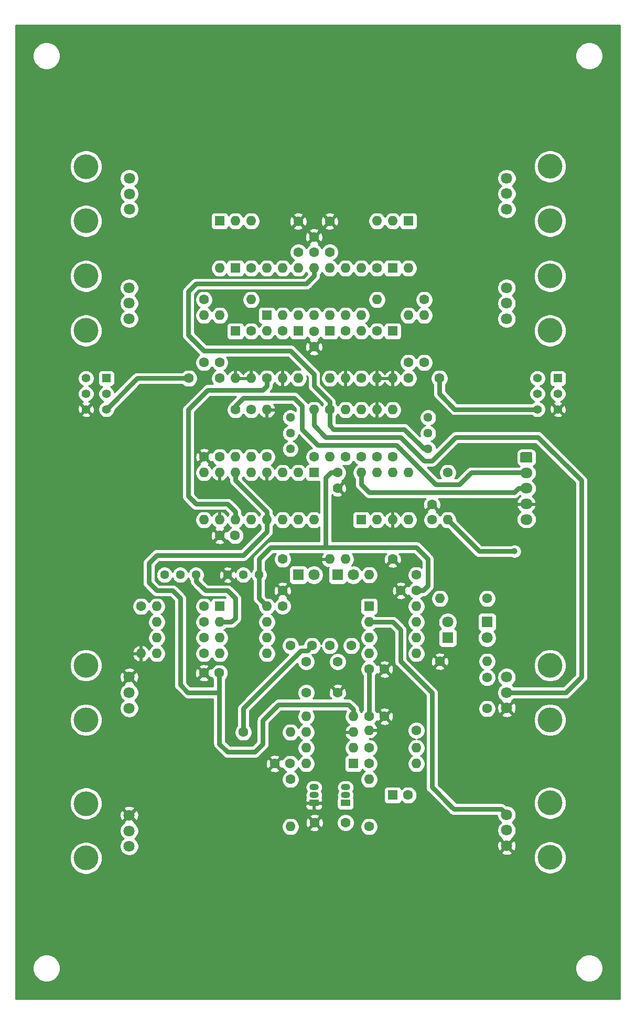
<source format=gbr>
G04 #@! TF.GenerationSoftware,KiCad,Pcbnew,(5.1.5)-3*
G04 #@! TF.CreationDate,2021-04-21T15:05:01+02:00*
G04 #@! TF.ProjectId,AnalogDrum_HiHat,416e616c-6f67-4447-9275-6d5f48694861,rev?*
G04 #@! TF.SameCoordinates,Original*
G04 #@! TF.FileFunction,Copper,L1,Top*
G04 #@! TF.FilePolarity,Positive*
%FSLAX46Y46*%
G04 Gerber Fmt 4.6, Leading zero omitted, Abs format (unit mm)*
G04 Created by KiCad (PCBNEW (5.1.5)-3) date 2021-04-21 15:05:01*
%MOMM*%
%LPD*%
G04 APERTURE LIST*
%ADD10O,1.950000X1.700000*%
%ADD11C,0.100000*%
%ADD12C,4.000000*%
%ADD13C,1.800000*%
%ADD14C,1.600000*%
%ADD15O,1.600000X1.600000*%
%ADD16R,1.600000X1.600000*%
%ADD17C,1.400000*%
%ADD18R,1.400000X1.400000*%
%ADD19C,1.440000*%
%ADD20R,1.500000X1.050000*%
%ADD21O,1.500000X1.050000*%
%ADD22R,1.800000X1.800000*%
%ADD23C,1.000000*%
%ADD24C,0.750000*%
%ADD25C,0.254000*%
G04 APERTURE END LIST*
D10*
X133350000Y-104060000D03*
X133350000Y-101560000D03*
X133350000Y-99060000D03*
X133350000Y-96560000D03*
G04 #@! TA.AperFunction,ComponentPad*
D11*
G36*
X134099504Y-93211204D02*
G01*
X134123773Y-93214804D01*
X134147571Y-93220765D01*
X134170671Y-93229030D01*
X134192849Y-93239520D01*
X134213893Y-93252133D01*
X134233598Y-93266747D01*
X134251777Y-93283223D01*
X134268253Y-93301402D01*
X134282867Y-93321107D01*
X134295480Y-93342151D01*
X134305970Y-93364329D01*
X134314235Y-93387429D01*
X134320196Y-93411227D01*
X134323796Y-93435496D01*
X134325000Y-93460000D01*
X134325000Y-94660000D01*
X134323796Y-94684504D01*
X134320196Y-94708773D01*
X134314235Y-94732571D01*
X134305970Y-94755671D01*
X134295480Y-94777849D01*
X134282867Y-94798893D01*
X134268253Y-94818598D01*
X134251777Y-94836777D01*
X134233598Y-94853253D01*
X134213893Y-94867867D01*
X134192849Y-94880480D01*
X134170671Y-94890970D01*
X134147571Y-94899235D01*
X134123773Y-94905196D01*
X134099504Y-94908796D01*
X134075000Y-94910000D01*
X132625000Y-94910000D01*
X132600496Y-94908796D01*
X132576227Y-94905196D01*
X132552429Y-94899235D01*
X132529329Y-94890970D01*
X132507151Y-94880480D01*
X132486107Y-94867867D01*
X132466402Y-94853253D01*
X132448223Y-94836777D01*
X132431747Y-94818598D01*
X132417133Y-94798893D01*
X132404520Y-94777849D01*
X132394030Y-94755671D01*
X132385765Y-94732571D01*
X132379804Y-94708773D01*
X132376204Y-94684504D01*
X132375000Y-94660000D01*
X132375000Y-93460000D01*
X132376204Y-93435496D01*
X132379804Y-93411227D01*
X132385765Y-93387429D01*
X132394030Y-93364329D01*
X132404520Y-93342151D01*
X132417133Y-93321107D01*
X132431747Y-93301402D01*
X132448223Y-93283223D01*
X132466402Y-93266747D01*
X132486107Y-93252133D01*
X132507151Y-93239520D01*
X132529329Y-93229030D01*
X132552429Y-93220765D01*
X132576227Y-93214804D01*
X132600496Y-93211204D01*
X132625000Y-93210000D01*
X134075000Y-93210000D01*
X134099504Y-93211204D01*
G37*
G04 #@! TD.AperFunction*
D12*
X62215000Y-127640000D03*
X62215000Y-136440000D03*
D13*
X69215000Y-129540000D03*
X69215000Y-132040000D03*
X69215000Y-134540000D03*
D12*
X137160000Y-158660000D03*
X137160000Y-149860000D03*
D13*
X130160000Y-156760000D03*
X130160000Y-154260000D03*
X130160000Y-151760000D03*
D12*
X62215000Y-149950000D03*
X62215000Y-158750000D03*
D13*
X69215000Y-151850000D03*
X69215000Y-154350000D03*
X69215000Y-156850000D03*
D12*
X137160000Y-73570000D03*
X137160000Y-64770000D03*
D13*
X130160000Y-71670000D03*
X130160000Y-69170000D03*
X130160000Y-66670000D03*
D12*
X137175000Y-55875000D03*
X137175000Y-47075000D03*
D13*
X130175000Y-53975000D03*
X130175000Y-51475000D03*
X130175000Y-48975000D03*
D12*
X62215000Y-64770000D03*
X62215000Y-73570000D03*
D13*
X69215000Y-66670000D03*
X69215000Y-69170000D03*
X69215000Y-71670000D03*
D12*
X62230000Y-47080000D03*
X62230000Y-55880000D03*
D13*
X69230000Y-48980000D03*
X69230000Y-51480000D03*
X69230000Y-53980000D03*
D12*
X137160000Y-136435000D03*
X137160000Y-127635000D03*
D13*
X130160000Y-134535000D03*
X130160000Y-132035000D03*
X130160000Y-129535000D03*
D14*
X102870000Y-132040000D03*
X102870000Y-127040000D03*
X97790000Y-132040000D03*
X97790000Y-127040000D03*
X99140000Y-153035000D03*
X104140000Y-153035000D03*
X101600000Y-55920000D03*
X101600000Y-60920000D03*
X119300000Y-81280000D03*
X114300000Y-81280000D03*
X96520000Y-55920000D03*
X96520000Y-60920000D03*
X78820000Y-81280000D03*
X83820000Y-81280000D03*
X127000000Y-129620000D03*
X127000000Y-134620000D03*
D15*
X106680000Y-96520000D03*
X114300000Y-104140000D03*
X109220000Y-96520000D03*
X111760000Y-104140000D03*
X111760000Y-96520000D03*
X109220000Y-104140000D03*
X114300000Y-96520000D03*
D16*
X106680000Y-104140000D03*
D15*
X99060000Y-104140000D03*
X81280000Y-96520000D03*
X96520000Y-104140000D03*
X83820000Y-96520000D03*
X93980000Y-104140000D03*
X86360000Y-96520000D03*
X91440000Y-104140000D03*
X88900000Y-96520000D03*
X88900000Y-104140000D03*
X91440000Y-96520000D03*
X86360000Y-104140000D03*
X93980000Y-96520000D03*
X83820000Y-104140000D03*
X96520000Y-96520000D03*
X81280000Y-104140000D03*
D16*
X99060000Y-96520000D03*
D15*
X115570000Y-118110000D03*
X107950000Y-125730000D03*
X115570000Y-120650000D03*
X107950000Y-123190000D03*
X115570000Y-123190000D03*
X107950000Y-120650000D03*
X115570000Y-125730000D03*
D16*
X107950000Y-118110000D03*
D15*
X91440000Y-118110000D03*
X83820000Y-125730000D03*
X91440000Y-120650000D03*
X83820000Y-123190000D03*
X91440000Y-123190000D03*
X83820000Y-120650000D03*
X91440000Y-125730000D03*
D16*
X83820000Y-118110000D03*
D15*
X97790000Y-143510000D03*
X105410000Y-135890000D03*
X97790000Y-140970000D03*
X105410000Y-138430000D03*
X97790000Y-138430000D03*
X105410000Y-140970000D03*
X97790000Y-135890000D03*
D16*
X105410000Y-143510000D03*
D15*
X91440000Y-63500000D03*
X106680000Y-71120000D03*
X93980000Y-63500000D03*
X104140000Y-71120000D03*
X96520000Y-63500000D03*
X101600000Y-71120000D03*
X99060000Y-63500000D03*
X99060000Y-71120000D03*
X101600000Y-63500000D03*
X96520000Y-71120000D03*
X104140000Y-63500000D03*
X93980000Y-71120000D03*
X106680000Y-63500000D03*
D16*
X91440000Y-71120000D03*
D17*
X135130000Y-86280000D03*
X135130000Y-83780000D03*
X135130000Y-81280000D03*
X138430000Y-86280000D03*
X138430000Y-83780000D03*
D18*
X138430000Y-81280000D03*
D17*
X62230000Y-86280000D03*
X62230000Y-83780000D03*
X62230000Y-81280000D03*
X65530000Y-86280000D03*
X65530000Y-83780000D03*
D18*
X65530000Y-81280000D03*
D19*
X95250000Y-87630000D03*
X95250000Y-90170000D03*
X95250000Y-92710000D03*
X117475000Y-92710000D03*
X117475000Y-90170000D03*
X117475000Y-87630000D03*
X80010000Y-113030000D03*
X77470000Y-113030000D03*
X74930000Y-113030000D03*
X85090000Y-113030000D03*
X87630000Y-113030000D03*
X90170000Y-113030000D03*
D15*
X91440000Y-86360000D03*
D14*
X91440000Y-93980000D03*
D15*
X86360000Y-93980000D03*
D14*
X86360000Y-86360000D03*
D15*
X99060000Y-86360000D03*
D14*
X99060000Y-93980000D03*
D15*
X88900000Y-93980000D03*
D14*
X88900000Y-86360000D03*
D15*
X109220000Y-86360000D03*
D14*
X109220000Y-93980000D03*
D15*
X106680000Y-86360000D03*
D14*
X106680000Y-93980000D03*
D15*
X101600000Y-93980000D03*
D14*
X101600000Y-86360000D03*
D15*
X104140000Y-86360000D03*
D14*
X104140000Y-93980000D03*
D15*
X120650000Y-104140000D03*
D14*
X120650000Y-96520000D03*
D15*
X111760000Y-86360000D03*
D14*
X111760000Y-93980000D03*
D15*
X127000000Y-127000000D03*
D14*
X119380000Y-127000000D03*
D15*
X119380000Y-116840000D03*
D14*
X127000000Y-116840000D03*
D15*
X107950000Y-113030000D03*
D14*
X115570000Y-113030000D03*
D15*
X104140000Y-110490000D03*
D14*
X111760000Y-110490000D03*
D15*
X101600000Y-110490000D03*
D14*
X93980000Y-110490000D03*
D15*
X73660000Y-118110000D03*
D14*
X81280000Y-118110000D03*
D15*
X71120000Y-125730000D03*
D14*
X71120000Y-118110000D03*
D15*
X73660000Y-125730000D03*
D14*
X81280000Y-125730000D03*
D15*
X73660000Y-123190000D03*
D14*
X81280000Y-123190000D03*
D15*
X73660000Y-120650000D03*
D14*
X81280000Y-120650000D03*
D15*
X107950000Y-138120000D03*
D14*
X115570000Y-138120000D03*
D15*
X115570000Y-140970000D03*
D14*
X107950000Y-140970000D03*
D15*
X95250000Y-153670000D03*
D14*
X95250000Y-146050000D03*
D15*
X95250000Y-138430000D03*
D14*
X87630000Y-138430000D03*
D15*
X107950000Y-146050000D03*
D14*
X107950000Y-153670000D03*
D15*
X115570000Y-143510000D03*
D14*
X107950000Y-143510000D03*
D15*
X109220000Y-81280000D03*
D14*
X109220000Y-73660000D03*
D15*
X104140000Y-81280000D03*
D14*
X104140000Y-73660000D03*
D15*
X116840000Y-71120000D03*
D14*
X116840000Y-78740000D03*
D15*
X109220000Y-55880000D03*
D14*
X109220000Y-63500000D03*
D15*
X109220000Y-68580000D03*
D14*
X116840000Y-68580000D03*
D15*
X114300000Y-71120000D03*
D14*
X114300000Y-78740000D03*
D15*
X106680000Y-73660000D03*
D14*
X106680000Y-81280000D03*
D15*
X88900000Y-81280000D03*
D14*
X88900000Y-73660000D03*
D15*
X93980000Y-81280000D03*
D14*
X93980000Y-73660000D03*
D15*
X81280000Y-71120000D03*
D14*
X81280000Y-78740000D03*
D15*
X88900000Y-55880000D03*
D14*
X88900000Y-63500000D03*
D15*
X88900000Y-68580000D03*
D14*
X81280000Y-68580000D03*
D15*
X83820000Y-71120000D03*
D14*
X83820000Y-78740000D03*
D15*
X91440000Y-73660000D03*
D14*
X91440000Y-81280000D03*
D20*
X99060000Y-149860000D03*
D21*
X99060000Y-147320000D03*
X99060000Y-148590000D03*
D20*
X104140000Y-149860000D03*
D21*
X104140000Y-147320000D03*
X104140000Y-148590000D03*
D14*
X105100000Y-124460000D03*
X101600000Y-124460000D03*
X98750000Y-124460000D03*
X95250000Y-124460000D03*
D13*
X120650000Y-120650000D03*
D22*
X120650000Y-123190000D03*
D13*
X127000000Y-123190000D03*
D22*
X127000000Y-120650000D03*
D13*
X105410000Y-113030000D03*
D22*
X102870000Y-113030000D03*
D13*
X99060000Y-113030000D03*
D22*
X96520000Y-113030000D03*
D15*
X111760000Y-81280000D03*
D16*
X111760000Y-73660000D03*
D15*
X111760000Y-55880000D03*
D16*
X111760000Y-63500000D03*
D15*
X101600000Y-81280000D03*
D16*
X101600000Y-73660000D03*
D15*
X114300000Y-63500000D03*
D16*
X114300000Y-55880000D03*
D15*
X86360000Y-81280000D03*
D16*
X86360000Y-73660000D03*
D15*
X86360000Y-55880000D03*
D16*
X86360000Y-63500000D03*
D15*
X96520000Y-81280000D03*
D16*
X96520000Y-73660000D03*
D15*
X83820000Y-63500000D03*
D16*
X83820000Y-55880000D03*
D14*
X114260000Y-148590000D03*
D16*
X111760000Y-148590000D03*
D14*
X118110000Y-104140000D03*
X118110000Y-101640000D03*
X83820000Y-93980000D03*
X81320000Y-93980000D03*
X102870000Y-99020000D03*
X102870000Y-96520000D03*
X83820000Y-106680000D03*
X86320000Y-106680000D03*
X107950000Y-128270000D03*
X110450000Y-128270000D03*
X83780000Y-128860000D03*
X81280000Y-128860000D03*
X93980000Y-115570000D03*
X93980000Y-118070000D03*
X113070000Y-115570000D03*
X115570000Y-115570000D03*
X107950000Y-135890000D03*
X110450000Y-135890000D03*
X92710000Y-143510000D03*
X95210000Y-143510000D03*
X99060000Y-60960000D03*
X99060000Y-58460000D03*
X99060000Y-76200000D03*
X99060000Y-73700000D03*
D23*
X81915000Y-87630000D03*
X52070000Y-25400000D03*
X62230000Y-25400000D03*
X72390000Y-25400000D03*
X82550000Y-25400000D03*
X92710000Y-25400000D03*
X102870000Y-25400000D03*
X113030000Y-25400000D03*
X123190000Y-25400000D03*
X133350000Y-25400000D03*
X147320000Y-25400000D03*
X52070000Y-35560000D03*
X52070000Y-45720000D03*
X52070000Y-55880000D03*
X52070000Y-66040000D03*
X52070000Y-76200000D03*
X52070000Y-86360000D03*
X52070000Y-96520000D03*
X52070000Y-106680000D03*
X52070000Y-116840000D03*
X52070000Y-127000000D03*
X52070000Y-137160000D03*
X52070000Y-147320000D03*
X52070000Y-157480000D03*
X52070000Y-167640000D03*
X52070000Y-180340000D03*
X62230000Y-180340000D03*
X72390000Y-180340000D03*
X82550000Y-180340000D03*
X92710000Y-180340000D03*
X102870000Y-180340000D03*
X113030000Y-180340000D03*
X123190000Y-180340000D03*
X133350000Y-180340000D03*
X147320000Y-180340000D03*
X147320000Y-35560000D03*
X147320000Y-45720000D03*
X147320000Y-55880000D03*
X147320000Y-66040000D03*
X147320000Y-76200000D03*
X147320000Y-86360000D03*
X147320000Y-96520000D03*
X147320000Y-106680000D03*
X147320000Y-116840000D03*
X147320000Y-127000000D03*
X147320000Y-137160000D03*
X147320000Y-147320000D03*
X147320000Y-157480000D03*
X147320000Y-167640000D03*
X81280000Y-81280000D03*
X131445000Y-109220000D03*
D24*
X142240000Y-129540000D02*
X139745000Y-132035000D01*
X135255000Y-90805000D02*
X142240000Y-97790000D01*
X118110000Y-94615000D02*
X121920000Y-90805000D01*
X99060000Y-88900000D02*
X100965000Y-90805000D01*
X142240000Y-97790000D02*
X142240000Y-129540000D01*
X99060000Y-86360000D02*
X99060000Y-88900000D01*
X139745000Y-132035000D02*
X130160000Y-132035000D01*
X113030000Y-90805000D02*
X116840000Y-94615000D01*
X121920000Y-90805000D02*
X135255000Y-90805000D01*
X100965000Y-90805000D02*
X113030000Y-90805000D01*
X116840000Y-94615000D02*
X118110000Y-94615000D01*
X65530000Y-86280000D02*
X70530000Y-81280000D01*
X70530000Y-81280000D02*
X78820000Y-81280000D01*
X90170000Y-116840000D02*
X91440000Y-118110000D01*
X90170000Y-113030000D02*
X90170000Y-116840000D01*
X101738630Y-96520000D02*
X100965000Y-97293630D01*
X102870000Y-96520000D02*
X101738630Y-96520000D01*
X100965000Y-97293630D02*
X100965000Y-106680000D01*
X99060000Y-108585000D02*
X92075000Y-108585000D01*
X90170000Y-110490000D02*
X90170000Y-113030000D01*
X92075000Y-108585000D02*
X90170000Y-110490000D01*
X115570000Y-115570000D02*
X116701370Y-115570000D01*
X116701370Y-115570000D02*
X117475000Y-114796370D01*
X91440000Y-81280000D02*
X91440000Y-82550000D01*
X91440000Y-82550000D02*
X90805000Y-83185000D01*
X90805000Y-83185000D02*
X81915000Y-83185000D01*
X81915000Y-83185000D02*
X78740000Y-86360000D01*
X78740000Y-86360000D02*
X78740000Y-100330000D01*
X78740000Y-100330000D02*
X80010000Y-101600000D01*
X80010000Y-101600000D02*
X85090000Y-101600000D01*
X86360000Y-102870000D02*
X86360000Y-104140000D01*
X85090000Y-101600000D02*
X86360000Y-102870000D01*
X117475000Y-114796370D02*
X117475000Y-110490000D01*
X117475000Y-110490000D02*
X115570000Y-108585000D01*
X100965000Y-106680000D02*
X100965000Y-108585000D01*
X115570000Y-108585000D02*
X100965000Y-108585000D01*
X100965000Y-108585000D02*
X99060000Y-108585000D01*
X106680000Y-98425000D02*
X106680000Y-96520000D01*
X107950000Y-99695000D02*
X106680000Y-98425000D01*
X131445000Y-99695000D02*
X107950000Y-99695000D01*
X133350000Y-99060000D02*
X132080000Y-99060000D01*
X132080000Y-99060000D02*
X131445000Y-99695000D01*
X107950000Y-128270000D02*
X107950000Y-135890000D01*
X86360000Y-96520000D02*
X86360000Y-97790000D01*
X86360000Y-97790000D02*
X91440000Y-102870000D01*
X91440000Y-102870000D02*
X91440000Y-104140000D01*
X83780000Y-140295000D02*
X85090000Y-141605000D01*
X85090000Y-141605000D02*
X89535000Y-141605000D01*
X89535000Y-141605000D02*
X90805000Y-140335000D01*
X83780000Y-132040000D02*
X78700000Y-132040000D01*
X83780000Y-132040000D02*
X83780000Y-140295000D01*
X83780000Y-128860000D02*
X83780000Y-132040000D01*
X78700000Y-132040000D02*
X77470000Y-130810000D01*
X77470000Y-130810000D02*
X77470000Y-116840000D01*
X77470000Y-116840000D02*
X76200000Y-115570000D01*
X76200000Y-115570000D02*
X73660000Y-115570000D01*
X73660000Y-115570000D02*
X72390000Y-114300000D01*
X72390000Y-114300000D02*
X72390000Y-111125000D01*
X72390000Y-111125000D02*
X73660000Y-109855000D01*
X73660000Y-109855000D02*
X87630000Y-109855000D01*
X91440000Y-106045000D02*
X91440000Y-104140000D01*
X87630000Y-109855000D02*
X91440000Y-106045000D01*
X99060000Y-64770000D02*
X99060000Y-63500000D01*
X80010000Y-66040000D02*
X97790000Y-66040000D01*
X78740000Y-67310000D02*
X80010000Y-66040000D01*
X81280000Y-76835000D02*
X78740000Y-74295000D01*
X97790000Y-66040000D02*
X99060000Y-64770000D01*
X101600000Y-85090000D02*
X99060000Y-82550000D01*
X78740000Y-74295000D02*
X78740000Y-67310000D01*
X101600000Y-86360000D02*
X101600000Y-85090000D01*
X95250000Y-76835000D02*
X81280000Y-76835000D01*
X99060000Y-82550000D02*
X99060000Y-80645000D01*
X99060000Y-80645000D02*
X95250000Y-76835000D01*
X101600000Y-88900000D02*
X101600000Y-86360000D01*
X102235000Y-89535000D02*
X101600000Y-88900000D01*
X113665000Y-89535000D02*
X102235000Y-89535000D01*
X117475000Y-92710000D02*
X116840000Y-92710000D01*
X116840000Y-92710000D02*
X113665000Y-89535000D01*
X105410000Y-134758630D02*
X104636370Y-133985000D01*
X105410000Y-135890000D02*
X105410000Y-134758630D01*
X104636370Y-133985000D02*
X93345000Y-133985000D01*
X93345000Y-133985000D02*
X90805000Y-136525000D01*
X90805000Y-140335000D02*
X90805000Y-136525000D01*
X135130000Y-86280000D02*
X121800000Y-86280000D01*
X119300000Y-83780000D02*
X121800000Y-86280000D01*
X119300000Y-81280000D02*
X119300000Y-83780000D01*
X95885000Y-84455000D02*
X97155000Y-85725000D01*
X97155000Y-85725000D02*
X97155000Y-89535000D01*
X97155000Y-89535000D02*
X99695000Y-92075000D01*
X86360000Y-86360000D02*
X86360000Y-85725000D01*
X87630000Y-84455000D02*
X95885000Y-84455000D01*
X86360000Y-85725000D02*
X87630000Y-84455000D01*
X118745000Y-98425000D02*
X112395000Y-92075000D01*
X133350000Y-96520000D02*
X124460000Y-96520000D01*
X99695000Y-92075000D02*
X112395000Y-92075000D01*
X124460000Y-96520000D02*
X122555000Y-98425000D01*
X122555000Y-98425000D02*
X118745000Y-98425000D01*
X97950001Y-125259999D02*
X96990001Y-125259999D01*
X98750000Y-124460000D02*
X97950001Y-125259999D01*
X96990001Y-125259999D02*
X87630000Y-134620000D01*
X87630000Y-134620000D02*
X87630000Y-138430000D01*
X120650000Y-104140000D02*
X125730000Y-109220000D01*
X125730000Y-109220000D02*
X131445000Y-109220000D01*
X131445000Y-109220000D02*
X131445000Y-109220000D01*
X80010000Y-114048233D02*
X81531767Y-115570000D01*
X80010000Y-113030000D02*
X80010000Y-114048233D01*
X81531767Y-115570000D02*
X85090000Y-115570000D01*
X85090000Y-115570000D02*
X86360000Y-116840000D01*
X86360000Y-116840000D02*
X86360000Y-120015000D01*
X85725000Y-120650000D02*
X83820000Y-120650000D01*
X86360000Y-120015000D02*
X85725000Y-120650000D01*
X111760000Y-120650000D02*
X113030000Y-121920000D01*
X107950000Y-120650000D02*
X111760000Y-120650000D01*
X113030000Y-127000000D02*
X118110000Y-132080000D01*
X113030000Y-121920000D02*
X113030000Y-127000000D01*
X118110000Y-132080000D02*
X118110000Y-147320000D01*
X121650001Y-150860001D02*
X121285000Y-150495000D01*
X129260001Y-150860001D02*
X121650001Y-150860001D01*
X118110000Y-147320000D02*
X121285000Y-150495000D01*
X130160000Y-151760000D02*
X129260001Y-150860001D01*
D25*
G36*
X148463000Y-181483000D02*
G01*
X50927000Y-181483000D01*
X50927000Y-176309872D01*
X53645000Y-176309872D01*
X53645000Y-176750128D01*
X53730890Y-177181925D01*
X53899369Y-177588669D01*
X54143962Y-177954729D01*
X54455271Y-178266038D01*
X54821331Y-178510631D01*
X55228075Y-178679110D01*
X55659872Y-178765000D01*
X56100128Y-178765000D01*
X56531925Y-178679110D01*
X56938669Y-178510631D01*
X57304729Y-178266038D01*
X57616038Y-177954729D01*
X57860631Y-177588669D01*
X58029110Y-177181925D01*
X58115000Y-176750128D01*
X58115000Y-176309872D01*
X141275000Y-176309872D01*
X141275000Y-176750128D01*
X141360890Y-177181925D01*
X141529369Y-177588669D01*
X141773962Y-177954729D01*
X142085271Y-178266038D01*
X142451331Y-178510631D01*
X142858075Y-178679110D01*
X143289872Y-178765000D01*
X143730128Y-178765000D01*
X144161925Y-178679110D01*
X144568669Y-178510631D01*
X144934729Y-178266038D01*
X145246038Y-177954729D01*
X145490631Y-177588669D01*
X145659110Y-177181925D01*
X145745000Y-176750128D01*
X145745000Y-176309872D01*
X145659110Y-175878075D01*
X145490631Y-175471331D01*
X145246038Y-175105271D01*
X144934729Y-174793962D01*
X144568669Y-174549369D01*
X144161925Y-174380890D01*
X143730128Y-174295000D01*
X143289872Y-174295000D01*
X142858075Y-174380890D01*
X142451331Y-174549369D01*
X142085271Y-174793962D01*
X141773962Y-175105271D01*
X141529369Y-175471331D01*
X141360890Y-175878075D01*
X141275000Y-176309872D01*
X58115000Y-176309872D01*
X58029110Y-175878075D01*
X57860631Y-175471331D01*
X57616038Y-175105271D01*
X57304729Y-174793962D01*
X56938669Y-174549369D01*
X56531925Y-174380890D01*
X56100128Y-174295000D01*
X55659872Y-174295000D01*
X55228075Y-174380890D01*
X54821331Y-174549369D01*
X54455271Y-174793962D01*
X54143962Y-175105271D01*
X53899369Y-175471331D01*
X53730890Y-175878075D01*
X53645000Y-176309872D01*
X50927000Y-176309872D01*
X50927000Y-158490475D01*
X59580000Y-158490475D01*
X59580000Y-159009525D01*
X59681261Y-159518601D01*
X59879893Y-159998141D01*
X60168262Y-160429715D01*
X60535285Y-160796738D01*
X60966859Y-161085107D01*
X61446399Y-161283739D01*
X61955475Y-161385000D01*
X62474525Y-161385000D01*
X62983601Y-161283739D01*
X63463141Y-161085107D01*
X63894715Y-160796738D01*
X64261738Y-160429715D01*
X64550107Y-159998141D01*
X64748739Y-159518601D01*
X64850000Y-159009525D01*
X64850000Y-158490475D01*
X64832098Y-158400475D01*
X134525000Y-158400475D01*
X134525000Y-158919525D01*
X134626261Y-159428601D01*
X134824893Y-159908141D01*
X135113262Y-160339715D01*
X135480285Y-160706738D01*
X135911859Y-160995107D01*
X136391399Y-161193739D01*
X136900475Y-161295000D01*
X137419525Y-161295000D01*
X137928601Y-161193739D01*
X138408141Y-160995107D01*
X138839715Y-160706738D01*
X139206738Y-160339715D01*
X139495107Y-159908141D01*
X139693739Y-159428601D01*
X139795000Y-158919525D01*
X139795000Y-158400475D01*
X139693739Y-157891399D01*
X139495107Y-157411859D01*
X139206738Y-156980285D01*
X138839715Y-156613262D01*
X138408141Y-156324893D01*
X137928601Y-156126261D01*
X137419525Y-156025000D01*
X136900475Y-156025000D01*
X136391399Y-156126261D01*
X135911859Y-156324893D01*
X135480285Y-156613262D01*
X135113262Y-156980285D01*
X134824893Y-157411859D01*
X134626261Y-157891399D01*
X134525000Y-158400475D01*
X64832098Y-158400475D01*
X64748739Y-157981399D01*
X64550107Y-157501859D01*
X64261738Y-157070285D01*
X63894715Y-156703262D01*
X63463141Y-156414893D01*
X62983601Y-156216261D01*
X62474525Y-156115000D01*
X61955475Y-156115000D01*
X61446399Y-156216261D01*
X60966859Y-156414893D01*
X60535285Y-156703262D01*
X60168262Y-157070285D01*
X59879893Y-157501859D01*
X59681261Y-157981399D01*
X59580000Y-158490475D01*
X50927000Y-158490475D01*
X50927000Y-154198816D01*
X67680000Y-154198816D01*
X67680000Y-154501184D01*
X67738989Y-154797743D01*
X67854701Y-155077095D01*
X68022688Y-155328505D01*
X68236495Y-155542312D01*
X68322831Y-155600000D01*
X68236495Y-155657688D01*
X68022688Y-155871495D01*
X67854701Y-156122905D01*
X67738989Y-156402257D01*
X67680000Y-156698816D01*
X67680000Y-157001184D01*
X67738989Y-157297743D01*
X67854701Y-157577095D01*
X68022688Y-157828505D01*
X68236495Y-158042312D01*
X68487905Y-158210299D01*
X68767257Y-158326011D01*
X69063816Y-158385000D01*
X69366184Y-158385000D01*
X69662743Y-158326011D01*
X69942095Y-158210299D01*
X70193505Y-158042312D01*
X70407312Y-157828505D01*
X70410268Y-157824080D01*
X129275525Y-157824080D01*
X129359208Y-158078261D01*
X129631775Y-158209158D01*
X129924642Y-158284365D01*
X130226553Y-158300991D01*
X130525907Y-158258397D01*
X130811199Y-158158222D01*
X130960792Y-158078261D01*
X131044475Y-157824080D01*
X130160000Y-156939605D01*
X129275525Y-157824080D01*
X70410268Y-157824080D01*
X70575299Y-157577095D01*
X70691011Y-157297743D01*
X70750000Y-157001184D01*
X70750000Y-156826553D01*
X128619009Y-156826553D01*
X128661603Y-157125907D01*
X128761778Y-157411199D01*
X128841739Y-157560792D01*
X129095920Y-157644475D01*
X129980395Y-156760000D01*
X130339605Y-156760000D01*
X131224080Y-157644475D01*
X131478261Y-157560792D01*
X131609158Y-157288225D01*
X131684365Y-156995358D01*
X131700991Y-156693447D01*
X131658397Y-156394093D01*
X131558222Y-156108801D01*
X131478261Y-155959208D01*
X131224080Y-155875525D01*
X130339605Y-156760000D01*
X129980395Y-156760000D01*
X129095920Y-155875525D01*
X128841739Y-155959208D01*
X128710842Y-156231775D01*
X128635635Y-156524642D01*
X128619009Y-156826553D01*
X70750000Y-156826553D01*
X70750000Y-156698816D01*
X70691011Y-156402257D01*
X70575299Y-156122905D01*
X70407312Y-155871495D01*
X70193505Y-155657688D01*
X70107169Y-155600000D01*
X70193505Y-155542312D01*
X70407312Y-155328505D01*
X70575299Y-155077095D01*
X70691011Y-154797743D01*
X70750000Y-154501184D01*
X70750000Y-154198816D01*
X70691011Y-153902257D01*
X70575299Y-153622905D01*
X70512330Y-153528665D01*
X93815000Y-153528665D01*
X93815000Y-153811335D01*
X93870147Y-154088574D01*
X93978320Y-154349727D01*
X94135363Y-154584759D01*
X94335241Y-154784637D01*
X94570273Y-154941680D01*
X94831426Y-155049853D01*
X95108665Y-155105000D01*
X95391335Y-155105000D01*
X95668574Y-155049853D01*
X95929727Y-154941680D01*
X96164759Y-154784637D01*
X96364637Y-154584759D01*
X96521680Y-154349727D01*
X96629853Y-154088574D01*
X96641961Y-154027702D01*
X98326903Y-154027702D01*
X98398486Y-154271671D01*
X98653996Y-154392571D01*
X98928184Y-154461300D01*
X99210512Y-154475217D01*
X99490130Y-154433787D01*
X99756292Y-154338603D01*
X99881514Y-154271671D01*
X99953097Y-154027702D01*
X99140000Y-153214605D01*
X98326903Y-154027702D01*
X96641961Y-154027702D01*
X96685000Y-153811335D01*
X96685000Y-153528665D01*
X96629853Y-153251426D01*
X96569414Y-153105512D01*
X97699783Y-153105512D01*
X97741213Y-153385130D01*
X97836397Y-153651292D01*
X97903329Y-153776514D01*
X98147298Y-153848097D01*
X98960395Y-153035000D01*
X99319605Y-153035000D01*
X100132702Y-153848097D01*
X100376671Y-153776514D01*
X100497571Y-153521004D01*
X100566300Y-153246816D01*
X100580217Y-152964488D01*
X100569724Y-152893665D01*
X102705000Y-152893665D01*
X102705000Y-153176335D01*
X102760147Y-153453574D01*
X102868320Y-153714727D01*
X103025363Y-153949759D01*
X103225241Y-154149637D01*
X103460273Y-154306680D01*
X103721426Y-154414853D01*
X103998665Y-154470000D01*
X104281335Y-154470000D01*
X104558574Y-154414853D01*
X104819727Y-154306680D01*
X105054759Y-154149637D01*
X105254637Y-153949759D01*
X105411680Y-153714727D01*
X105488749Y-153528665D01*
X106515000Y-153528665D01*
X106515000Y-153811335D01*
X106570147Y-154088574D01*
X106678320Y-154349727D01*
X106835363Y-154584759D01*
X107035241Y-154784637D01*
X107270273Y-154941680D01*
X107531426Y-155049853D01*
X107808665Y-155105000D01*
X108091335Y-155105000D01*
X108368574Y-155049853D01*
X108629727Y-154941680D01*
X108864759Y-154784637D01*
X109064637Y-154584759D01*
X109221680Y-154349727D01*
X109329853Y-154088574D01*
X109385000Y-153811335D01*
X109385000Y-153528665D01*
X109329853Y-153251426D01*
X109221680Y-152990273D01*
X109064637Y-152755241D01*
X108864759Y-152555363D01*
X108629727Y-152398320D01*
X108368574Y-152290147D01*
X108091335Y-152235000D01*
X107808665Y-152235000D01*
X107531426Y-152290147D01*
X107270273Y-152398320D01*
X107035241Y-152555363D01*
X106835363Y-152755241D01*
X106678320Y-152990273D01*
X106570147Y-153251426D01*
X106515000Y-153528665D01*
X105488749Y-153528665D01*
X105519853Y-153453574D01*
X105575000Y-153176335D01*
X105575000Y-152893665D01*
X105519853Y-152616426D01*
X105411680Y-152355273D01*
X105254637Y-152120241D01*
X105054759Y-151920363D01*
X104819727Y-151763320D01*
X104558574Y-151655147D01*
X104281335Y-151600000D01*
X103998665Y-151600000D01*
X103721426Y-151655147D01*
X103460273Y-151763320D01*
X103225241Y-151920363D01*
X103025363Y-152120241D01*
X102868320Y-152355273D01*
X102760147Y-152616426D01*
X102705000Y-152893665D01*
X100569724Y-152893665D01*
X100538787Y-152684870D01*
X100443603Y-152418708D01*
X100376671Y-152293486D01*
X100132702Y-152221903D01*
X99319605Y-153035000D01*
X98960395Y-153035000D01*
X98147298Y-152221903D01*
X97903329Y-152293486D01*
X97782429Y-152548996D01*
X97713700Y-152823184D01*
X97699783Y-153105512D01*
X96569414Y-153105512D01*
X96521680Y-152990273D01*
X96364637Y-152755241D01*
X96164759Y-152555363D01*
X95929727Y-152398320D01*
X95668574Y-152290147D01*
X95391335Y-152235000D01*
X95108665Y-152235000D01*
X94831426Y-152290147D01*
X94570273Y-152398320D01*
X94335241Y-152555363D01*
X94135363Y-152755241D01*
X93978320Y-152990273D01*
X93870147Y-153251426D01*
X93815000Y-153528665D01*
X70512330Y-153528665D01*
X70407312Y-153371495D01*
X70193505Y-153157688D01*
X70050690Y-153062262D01*
X70099475Y-152914080D01*
X69215000Y-152029605D01*
X68330525Y-152914080D01*
X68379310Y-153062262D01*
X68236495Y-153157688D01*
X68022688Y-153371495D01*
X67854701Y-153622905D01*
X67738989Y-153902257D01*
X67680000Y-154198816D01*
X50927000Y-154198816D01*
X50927000Y-149690475D01*
X59580000Y-149690475D01*
X59580000Y-150209525D01*
X59681261Y-150718601D01*
X59879893Y-151198141D01*
X60168262Y-151629715D01*
X60535285Y-151996738D01*
X60966859Y-152285107D01*
X61446399Y-152483739D01*
X61955475Y-152585000D01*
X62474525Y-152585000D01*
X62983601Y-152483739D01*
X63463141Y-152285107D01*
X63894715Y-151996738D01*
X63974900Y-151916553D01*
X67674009Y-151916553D01*
X67716603Y-152215907D01*
X67816778Y-152501199D01*
X67896739Y-152650792D01*
X68150920Y-152734475D01*
X69035395Y-151850000D01*
X69394605Y-151850000D01*
X70279080Y-152734475D01*
X70533261Y-152650792D01*
X70664158Y-152378225D01*
X70739365Y-152085358D01*
X70741736Y-152042298D01*
X98326903Y-152042298D01*
X99140000Y-152855395D01*
X99953097Y-152042298D01*
X99881514Y-151798329D01*
X99626004Y-151677429D01*
X99351816Y-151608700D01*
X99069488Y-151594783D01*
X98789870Y-151636213D01*
X98523708Y-151731397D01*
X98398486Y-151798329D01*
X98326903Y-152042298D01*
X70741736Y-152042298D01*
X70755991Y-151783447D01*
X70713397Y-151484093D01*
X70613222Y-151198801D01*
X70533261Y-151049208D01*
X70279080Y-150965525D01*
X69394605Y-151850000D01*
X69035395Y-151850000D01*
X68150920Y-150965525D01*
X67896739Y-151049208D01*
X67765842Y-151321775D01*
X67690635Y-151614642D01*
X67674009Y-151916553D01*
X63974900Y-151916553D01*
X64261738Y-151629715D01*
X64550107Y-151198141D01*
X64720854Y-150785920D01*
X68330525Y-150785920D01*
X69215000Y-151670395D01*
X70099475Y-150785920D01*
X70015792Y-150531739D01*
X69743225Y-150400842D01*
X69681534Y-150385000D01*
X97671928Y-150385000D01*
X97684188Y-150509482D01*
X97720498Y-150629180D01*
X97779463Y-150739494D01*
X97858815Y-150836185D01*
X97955506Y-150915537D01*
X98065820Y-150974502D01*
X98185518Y-151010812D01*
X98310000Y-151023072D01*
X98774250Y-151020000D01*
X98933000Y-150861250D01*
X98933000Y-149987000D01*
X99187000Y-149987000D01*
X99187000Y-150861250D01*
X99345750Y-151020000D01*
X99810000Y-151023072D01*
X99934482Y-151010812D01*
X100054180Y-150974502D01*
X100164494Y-150915537D01*
X100261185Y-150836185D01*
X100340537Y-150739494D01*
X100399502Y-150629180D01*
X100435812Y-150509482D01*
X100448072Y-150385000D01*
X100445000Y-150145750D01*
X100286250Y-149987000D01*
X99187000Y-149987000D01*
X98933000Y-149987000D01*
X97833750Y-149987000D01*
X97675000Y-150145750D01*
X97671928Y-150385000D01*
X69681534Y-150385000D01*
X69450358Y-150325635D01*
X69148447Y-150309009D01*
X68849093Y-150351603D01*
X68563801Y-150451778D01*
X68414208Y-150531739D01*
X68330525Y-150785920D01*
X64720854Y-150785920D01*
X64748739Y-150718601D01*
X64850000Y-150209525D01*
X64850000Y-149690475D01*
X64748739Y-149181399D01*
X64550107Y-148701859D01*
X64261738Y-148270285D01*
X63894715Y-147903262D01*
X63463141Y-147614893D01*
X62983601Y-147416261D01*
X62474525Y-147315000D01*
X61955475Y-147315000D01*
X61446399Y-147416261D01*
X60966859Y-147614893D01*
X60535285Y-147903262D01*
X60168262Y-148270285D01*
X59879893Y-148701859D01*
X59681261Y-149181399D01*
X59580000Y-149690475D01*
X50927000Y-149690475D01*
X50927000Y-144502702D01*
X91896903Y-144502702D01*
X91968486Y-144746671D01*
X92223996Y-144867571D01*
X92498184Y-144936300D01*
X92780512Y-144950217D01*
X93060130Y-144908787D01*
X93326292Y-144813603D01*
X93451514Y-144746671D01*
X93523097Y-144502702D01*
X92710000Y-143689605D01*
X91896903Y-144502702D01*
X50927000Y-144502702D01*
X50927000Y-143580512D01*
X91269783Y-143580512D01*
X91311213Y-143860130D01*
X91406397Y-144126292D01*
X91473329Y-144251514D01*
X91717298Y-144323097D01*
X92530395Y-143510000D01*
X91717298Y-142696903D01*
X91473329Y-142768486D01*
X91352429Y-143023996D01*
X91283700Y-143298184D01*
X91269783Y-143580512D01*
X50927000Y-143580512D01*
X50927000Y-136180475D01*
X59580000Y-136180475D01*
X59580000Y-136699525D01*
X59681261Y-137208601D01*
X59879893Y-137688141D01*
X60168262Y-138119715D01*
X60535285Y-138486738D01*
X60966859Y-138775107D01*
X61446399Y-138973739D01*
X61955475Y-139075000D01*
X62474525Y-139075000D01*
X62983601Y-138973739D01*
X63463141Y-138775107D01*
X63894715Y-138486738D01*
X64261738Y-138119715D01*
X64550107Y-137688141D01*
X64748739Y-137208601D01*
X64850000Y-136699525D01*
X64850000Y-136180475D01*
X64748739Y-135671399D01*
X64550107Y-135191859D01*
X64261738Y-134760285D01*
X63894715Y-134393262D01*
X63463141Y-134104893D01*
X62983601Y-133906261D01*
X62474525Y-133805000D01*
X61955475Y-133805000D01*
X61446399Y-133906261D01*
X60966859Y-134104893D01*
X60535285Y-134393262D01*
X60168262Y-134760285D01*
X59879893Y-135191859D01*
X59681261Y-135671399D01*
X59580000Y-136180475D01*
X50927000Y-136180475D01*
X50927000Y-131888816D01*
X67680000Y-131888816D01*
X67680000Y-132191184D01*
X67738989Y-132487743D01*
X67854701Y-132767095D01*
X68022688Y-133018505D01*
X68236495Y-133232312D01*
X68322831Y-133290000D01*
X68236495Y-133347688D01*
X68022688Y-133561495D01*
X67854701Y-133812905D01*
X67738989Y-134092257D01*
X67680000Y-134388816D01*
X67680000Y-134691184D01*
X67738989Y-134987743D01*
X67854701Y-135267095D01*
X68022688Y-135518505D01*
X68236495Y-135732312D01*
X68487905Y-135900299D01*
X68767257Y-136016011D01*
X69063816Y-136075000D01*
X69366184Y-136075000D01*
X69662743Y-136016011D01*
X69942095Y-135900299D01*
X70193505Y-135732312D01*
X70407312Y-135518505D01*
X70575299Y-135267095D01*
X70691011Y-134987743D01*
X70750000Y-134691184D01*
X70750000Y-134388816D01*
X70691011Y-134092257D01*
X70575299Y-133812905D01*
X70407312Y-133561495D01*
X70193505Y-133347688D01*
X70107169Y-133290000D01*
X70193505Y-133232312D01*
X70407312Y-133018505D01*
X70575299Y-132767095D01*
X70691011Y-132487743D01*
X70750000Y-132191184D01*
X70750000Y-131888816D01*
X70691011Y-131592257D01*
X70575299Y-131312905D01*
X70407312Y-131061495D01*
X70193505Y-130847688D01*
X70050690Y-130752262D01*
X70099475Y-130604080D01*
X69215000Y-129719605D01*
X68330525Y-130604080D01*
X68379310Y-130752262D01*
X68236495Y-130847688D01*
X68022688Y-131061495D01*
X67854701Y-131312905D01*
X67738989Y-131592257D01*
X67680000Y-131888816D01*
X50927000Y-131888816D01*
X50927000Y-127380475D01*
X59580000Y-127380475D01*
X59580000Y-127899525D01*
X59681261Y-128408601D01*
X59879893Y-128888141D01*
X60168262Y-129319715D01*
X60535285Y-129686738D01*
X60966859Y-129975107D01*
X61446399Y-130173739D01*
X61955475Y-130275000D01*
X62474525Y-130275000D01*
X62983601Y-130173739D01*
X63463141Y-129975107D01*
X63894715Y-129686738D01*
X63974900Y-129606553D01*
X67674009Y-129606553D01*
X67716603Y-129905907D01*
X67816778Y-130191199D01*
X67896739Y-130340792D01*
X68150920Y-130424475D01*
X69035395Y-129540000D01*
X69394605Y-129540000D01*
X70279080Y-130424475D01*
X70533261Y-130340792D01*
X70664158Y-130068225D01*
X70739365Y-129775358D01*
X70755991Y-129473447D01*
X70713397Y-129174093D01*
X70613222Y-128888801D01*
X70533261Y-128739208D01*
X70279080Y-128655525D01*
X69394605Y-129540000D01*
X69035395Y-129540000D01*
X68150920Y-128655525D01*
X67896739Y-128739208D01*
X67765842Y-129011775D01*
X67690635Y-129304642D01*
X67674009Y-129606553D01*
X63974900Y-129606553D01*
X64261738Y-129319715D01*
X64550107Y-128888141D01*
X64720854Y-128475920D01*
X68330525Y-128475920D01*
X69215000Y-129360395D01*
X70099475Y-128475920D01*
X70015792Y-128221739D01*
X69743225Y-128090842D01*
X69450358Y-128015635D01*
X69148447Y-127999009D01*
X68849093Y-128041603D01*
X68563801Y-128141778D01*
X68414208Y-128221739D01*
X68330525Y-128475920D01*
X64720854Y-128475920D01*
X64748739Y-128408601D01*
X64850000Y-127899525D01*
X64850000Y-127380475D01*
X64748739Y-126871399D01*
X64550107Y-126391859D01*
X64341088Y-126079040D01*
X69728091Y-126079040D01*
X69822930Y-126343881D01*
X69967615Y-126585131D01*
X70156586Y-126793519D01*
X70382580Y-126961037D01*
X70636913Y-127081246D01*
X70770961Y-127121904D01*
X70993000Y-126999915D01*
X70993000Y-125857000D01*
X69849376Y-125857000D01*
X69728091Y-126079040D01*
X64341088Y-126079040D01*
X64261738Y-125960285D01*
X63894715Y-125593262D01*
X63576984Y-125380960D01*
X69728091Y-125380960D01*
X69849376Y-125603000D01*
X70993000Y-125603000D01*
X70993000Y-124460085D01*
X70770961Y-124338096D01*
X70636913Y-124378754D01*
X70382580Y-124498963D01*
X70156586Y-124666481D01*
X69967615Y-124874869D01*
X69822930Y-125116119D01*
X69728091Y-125380960D01*
X63576984Y-125380960D01*
X63463141Y-125304893D01*
X62983601Y-125106261D01*
X62474525Y-125005000D01*
X61955475Y-125005000D01*
X61446399Y-125106261D01*
X60966859Y-125304893D01*
X60535285Y-125593262D01*
X60168262Y-125960285D01*
X59879893Y-126391859D01*
X59681261Y-126871399D01*
X59580000Y-127380475D01*
X50927000Y-127380475D01*
X50927000Y-117968665D01*
X69685000Y-117968665D01*
X69685000Y-118251335D01*
X69740147Y-118528574D01*
X69848320Y-118789727D01*
X70005363Y-119024759D01*
X70205241Y-119224637D01*
X70440273Y-119381680D01*
X70701426Y-119489853D01*
X70978665Y-119545000D01*
X71261335Y-119545000D01*
X71538574Y-119489853D01*
X71799727Y-119381680D01*
X72034759Y-119224637D01*
X72234637Y-119024759D01*
X72390000Y-118792241D01*
X72545363Y-119024759D01*
X72745241Y-119224637D01*
X72977759Y-119380000D01*
X72745241Y-119535363D01*
X72545363Y-119735241D01*
X72388320Y-119970273D01*
X72280147Y-120231426D01*
X72225000Y-120508665D01*
X72225000Y-120791335D01*
X72280147Y-121068574D01*
X72388320Y-121329727D01*
X72545363Y-121564759D01*
X72745241Y-121764637D01*
X72977759Y-121920000D01*
X72745241Y-122075363D01*
X72545363Y-122275241D01*
X72388320Y-122510273D01*
X72280147Y-122771426D01*
X72225000Y-123048665D01*
X72225000Y-123331335D01*
X72280147Y-123608574D01*
X72388320Y-123869727D01*
X72545363Y-124104759D01*
X72745241Y-124304637D01*
X72977759Y-124460000D01*
X72745241Y-124615363D01*
X72545363Y-124815241D01*
X72388320Y-125050273D01*
X72383933Y-125060865D01*
X72272385Y-124874869D01*
X72083414Y-124666481D01*
X71857420Y-124498963D01*
X71603087Y-124378754D01*
X71469039Y-124338096D01*
X71247000Y-124460085D01*
X71247000Y-125603000D01*
X71267000Y-125603000D01*
X71267000Y-125857000D01*
X71247000Y-125857000D01*
X71247000Y-126999915D01*
X71469039Y-127121904D01*
X71603087Y-127081246D01*
X71857420Y-126961037D01*
X72083414Y-126793519D01*
X72272385Y-126585131D01*
X72383933Y-126399135D01*
X72388320Y-126409727D01*
X72545363Y-126644759D01*
X72745241Y-126844637D01*
X72980273Y-127001680D01*
X73241426Y-127109853D01*
X73518665Y-127165000D01*
X73801335Y-127165000D01*
X74078574Y-127109853D01*
X74339727Y-127001680D01*
X74574759Y-126844637D01*
X74774637Y-126644759D01*
X74931680Y-126409727D01*
X75039853Y-126148574D01*
X75095000Y-125871335D01*
X75095000Y-125588665D01*
X75039853Y-125311426D01*
X74931680Y-125050273D01*
X74774637Y-124815241D01*
X74574759Y-124615363D01*
X74342241Y-124460000D01*
X74574759Y-124304637D01*
X74774637Y-124104759D01*
X74931680Y-123869727D01*
X75039853Y-123608574D01*
X75095000Y-123331335D01*
X75095000Y-123048665D01*
X75039853Y-122771426D01*
X74931680Y-122510273D01*
X74774637Y-122275241D01*
X74574759Y-122075363D01*
X74342241Y-121920000D01*
X74574759Y-121764637D01*
X74774637Y-121564759D01*
X74931680Y-121329727D01*
X75039853Y-121068574D01*
X75095000Y-120791335D01*
X75095000Y-120508665D01*
X75039853Y-120231426D01*
X74931680Y-119970273D01*
X74774637Y-119735241D01*
X74574759Y-119535363D01*
X74342241Y-119380000D01*
X74574759Y-119224637D01*
X74774637Y-119024759D01*
X74931680Y-118789727D01*
X75039853Y-118528574D01*
X75095000Y-118251335D01*
X75095000Y-117968665D01*
X75039853Y-117691426D01*
X74931680Y-117430273D01*
X74774637Y-117195241D01*
X74574759Y-116995363D01*
X74339727Y-116838320D01*
X74078574Y-116730147D01*
X73801335Y-116675000D01*
X73518665Y-116675000D01*
X73241426Y-116730147D01*
X72980273Y-116838320D01*
X72745241Y-116995363D01*
X72545363Y-117195241D01*
X72390000Y-117427759D01*
X72234637Y-117195241D01*
X72034759Y-116995363D01*
X71799727Y-116838320D01*
X71538574Y-116730147D01*
X71261335Y-116675000D01*
X70978665Y-116675000D01*
X70701426Y-116730147D01*
X70440273Y-116838320D01*
X70205241Y-116995363D01*
X70005363Y-117195241D01*
X69848320Y-117430273D01*
X69740147Y-117691426D01*
X69685000Y-117968665D01*
X50927000Y-117968665D01*
X50927000Y-111125000D01*
X71375114Y-111125000D01*
X71380001Y-111174617D01*
X71380000Y-114250392D01*
X71375114Y-114300000D01*
X71394615Y-114497994D01*
X71414941Y-114565000D01*
X71452368Y-114688379D01*
X71546153Y-114863840D01*
X71672367Y-115017633D01*
X71710906Y-115049261D01*
X72910739Y-116249094D01*
X72942367Y-116287633D01*
X73096160Y-116413847D01*
X73271620Y-116507632D01*
X73462006Y-116565385D01*
X73610392Y-116580000D01*
X73610394Y-116580000D01*
X73659999Y-116584886D01*
X73709604Y-116580000D01*
X75781645Y-116580000D01*
X76460001Y-117258356D01*
X76460000Y-130760392D01*
X76455114Y-130810000D01*
X76474615Y-131007994D01*
X76503243Y-131102368D01*
X76532368Y-131198379D01*
X76626153Y-131373840D01*
X76752367Y-131527633D01*
X76790906Y-131559261D01*
X77950743Y-132719099D01*
X77982367Y-132757633D01*
X78136160Y-132883847D01*
X78297555Y-132970114D01*
X78311620Y-132977632D01*
X78502005Y-133035385D01*
X78700000Y-133054886D01*
X78749608Y-133050000D01*
X82770000Y-133050000D01*
X82770001Y-140245382D01*
X82765114Y-140295000D01*
X82784615Y-140492994D01*
X82842368Y-140683379D01*
X82863749Y-140723380D01*
X82936154Y-140858840D01*
X83062368Y-141012633D01*
X83100901Y-141044256D01*
X84340743Y-142284099D01*
X84372367Y-142322633D01*
X84526160Y-142448847D01*
X84654223Y-142517298D01*
X84701620Y-142542632D01*
X84892005Y-142600385D01*
X85090000Y-142619886D01*
X85139608Y-142615000D01*
X89485392Y-142615000D01*
X89535000Y-142619886D01*
X89732994Y-142600385D01*
X89782004Y-142585518D01*
X89923380Y-142542632D01*
X89970776Y-142517298D01*
X91896903Y-142517298D01*
X92710000Y-143330395D01*
X93523097Y-142517298D01*
X93451514Y-142273329D01*
X93196004Y-142152429D01*
X92921816Y-142083700D01*
X92639488Y-142069783D01*
X92359870Y-142111213D01*
X92093708Y-142206397D01*
X91968486Y-142273329D01*
X91896903Y-142517298D01*
X89970776Y-142517298D01*
X90098840Y-142448847D01*
X90252633Y-142322633D01*
X90284261Y-142284094D01*
X91484094Y-141084261D01*
X91522633Y-141052633D01*
X91648847Y-140898840D01*
X91742632Y-140723380D01*
X91800385Y-140532994D01*
X91815000Y-140384608D01*
X91815000Y-140384606D01*
X91819886Y-140335001D01*
X91815000Y-140285396D01*
X91815000Y-136943355D01*
X93763356Y-134995000D01*
X96662160Y-134995000D01*
X96518320Y-135210273D01*
X96410147Y-135471426D01*
X96355000Y-135748665D01*
X96355000Y-136031335D01*
X96410147Y-136308574D01*
X96518320Y-136569727D01*
X96675363Y-136804759D01*
X96875241Y-137004637D01*
X97107759Y-137160000D01*
X96875241Y-137315363D01*
X96675363Y-137515241D01*
X96520000Y-137747759D01*
X96364637Y-137515241D01*
X96164759Y-137315363D01*
X95929727Y-137158320D01*
X95668574Y-137050147D01*
X95391335Y-136995000D01*
X95108665Y-136995000D01*
X94831426Y-137050147D01*
X94570273Y-137158320D01*
X94335241Y-137315363D01*
X94135363Y-137515241D01*
X93978320Y-137750273D01*
X93870147Y-138011426D01*
X93815000Y-138288665D01*
X93815000Y-138571335D01*
X93870147Y-138848574D01*
X93978320Y-139109727D01*
X94135363Y-139344759D01*
X94335241Y-139544637D01*
X94570273Y-139701680D01*
X94831426Y-139809853D01*
X95108665Y-139865000D01*
X95391335Y-139865000D01*
X95668574Y-139809853D01*
X95929727Y-139701680D01*
X96164759Y-139544637D01*
X96364637Y-139344759D01*
X96520000Y-139112241D01*
X96675363Y-139344759D01*
X96875241Y-139544637D01*
X97107759Y-139700000D01*
X96875241Y-139855363D01*
X96675363Y-140055241D01*
X96518320Y-140290273D01*
X96410147Y-140551426D01*
X96355000Y-140828665D01*
X96355000Y-141111335D01*
X96410147Y-141388574D01*
X96518320Y-141649727D01*
X96675363Y-141884759D01*
X96875241Y-142084637D01*
X97107759Y-142240000D01*
X96875241Y-142395363D01*
X96675363Y-142595241D01*
X96518320Y-142830273D01*
X96500000Y-142874501D01*
X96481680Y-142830273D01*
X96324637Y-142595241D01*
X96124759Y-142395363D01*
X95889727Y-142238320D01*
X95628574Y-142130147D01*
X95351335Y-142075000D01*
X95068665Y-142075000D01*
X94791426Y-142130147D01*
X94530273Y-142238320D01*
X94295241Y-142395363D01*
X94095363Y-142595241D01*
X93961308Y-142795869D01*
X93946671Y-142768486D01*
X93702702Y-142696903D01*
X92889605Y-143510000D01*
X93702702Y-144323097D01*
X93946671Y-144251514D01*
X93960324Y-144222659D01*
X94095363Y-144424759D01*
X94295241Y-144624637D01*
X94530273Y-144781680D01*
X94551861Y-144790622D01*
X94335241Y-144935363D01*
X94135363Y-145135241D01*
X93978320Y-145370273D01*
X93870147Y-145631426D01*
X93815000Y-145908665D01*
X93815000Y-146191335D01*
X93870147Y-146468574D01*
X93978320Y-146729727D01*
X94135363Y-146964759D01*
X94335241Y-147164637D01*
X94570273Y-147321680D01*
X94831426Y-147429853D01*
X95108665Y-147485000D01*
X95391335Y-147485000D01*
X95668574Y-147429853D01*
X95929727Y-147321680D01*
X95932241Y-147320000D01*
X97669388Y-147320000D01*
X97691785Y-147547400D01*
X97758115Y-147766060D01*
X97859105Y-147955000D01*
X97758115Y-148143940D01*
X97691785Y-148362600D01*
X97669388Y-148590000D01*
X97691785Y-148817400D01*
X97755093Y-149026098D01*
X97720498Y-149090820D01*
X97684188Y-149210518D01*
X97671928Y-149335000D01*
X97675000Y-149574250D01*
X97833750Y-149733000D01*
X98606891Y-149733000D01*
X98607600Y-149733215D01*
X98778021Y-149750000D01*
X99341979Y-149750000D01*
X99512400Y-149733215D01*
X99513109Y-149733000D01*
X100286250Y-149733000D01*
X100445000Y-149574250D01*
X100448072Y-149335000D01*
X100435812Y-149210518D01*
X100399502Y-149090820D01*
X100364907Y-149026098D01*
X100428215Y-148817400D01*
X100450612Y-148590000D01*
X100428215Y-148362600D01*
X100361885Y-148143940D01*
X100260895Y-147955000D01*
X100361885Y-147766060D01*
X100428215Y-147547400D01*
X100450612Y-147320000D01*
X102749388Y-147320000D01*
X102771785Y-147547400D01*
X102838115Y-147766060D01*
X102939105Y-147955000D01*
X102838115Y-148143940D01*
X102771785Y-148362600D01*
X102749388Y-148590000D01*
X102771785Y-148817400D01*
X102835093Y-149026098D01*
X102800498Y-149090820D01*
X102764188Y-149210518D01*
X102751928Y-149335000D01*
X102751928Y-150385000D01*
X102764188Y-150509482D01*
X102800498Y-150629180D01*
X102859463Y-150739494D01*
X102938815Y-150836185D01*
X103035506Y-150915537D01*
X103145820Y-150974502D01*
X103265518Y-151010812D01*
X103390000Y-151023072D01*
X104890000Y-151023072D01*
X105014482Y-151010812D01*
X105134180Y-150974502D01*
X105244494Y-150915537D01*
X105341185Y-150836185D01*
X105420537Y-150739494D01*
X105479502Y-150629180D01*
X105515812Y-150509482D01*
X105528072Y-150385000D01*
X105528072Y-149335000D01*
X105515812Y-149210518D01*
X105479502Y-149090820D01*
X105444907Y-149026098D01*
X105508215Y-148817400D01*
X105530612Y-148590000D01*
X105508215Y-148362600D01*
X105441885Y-148143940D01*
X105340895Y-147955000D01*
X105429088Y-147790000D01*
X110321928Y-147790000D01*
X110321928Y-149390000D01*
X110334188Y-149514482D01*
X110370498Y-149634180D01*
X110429463Y-149744494D01*
X110508815Y-149841185D01*
X110605506Y-149920537D01*
X110715820Y-149979502D01*
X110835518Y-150015812D01*
X110960000Y-150028072D01*
X112560000Y-150028072D01*
X112684482Y-150015812D01*
X112804180Y-149979502D01*
X112914494Y-149920537D01*
X113011185Y-149841185D01*
X113090537Y-149744494D01*
X113149502Y-149634180D01*
X113178661Y-149538057D01*
X113345241Y-149704637D01*
X113580273Y-149861680D01*
X113841426Y-149969853D01*
X114118665Y-150025000D01*
X114401335Y-150025000D01*
X114678574Y-149969853D01*
X114939727Y-149861680D01*
X115174759Y-149704637D01*
X115374637Y-149504759D01*
X115531680Y-149269727D01*
X115639853Y-149008574D01*
X115695000Y-148731335D01*
X115695000Y-148448665D01*
X115639853Y-148171426D01*
X115531680Y-147910273D01*
X115374637Y-147675241D01*
X115174759Y-147475363D01*
X114939727Y-147318320D01*
X114678574Y-147210147D01*
X114401335Y-147155000D01*
X114118665Y-147155000D01*
X113841426Y-147210147D01*
X113580273Y-147318320D01*
X113345241Y-147475363D01*
X113178661Y-147641943D01*
X113149502Y-147545820D01*
X113090537Y-147435506D01*
X113011185Y-147338815D01*
X112914494Y-147259463D01*
X112804180Y-147200498D01*
X112684482Y-147164188D01*
X112560000Y-147151928D01*
X110960000Y-147151928D01*
X110835518Y-147164188D01*
X110715820Y-147200498D01*
X110605506Y-147259463D01*
X110508815Y-147338815D01*
X110429463Y-147435506D01*
X110370498Y-147545820D01*
X110334188Y-147665518D01*
X110321928Y-147790000D01*
X105429088Y-147790000D01*
X105441885Y-147766060D01*
X105508215Y-147547400D01*
X105530612Y-147320000D01*
X105508215Y-147092600D01*
X105441885Y-146873940D01*
X105334171Y-146672421D01*
X105189212Y-146495788D01*
X105012579Y-146350829D01*
X104811060Y-146243115D01*
X104592400Y-146176785D01*
X104421979Y-146160000D01*
X103858021Y-146160000D01*
X103687600Y-146176785D01*
X103468940Y-146243115D01*
X103267421Y-146350829D01*
X103090788Y-146495788D01*
X102945829Y-146672421D01*
X102838115Y-146873940D01*
X102771785Y-147092600D01*
X102749388Y-147320000D01*
X100450612Y-147320000D01*
X100428215Y-147092600D01*
X100361885Y-146873940D01*
X100254171Y-146672421D01*
X100109212Y-146495788D01*
X99932579Y-146350829D01*
X99731060Y-146243115D01*
X99512400Y-146176785D01*
X99341979Y-146160000D01*
X98778021Y-146160000D01*
X98607600Y-146176785D01*
X98388940Y-146243115D01*
X98187421Y-146350829D01*
X98010788Y-146495788D01*
X97865829Y-146672421D01*
X97758115Y-146873940D01*
X97691785Y-147092600D01*
X97669388Y-147320000D01*
X95932241Y-147320000D01*
X96164759Y-147164637D01*
X96364637Y-146964759D01*
X96521680Y-146729727D01*
X96629853Y-146468574D01*
X96685000Y-146191335D01*
X96685000Y-145908665D01*
X96629853Y-145631426D01*
X96521680Y-145370273D01*
X96364637Y-145135241D01*
X96164759Y-144935363D01*
X95929727Y-144778320D01*
X95908139Y-144769378D01*
X96124759Y-144624637D01*
X96324637Y-144424759D01*
X96481680Y-144189727D01*
X96500000Y-144145499D01*
X96518320Y-144189727D01*
X96675363Y-144424759D01*
X96875241Y-144624637D01*
X97110273Y-144781680D01*
X97371426Y-144889853D01*
X97648665Y-144945000D01*
X97931335Y-144945000D01*
X98208574Y-144889853D01*
X98469727Y-144781680D01*
X98704759Y-144624637D01*
X98904637Y-144424759D01*
X99061680Y-144189727D01*
X99169853Y-143928574D01*
X99225000Y-143651335D01*
X99225000Y-143368665D01*
X99169853Y-143091426D01*
X99061680Y-142830273D01*
X98904637Y-142595241D01*
X98704759Y-142395363D01*
X98472241Y-142240000D01*
X98704759Y-142084637D01*
X98904637Y-141884759D01*
X99061680Y-141649727D01*
X99169853Y-141388574D01*
X99225000Y-141111335D01*
X99225000Y-140828665D01*
X99169853Y-140551426D01*
X99061680Y-140290273D01*
X98904637Y-140055241D01*
X98704759Y-139855363D01*
X98472241Y-139700000D01*
X98704759Y-139544637D01*
X98904637Y-139344759D01*
X99061680Y-139109727D01*
X99169853Y-138848574D01*
X99225000Y-138571335D01*
X99225000Y-138288665D01*
X99169853Y-138011426D01*
X99061680Y-137750273D01*
X98904637Y-137515241D01*
X98704759Y-137315363D01*
X98472241Y-137160000D01*
X98704759Y-137004637D01*
X98904637Y-136804759D01*
X99061680Y-136569727D01*
X99169853Y-136308574D01*
X99225000Y-136031335D01*
X99225000Y-135748665D01*
X99169853Y-135471426D01*
X99061680Y-135210273D01*
X98917840Y-134995000D01*
X104218015Y-134995000D01*
X104256467Y-135033452D01*
X104138320Y-135210273D01*
X104030147Y-135471426D01*
X103975000Y-135748665D01*
X103975000Y-136031335D01*
X104030147Y-136308574D01*
X104138320Y-136569727D01*
X104295363Y-136804759D01*
X104495241Y-137004637D01*
X104730273Y-137161680D01*
X104740865Y-137166067D01*
X104554869Y-137277615D01*
X104346481Y-137466586D01*
X104178963Y-137692580D01*
X104058754Y-137946913D01*
X104018096Y-138080961D01*
X104140085Y-138303000D01*
X105283000Y-138303000D01*
X105283000Y-138283000D01*
X105537000Y-138283000D01*
X105537000Y-138303000D01*
X105557000Y-138303000D01*
X105557000Y-138557000D01*
X105537000Y-138557000D01*
X105537000Y-138577000D01*
X105283000Y-138577000D01*
X105283000Y-138557000D01*
X104140085Y-138557000D01*
X104018096Y-138779039D01*
X104058754Y-138913087D01*
X104178963Y-139167420D01*
X104346481Y-139393414D01*
X104554869Y-139582385D01*
X104740865Y-139693933D01*
X104730273Y-139698320D01*
X104495241Y-139855363D01*
X104295363Y-140055241D01*
X104138320Y-140290273D01*
X104030147Y-140551426D01*
X103975000Y-140828665D01*
X103975000Y-141111335D01*
X104030147Y-141388574D01*
X104138320Y-141649727D01*
X104295363Y-141884759D01*
X104493961Y-142083357D01*
X104485518Y-142084188D01*
X104365820Y-142120498D01*
X104255506Y-142179463D01*
X104158815Y-142258815D01*
X104079463Y-142355506D01*
X104020498Y-142465820D01*
X103984188Y-142585518D01*
X103971928Y-142710000D01*
X103971928Y-144310000D01*
X103984188Y-144434482D01*
X104020498Y-144554180D01*
X104079463Y-144664494D01*
X104158815Y-144761185D01*
X104255506Y-144840537D01*
X104365820Y-144899502D01*
X104485518Y-144935812D01*
X104610000Y-144948072D01*
X106210000Y-144948072D01*
X106334482Y-144935812D01*
X106454180Y-144899502D01*
X106564494Y-144840537D01*
X106661185Y-144761185D01*
X106740537Y-144664494D01*
X106799502Y-144554180D01*
X106835812Y-144434482D01*
X106836643Y-144426039D01*
X107035241Y-144624637D01*
X107267759Y-144780000D01*
X107035241Y-144935363D01*
X106835363Y-145135241D01*
X106678320Y-145370273D01*
X106570147Y-145631426D01*
X106515000Y-145908665D01*
X106515000Y-146191335D01*
X106570147Y-146468574D01*
X106678320Y-146729727D01*
X106835363Y-146964759D01*
X107035241Y-147164637D01*
X107270273Y-147321680D01*
X107531426Y-147429853D01*
X107808665Y-147485000D01*
X108091335Y-147485000D01*
X108368574Y-147429853D01*
X108629727Y-147321680D01*
X108864759Y-147164637D01*
X109064637Y-146964759D01*
X109221680Y-146729727D01*
X109329853Y-146468574D01*
X109385000Y-146191335D01*
X109385000Y-145908665D01*
X109329853Y-145631426D01*
X109221680Y-145370273D01*
X109064637Y-145135241D01*
X108864759Y-144935363D01*
X108632241Y-144780000D01*
X108864759Y-144624637D01*
X109064637Y-144424759D01*
X109221680Y-144189727D01*
X109329853Y-143928574D01*
X109385000Y-143651335D01*
X109385000Y-143368665D01*
X109329853Y-143091426D01*
X109221680Y-142830273D01*
X109064637Y-142595241D01*
X108864759Y-142395363D01*
X108632241Y-142240000D01*
X108864759Y-142084637D01*
X109064637Y-141884759D01*
X109221680Y-141649727D01*
X109329853Y-141388574D01*
X109385000Y-141111335D01*
X109385000Y-140828665D01*
X109329853Y-140551426D01*
X109221680Y-140290273D01*
X109064637Y-140055241D01*
X108864759Y-139855363D01*
X108629727Y-139698320D01*
X108368574Y-139590147D01*
X108091335Y-139535000D01*
X108077002Y-139535000D01*
X108077002Y-139390625D01*
X108299040Y-139511909D01*
X108563881Y-139417070D01*
X108805131Y-139272385D01*
X109013519Y-139083414D01*
X109181037Y-138857420D01*
X109301246Y-138603087D01*
X109341904Y-138469039D01*
X109219915Y-138247000D01*
X108077000Y-138247000D01*
X108077000Y-138267000D01*
X107823000Y-138267000D01*
X107823000Y-138247000D01*
X107803000Y-138247000D01*
X107803000Y-137993000D01*
X107823000Y-137993000D01*
X107823000Y-137973000D01*
X108077000Y-137973000D01*
X108077000Y-137993000D01*
X109219915Y-137993000D01*
X109227790Y-137978665D01*
X114135000Y-137978665D01*
X114135000Y-138261335D01*
X114190147Y-138538574D01*
X114298320Y-138799727D01*
X114455363Y-139034759D01*
X114655241Y-139234637D01*
X114890273Y-139391680D01*
X115151426Y-139499853D01*
X115378392Y-139545000D01*
X115151426Y-139590147D01*
X114890273Y-139698320D01*
X114655241Y-139855363D01*
X114455363Y-140055241D01*
X114298320Y-140290273D01*
X114190147Y-140551426D01*
X114135000Y-140828665D01*
X114135000Y-141111335D01*
X114190147Y-141388574D01*
X114298320Y-141649727D01*
X114455363Y-141884759D01*
X114655241Y-142084637D01*
X114887759Y-142240000D01*
X114655241Y-142395363D01*
X114455363Y-142595241D01*
X114298320Y-142830273D01*
X114190147Y-143091426D01*
X114135000Y-143368665D01*
X114135000Y-143651335D01*
X114190147Y-143928574D01*
X114298320Y-144189727D01*
X114455363Y-144424759D01*
X114655241Y-144624637D01*
X114890273Y-144781680D01*
X115151426Y-144889853D01*
X115428665Y-144945000D01*
X115711335Y-144945000D01*
X115988574Y-144889853D01*
X116249727Y-144781680D01*
X116484759Y-144624637D01*
X116684637Y-144424759D01*
X116841680Y-144189727D01*
X116949853Y-143928574D01*
X117005000Y-143651335D01*
X117005000Y-143368665D01*
X116949853Y-143091426D01*
X116841680Y-142830273D01*
X116684637Y-142595241D01*
X116484759Y-142395363D01*
X116252241Y-142240000D01*
X116484759Y-142084637D01*
X116684637Y-141884759D01*
X116841680Y-141649727D01*
X116949853Y-141388574D01*
X117005000Y-141111335D01*
X117005000Y-140828665D01*
X116949853Y-140551426D01*
X116841680Y-140290273D01*
X116684637Y-140055241D01*
X116484759Y-139855363D01*
X116249727Y-139698320D01*
X115988574Y-139590147D01*
X115761608Y-139545000D01*
X115988574Y-139499853D01*
X116249727Y-139391680D01*
X116484759Y-139234637D01*
X116684637Y-139034759D01*
X116841680Y-138799727D01*
X116949853Y-138538574D01*
X117005000Y-138261335D01*
X117005000Y-137978665D01*
X116949853Y-137701426D01*
X116841680Y-137440273D01*
X116684637Y-137205241D01*
X116484759Y-137005363D01*
X116249727Y-136848320D01*
X115988574Y-136740147D01*
X115711335Y-136685000D01*
X115428665Y-136685000D01*
X115151426Y-136740147D01*
X114890273Y-136848320D01*
X114655241Y-137005363D01*
X114455363Y-137205241D01*
X114298320Y-137440273D01*
X114190147Y-137701426D01*
X114135000Y-137978665D01*
X109227790Y-137978665D01*
X109341904Y-137770961D01*
X109301246Y-137636913D01*
X109181037Y-137382580D01*
X109013519Y-137156586D01*
X108853934Y-137011870D01*
X108864759Y-137004637D01*
X108986694Y-136882702D01*
X109636903Y-136882702D01*
X109708486Y-137126671D01*
X109963996Y-137247571D01*
X110238184Y-137316300D01*
X110520512Y-137330217D01*
X110800130Y-137288787D01*
X111066292Y-137193603D01*
X111191514Y-137126671D01*
X111263097Y-136882702D01*
X110450000Y-136069605D01*
X109636903Y-136882702D01*
X108986694Y-136882702D01*
X109064637Y-136804759D01*
X109198692Y-136604131D01*
X109213329Y-136631514D01*
X109457298Y-136703097D01*
X110270395Y-135890000D01*
X110629605Y-135890000D01*
X111442702Y-136703097D01*
X111686671Y-136631514D01*
X111807571Y-136376004D01*
X111876300Y-136101816D01*
X111890217Y-135819488D01*
X111848787Y-135539870D01*
X111753603Y-135273708D01*
X111686671Y-135148486D01*
X111442702Y-135076903D01*
X110629605Y-135890000D01*
X110270395Y-135890000D01*
X109457298Y-135076903D01*
X109213329Y-135148486D01*
X109199676Y-135177341D01*
X109064637Y-134975241D01*
X108986694Y-134897298D01*
X109636903Y-134897298D01*
X110450000Y-135710395D01*
X111263097Y-134897298D01*
X111191514Y-134653329D01*
X110936004Y-134532429D01*
X110661816Y-134463700D01*
X110379488Y-134449783D01*
X110099870Y-134491213D01*
X109833708Y-134586397D01*
X109708486Y-134653329D01*
X109636903Y-134897298D01*
X108986694Y-134897298D01*
X108960000Y-134870604D01*
X108960000Y-129289396D01*
X108986694Y-129262702D01*
X109636903Y-129262702D01*
X109708486Y-129506671D01*
X109963996Y-129627571D01*
X110238184Y-129696300D01*
X110520512Y-129710217D01*
X110800130Y-129668787D01*
X111066292Y-129573603D01*
X111191514Y-129506671D01*
X111263097Y-129262702D01*
X110450000Y-128449605D01*
X109636903Y-129262702D01*
X108986694Y-129262702D01*
X109064637Y-129184759D01*
X109198692Y-128984131D01*
X109213329Y-129011514D01*
X109457298Y-129083097D01*
X110270395Y-128270000D01*
X110629605Y-128270000D01*
X111442702Y-129083097D01*
X111686671Y-129011514D01*
X111807571Y-128756004D01*
X111876300Y-128481816D01*
X111890217Y-128199488D01*
X111848787Y-127919870D01*
X111753603Y-127653708D01*
X111686671Y-127528486D01*
X111442702Y-127456903D01*
X110629605Y-128270000D01*
X110270395Y-128270000D01*
X109457298Y-127456903D01*
X109213329Y-127528486D01*
X109199676Y-127557341D01*
X109064637Y-127355241D01*
X108986694Y-127277298D01*
X109636903Y-127277298D01*
X110450000Y-128090395D01*
X111263097Y-127277298D01*
X111191514Y-127033329D01*
X110936004Y-126912429D01*
X110661816Y-126843700D01*
X110379488Y-126829783D01*
X110099870Y-126871213D01*
X109833708Y-126966397D01*
X109708486Y-127033329D01*
X109636903Y-127277298D01*
X108986694Y-127277298D01*
X108864759Y-127155363D01*
X108632241Y-127000000D01*
X108864759Y-126844637D01*
X109064637Y-126644759D01*
X109221680Y-126409727D01*
X109329853Y-126148574D01*
X109385000Y-125871335D01*
X109385000Y-125588665D01*
X109329853Y-125311426D01*
X109221680Y-125050273D01*
X109064637Y-124815241D01*
X108864759Y-124615363D01*
X108632241Y-124460000D01*
X108864759Y-124304637D01*
X109064637Y-124104759D01*
X109221680Y-123869727D01*
X109329853Y-123608574D01*
X109385000Y-123331335D01*
X109385000Y-123048665D01*
X109329853Y-122771426D01*
X109221680Y-122510273D01*
X109064637Y-122275241D01*
X108864759Y-122075363D01*
X108632241Y-121920000D01*
X108864759Y-121764637D01*
X108969396Y-121660000D01*
X111341645Y-121660000D01*
X112020000Y-122338355D01*
X112020001Y-126950382D01*
X112015114Y-127000000D01*
X112034615Y-127197994D01*
X112092368Y-127388379D01*
X112112559Y-127426153D01*
X112186154Y-127563840D01*
X112312368Y-127717633D01*
X112350901Y-127749256D01*
X117100000Y-132498356D01*
X117100001Y-147270382D01*
X117095114Y-147320000D01*
X117114615Y-147517994D01*
X117172368Y-147708379D01*
X117228429Y-147813262D01*
X117266154Y-147883840D01*
X117392368Y-148037633D01*
X117430901Y-148069256D01*
X120535744Y-151174099D01*
X120900736Y-151539090D01*
X120932368Y-151577634D01*
X121086161Y-151703848D01*
X121261621Y-151797633D01*
X121452007Y-151855386D01*
X121600393Y-151870001D01*
X121600395Y-151870001D01*
X121650000Y-151874887D01*
X121699605Y-151870001D01*
X128625000Y-151870001D01*
X128625000Y-151911184D01*
X128683989Y-152207743D01*
X128799701Y-152487095D01*
X128967688Y-152738505D01*
X129181495Y-152952312D01*
X129267831Y-153010000D01*
X129181495Y-153067688D01*
X128967688Y-153281495D01*
X128799701Y-153532905D01*
X128683989Y-153812257D01*
X128625000Y-154108816D01*
X128625000Y-154411184D01*
X128683989Y-154707743D01*
X128799701Y-154987095D01*
X128967688Y-155238505D01*
X129181495Y-155452312D01*
X129324310Y-155547738D01*
X129275525Y-155695920D01*
X130160000Y-156580395D01*
X131044475Y-155695920D01*
X130995690Y-155547738D01*
X131138505Y-155452312D01*
X131352312Y-155238505D01*
X131520299Y-154987095D01*
X131636011Y-154707743D01*
X131695000Y-154411184D01*
X131695000Y-154108816D01*
X131636011Y-153812257D01*
X131520299Y-153532905D01*
X131352312Y-153281495D01*
X131138505Y-153067688D01*
X131052169Y-153010000D01*
X131138505Y-152952312D01*
X131352312Y-152738505D01*
X131520299Y-152487095D01*
X131636011Y-152207743D01*
X131695000Y-151911184D01*
X131695000Y-151608816D01*
X131636011Y-151312257D01*
X131520299Y-151032905D01*
X131352312Y-150781495D01*
X131138505Y-150567688D01*
X130887095Y-150399701D01*
X130607743Y-150283989D01*
X130311184Y-150225000D01*
X130053355Y-150225000D01*
X130009262Y-150180906D01*
X129977634Y-150142368D01*
X129823841Y-150016154D01*
X129648381Y-149922369D01*
X129457995Y-149864616D01*
X129309609Y-149850001D01*
X129260001Y-149845115D01*
X129210393Y-149850001D01*
X122068356Y-149850001D01*
X121818830Y-149600475D01*
X134525000Y-149600475D01*
X134525000Y-150119525D01*
X134626261Y-150628601D01*
X134824893Y-151108141D01*
X135113262Y-151539715D01*
X135480285Y-151906738D01*
X135911859Y-152195107D01*
X136391399Y-152393739D01*
X136900475Y-152495000D01*
X137419525Y-152495000D01*
X137928601Y-152393739D01*
X138408141Y-152195107D01*
X138839715Y-151906738D01*
X139206738Y-151539715D01*
X139495107Y-151108141D01*
X139693739Y-150628601D01*
X139795000Y-150119525D01*
X139795000Y-149600475D01*
X139693739Y-149091399D01*
X139495107Y-148611859D01*
X139206738Y-148180285D01*
X138839715Y-147813262D01*
X138408141Y-147524893D01*
X137928601Y-147326261D01*
X137419525Y-147225000D01*
X136900475Y-147225000D01*
X136391399Y-147326261D01*
X135911859Y-147524893D01*
X135480285Y-147813262D01*
X135113262Y-148180285D01*
X134824893Y-148611859D01*
X134626261Y-149091399D01*
X134525000Y-149600475D01*
X121818830Y-149600475D01*
X119120000Y-146901645D01*
X119120000Y-136175475D01*
X134525000Y-136175475D01*
X134525000Y-136694525D01*
X134626261Y-137203601D01*
X134824893Y-137683141D01*
X135113262Y-138114715D01*
X135480285Y-138481738D01*
X135911859Y-138770107D01*
X136391399Y-138968739D01*
X136900475Y-139070000D01*
X137419525Y-139070000D01*
X137928601Y-138968739D01*
X138408141Y-138770107D01*
X138839715Y-138481738D01*
X139206738Y-138114715D01*
X139495107Y-137683141D01*
X139693739Y-137203601D01*
X139795000Y-136694525D01*
X139795000Y-136175475D01*
X139693739Y-135666399D01*
X139495107Y-135186859D01*
X139206738Y-134755285D01*
X138839715Y-134388262D01*
X138408141Y-134099893D01*
X137928601Y-133901261D01*
X137419525Y-133800000D01*
X136900475Y-133800000D01*
X136391399Y-133901261D01*
X135911859Y-134099893D01*
X135480285Y-134388262D01*
X135113262Y-134755285D01*
X134824893Y-135186859D01*
X134626261Y-135666399D01*
X134525000Y-136175475D01*
X119120000Y-136175475D01*
X119120000Y-134478665D01*
X125565000Y-134478665D01*
X125565000Y-134761335D01*
X125620147Y-135038574D01*
X125728320Y-135299727D01*
X125885363Y-135534759D01*
X126085241Y-135734637D01*
X126320273Y-135891680D01*
X126581426Y-135999853D01*
X126858665Y-136055000D01*
X127141335Y-136055000D01*
X127418574Y-135999853D01*
X127679727Y-135891680D01*
X127914759Y-135734637D01*
X128050316Y-135599080D01*
X129275525Y-135599080D01*
X129359208Y-135853261D01*
X129631775Y-135984158D01*
X129924642Y-136059365D01*
X130226553Y-136075991D01*
X130525907Y-136033397D01*
X130811199Y-135933222D01*
X130960792Y-135853261D01*
X131044475Y-135599080D01*
X130160000Y-134714605D01*
X129275525Y-135599080D01*
X128050316Y-135599080D01*
X128114637Y-135534759D01*
X128271680Y-135299727D01*
X128379853Y-135038574D01*
X128435000Y-134761335D01*
X128435000Y-134601553D01*
X128619009Y-134601553D01*
X128661603Y-134900907D01*
X128761778Y-135186199D01*
X128841739Y-135335792D01*
X129095920Y-135419475D01*
X129980395Y-134535000D01*
X130339605Y-134535000D01*
X131224080Y-135419475D01*
X131478261Y-135335792D01*
X131609158Y-135063225D01*
X131684365Y-134770358D01*
X131700991Y-134468447D01*
X131658397Y-134169093D01*
X131558222Y-133883801D01*
X131478261Y-133734208D01*
X131224080Y-133650525D01*
X130339605Y-134535000D01*
X129980395Y-134535000D01*
X129095920Y-133650525D01*
X128841739Y-133734208D01*
X128710842Y-134006775D01*
X128635635Y-134299642D01*
X128619009Y-134601553D01*
X128435000Y-134601553D01*
X128435000Y-134478665D01*
X128379853Y-134201426D01*
X128271680Y-133940273D01*
X128114637Y-133705241D01*
X127914759Y-133505363D01*
X127679727Y-133348320D01*
X127418574Y-133240147D01*
X127141335Y-133185000D01*
X126858665Y-133185000D01*
X126581426Y-133240147D01*
X126320273Y-133348320D01*
X126085241Y-133505363D01*
X125885363Y-133705241D01*
X125728320Y-133940273D01*
X125620147Y-134201426D01*
X125565000Y-134478665D01*
X119120000Y-134478665D01*
X119120000Y-132129608D01*
X119124886Y-132080000D01*
X119105385Y-131882005D01*
X119047632Y-131691620D01*
X119026252Y-131651620D01*
X118953847Y-131516160D01*
X118827633Y-131362367D01*
X118789100Y-131330744D01*
X115451058Y-127992702D01*
X118566903Y-127992702D01*
X118638486Y-128236671D01*
X118893996Y-128357571D01*
X119168184Y-128426300D01*
X119450512Y-128440217D01*
X119730130Y-128398787D01*
X119996292Y-128303603D01*
X120121514Y-128236671D01*
X120193097Y-127992702D01*
X119380000Y-127179605D01*
X118566903Y-127992702D01*
X115451058Y-127992702D01*
X114040000Y-126581645D01*
X114040000Y-121969604D01*
X114044886Y-121919999D01*
X114034066Y-121810147D01*
X114025385Y-121722006D01*
X113967632Y-121531620D01*
X113873847Y-121356160D01*
X113747633Y-121202367D01*
X113709094Y-121170739D01*
X112509261Y-119970906D01*
X112477633Y-119932367D01*
X112323840Y-119806153D01*
X112148380Y-119712368D01*
X111957994Y-119654615D01*
X111809608Y-119640000D01*
X111760000Y-119635114D01*
X111710392Y-119640000D01*
X108969396Y-119640000D01*
X108866039Y-119536643D01*
X108874482Y-119535812D01*
X108994180Y-119499502D01*
X109104494Y-119440537D01*
X109201185Y-119361185D01*
X109280537Y-119264494D01*
X109339502Y-119154180D01*
X109375812Y-119034482D01*
X109388072Y-118910000D01*
X109388072Y-117310000D01*
X109375812Y-117185518D01*
X109339502Y-117065820D01*
X109280537Y-116955506D01*
X109201185Y-116858815D01*
X109104494Y-116779463D01*
X108994180Y-116720498D01*
X108874482Y-116684188D01*
X108750000Y-116671928D01*
X107150000Y-116671928D01*
X107025518Y-116684188D01*
X106905820Y-116720498D01*
X106795506Y-116779463D01*
X106698815Y-116858815D01*
X106619463Y-116955506D01*
X106560498Y-117065820D01*
X106524188Y-117185518D01*
X106511928Y-117310000D01*
X106511928Y-118910000D01*
X106524188Y-119034482D01*
X106560498Y-119154180D01*
X106619463Y-119264494D01*
X106698815Y-119361185D01*
X106795506Y-119440537D01*
X106905820Y-119499502D01*
X107025518Y-119535812D01*
X107033961Y-119536643D01*
X106835363Y-119735241D01*
X106678320Y-119970273D01*
X106570147Y-120231426D01*
X106515000Y-120508665D01*
X106515000Y-120791335D01*
X106570147Y-121068574D01*
X106678320Y-121329727D01*
X106835363Y-121564759D01*
X107035241Y-121764637D01*
X107267759Y-121920000D01*
X107035241Y-122075363D01*
X106835363Y-122275241D01*
X106678320Y-122510273D01*
X106570147Y-122771426D01*
X106515000Y-123048665D01*
X106515000Y-123331335D01*
X106570147Y-123608574D01*
X106678320Y-123869727D01*
X106835363Y-124104759D01*
X107035241Y-124304637D01*
X107267759Y-124460000D01*
X107035241Y-124615363D01*
X106835363Y-124815241D01*
X106678320Y-125050273D01*
X106570147Y-125311426D01*
X106515000Y-125588665D01*
X106515000Y-125871335D01*
X106570147Y-126148574D01*
X106678320Y-126409727D01*
X106835363Y-126644759D01*
X107035241Y-126844637D01*
X107267759Y-127000000D01*
X107035241Y-127155363D01*
X106835363Y-127355241D01*
X106678320Y-127590273D01*
X106570147Y-127851426D01*
X106515000Y-128128665D01*
X106515000Y-128411335D01*
X106570147Y-128688574D01*
X106678320Y-128949727D01*
X106835363Y-129184759D01*
X106940000Y-129289396D01*
X106940001Y-134870603D01*
X106835363Y-134975241D01*
X106680000Y-135207759D01*
X106524637Y-134975241D01*
X106420000Y-134870604D01*
X106420000Y-134808234D01*
X106424886Y-134758629D01*
X106418243Y-134691184D01*
X106405385Y-134560636D01*
X106347632Y-134370250D01*
X106253847Y-134194790D01*
X106127633Y-134040997D01*
X106089094Y-134009369D01*
X105385631Y-133305906D01*
X105354003Y-133267367D01*
X105200210Y-133141153D01*
X105024750Y-133047368D01*
X104834364Y-132989615D01*
X104685978Y-132975000D01*
X104636370Y-132970114D01*
X104586762Y-132975000D01*
X103973347Y-132975000D01*
X103978977Y-132969370D01*
X103862704Y-132853097D01*
X104106671Y-132781514D01*
X104227571Y-132526004D01*
X104296300Y-132251816D01*
X104310217Y-131969488D01*
X104268787Y-131689870D01*
X104173603Y-131423708D01*
X104106671Y-131298486D01*
X103862702Y-131226903D01*
X103049605Y-132040000D01*
X103063748Y-132054143D01*
X102884143Y-132233748D01*
X102870000Y-132219605D01*
X102855858Y-132233748D01*
X102676253Y-132054143D01*
X102690395Y-132040000D01*
X101877298Y-131226903D01*
X101633329Y-131298486D01*
X101512429Y-131553996D01*
X101443700Y-131828184D01*
X101429783Y-132110512D01*
X101471213Y-132390130D01*
X101566397Y-132656292D01*
X101633329Y-132781514D01*
X101877296Y-132853097D01*
X101761023Y-132969370D01*
X101766653Y-132975000D01*
X98884396Y-132975000D01*
X98904637Y-132954759D01*
X99061680Y-132719727D01*
X99169853Y-132458574D01*
X99225000Y-132181335D01*
X99225000Y-131898665D01*
X99169853Y-131621426D01*
X99061680Y-131360273D01*
X98904637Y-131125241D01*
X98826694Y-131047298D01*
X102056903Y-131047298D01*
X102870000Y-131860395D01*
X103683097Y-131047298D01*
X103611514Y-130803329D01*
X103356004Y-130682429D01*
X103081816Y-130613700D01*
X102799488Y-130599783D01*
X102519870Y-130641213D01*
X102253708Y-130736397D01*
X102128486Y-130803329D01*
X102056903Y-131047298D01*
X98826694Y-131047298D01*
X98704759Y-130925363D01*
X98469727Y-130768320D01*
X98208574Y-130660147D01*
X97931335Y-130605000D01*
X97648665Y-130605000D01*
X97371426Y-130660147D01*
X97110273Y-130768320D01*
X96875241Y-130925363D01*
X96675363Y-131125241D01*
X96518320Y-131360273D01*
X96410147Y-131621426D01*
X96355000Y-131898665D01*
X96355000Y-132181335D01*
X96410147Y-132458574D01*
X96518320Y-132719727D01*
X96675363Y-132954759D01*
X96695604Y-132975000D01*
X93394604Y-132975000D01*
X93344999Y-132970114D01*
X93295394Y-132975000D01*
X93295392Y-132975000D01*
X93147006Y-132989615D01*
X92956620Y-133047368D01*
X92781160Y-133141153D01*
X92627367Y-133267367D01*
X92595744Y-133305900D01*
X90125901Y-135775744D01*
X90087368Y-135807367D01*
X90055745Y-135845900D01*
X90055744Y-135845901D01*
X89961154Y-135961160D01*
X89867368Y-136136621D01*
X89809615Y-136327006D01*
X89790114Y-136525000D01*
X89795001Y-136574618D01*
X89795000Y-139916645D01*
X89116645Y-140595000D01*
X85508356Y-140595000D01*
X84790000Y-139876645D01*
X84790000Y-138288665D01*
X86195000Y-138288665D01*
X86195000Y-138571335D01*
X86250147Y-138848574D01*
X86358320Y-139109727D01*
X86515363Y-139344759D01*
X86715241Y-139544637D01*
X86950273Y-139701680D01*
X87211426Y-139809853D01*
X87488665Y-139865000D01*
X87771335Y-139865000D01*
X88048574Y-139809853D01*
X88309727Y-139701680D01*
X88544759Y-139544637D01*
X88744637Y-139344759D01*
X88901680Y-139109727D01*
X89009853Y-138848574D01*
X89065000Y-138571335D01*
X89065000Y-138288665D01*
X89009853Y-138011426D01*
X88901680Y-137750273D01*
X88744637Y-137515241D01*
X88640000Y-137410604D01*
X88640000Y-135038355D01*
X96378563Y-127299792D01*
X96410147Y-127458574D01*
X96518320Y-127719727D01*
X96675363Y-127954759D01*
X96875241Y-128154637D01*
X97110273Y-128311680D01*
X97371426Y-128419853D01*
X97648665Y-128475000D01*
X97931335Y-128475000D01*
X98208574Y-128419853D01*
X98469727Y-128311680D01*
X98704759Y-128154637D01*
X98904637Y-127954759D01*
X99061680Y-127719727D01*
X99169853Y-127458574D01*
X99225000Y-127181335D01*
X99225000Y-126898665D01*
X99169853Y-126621426D01*
X99061680Y-126360273D01*
X98904637Y-126125241D01*
X98708876Y-125929480D01*
X98743355Y-125895000D01*
X98891335Y-125895000D01*
X99168574Y-125839853D01*
X99429727Y-125731680D01*
X99664759Y-125574637D01*
X99864637Y-125374759D01*
X100021680Y-125139727D01*
X100129853Y-124878574D01*
X100175000Y-124651608D01*
X100220147Y-124878574D01*
X100328320Y-125139727D01*
X100485363Y-125374759D01*
X100685241Y-125574637D01*
X100920273Y-125731680D01*
X101181426Y-125839853D01*
X101458665Y-125895000D01*
X101741335Y-125895000D01*
X102018574Y-125839853D01*
X102188647Y-125769407D01*
X101955241Y-125925363D01*
X101755363Y-126125241D01*
X101598320Y-126360273D01*
X101490147Y-126621426D01*
X101435000Y-126898665D01*
X101435000Y-127181335D01*
X101490147Y-127458574D01*
X101598320Y-127719727D01*
X101755363Y-127954759D01*
X101955241Y-128154637D01*
X102190273Y-128311680D01*
X102451426Y-128419853D01*
X102728665Y-128475000D01*
X103011335Y-128475000D01*
X103288574Y-128419853D01*
X103549727Y-128311680D01*
X103784759Y-128154637D01*
X103984637Y-127954759D01*
X104141680Y-127719727D01*
X104249853Y-127458574D01*
X104305000Y-127181335D01*
X104305000Y-126898665D01*
X104249853Y-126621426D01*
X104141680Y-126360273D01*
X103984637Y-126125241D01*
X103784759Y-125925363D01*
X103549727Y-125768320D01*
X103288574Y-125660147D01*
X103011335Y-125605000D01*
X102728665Y-125605000D01*
X102451426Y-125660147D01*
X102281353Y-125730593D01*
X102514759Y-125574637D01*
X102714637Y-125374759D01*
X102871680Y-125139727D01*
X102979853Y-124878574D01*
X103035000Y-124601335D01*
X103035000Y-124318665D01*
X103665000Y-124318665D01*
X103665000Y-124601335D01*
X103720147Y-124878574D01*
X103828320Y-125139727D01*
X103985363Y-125374759D01*
X104185241Y-125574637D01*
X104420273Y-125731680D01*
X104681426Y-125839853D01*
X104958665Y-125895000D01*
X105241335Y-125895000D01*
X105518574Y-125839853D01*
X105779727Y-125731680D01*
X106014759Y-125574637D01*
X106214637Y-125374759D01*
X106371680Y-125139727D01*
X106479853Y-124878574D01*
X106535000Y-124601335D01*
X106535000Y-124318665D01*
X106479853Y-124041426D01*
X106371680Y-123780273D01*
X106214637Y-123545241D01*
X106014759Y-123345363D01*
X105779727Y-123188320D01*
X105518574Y-123080147D01*
X105241335Y-123025000D01*
X104958665Y-123025000D01*
X104681426Y-123080147D01*
X104420273Y-123188320D01*
X104185241Y-123345363D01*
X103985363Y-123545241D01*
X103828320Y-123780273D01*
X103720147Y-124041426D01*
X103665000Y-124318665D01*
X103035000Y-124318665D01*
X102979853Y-124041426D01*
X102871680Y-123780273D01*
X102714637Y-123545241D01*
X102514759Y-123345363D01*
X102279727Y-123188320D01*
X102018574Y-123080147D01*
X101741335Y-123025000D01*
X101458665Y-123025000D01*
X101181426Y-123080147D01*
X100920273Y-123188320D01*
X100685241Y-123345363D01*
X100485363Y-123545241D01*
X100328320Y-123780273D01*
X100220147Y-124041426D01*
X100175000Y-124268392D01*
X100129853Y-124041426D01*
X100021680Y-123780273D01*
X99864637Y-123545241D01*
X99664759Y-123345363D01*
X99429727Y-123188320D01*
X99168574Y-123080147D01*
X98891335Y-123025000D01*
X98608665Y-123025000D01*
X98331426Y-123080147D01*
X98070273Y-123188320D01*
X97835241Y-123345363D01*
X97635363Y-123545241D01*
X97478320Y-123780273D01*
X97370147Y-124041426D01*
X97328659Y-124249999D01*
X97039605Y-124249999D01*
X96990000Y-124245113D01*
X96940395Y-124249999D01*
X96940393Y-124249999D01*
X96792007Y-124264614D01*
X96680950Y-124298303D01*
X96629853Y-124041426D01*
X96521680Y-123780273D01*
X96364637Y-123545241D01*
X96164759Y-123345363D01*
X95929727Y-123188320D01*
X95668574Y-123080147D01*
X95391335Y-123025000D01*
X95108665Y-123025000D01*
X94831426Y-123080147D01*
X94570273Y-123188320D01*
X94335241Y-123345363D01*
X94135363Y-123545241D01*
X93978320Y-123780273D01*
X93870147Y-124041426D01*
X93815000Y-124318665D01*
X93815000Y-124601335D01*
X93870147Y-124878574D01*
X93978320Y-125139727D01*
X94135363Y-125374759D01*
X94335241Y-125574637D01*
X94570273Y-125731680D01*
X94831426Y-125839853D01*
X94956844Y-125864801D01*
X86950906Y-133870739D01*
X86912367Y-133902367D01*
X86786153Y-134056160D01*
X86692369Y-134231620D01*
X86692368Y-134231621D01*
X86634615Y-134422006D01*
X86615114Y-134620000D01*
X86620000Y-134669608D01*
X86620001Y-137410603D01*
X86515363Y-137515241D01*
X86358320Y-137750273D01*
X86250147Y-138011426D01*
X86195000Y-138288665D01*
X84790000Y-138288665D01*
X84790000Y-132089608D01*
X84794886Y-132040000D01*
X84790000Y-131990392D01*
X84790000Y-129879396D01*
X84894637Y-129774759D01*
X85051680Y-129539727D01*
X85159853Y-129278574D01*
X85215000Y-129001335D01*
X85215000Y-128718665D01*
X85159853Y-128441426D01*
X85051680Y-128180273D01*
X84894637Y-127945241D01*
X84694759Y-127745363D01*
X84459727Y-127588320D01*
X84198574Y-127480147D01*
X83921335Y-127425000D01*
X83638665Y-127425000D01*
X83361426Y-127480147D01*
X83100273Y-127588320D01*
X82865241Y-127745363D01*
X82665363Y-127945241D01*
X82531308Y-128145869D01*
X82516671Y-128118486D01*
X82272702Y-128046903D01*
X81459605Y-128860000D01*
X82272702Y-129673097D01*
X82516671Y-129601514D01*
X82530324Y-129572659D01*
X82665363Y-129774759D01*
X82770000Y-129879396D01*
X82770001Y-131030000D01*
X79118356Y-131030000D01*
X78480000Y-130391645D01*
X78480000Y-129852702D01*
X80466903Y-129852702D01*
X80538486Y-130096671D01*
X80793996Y-130217571D01*
X81068184Y-130286300D01*
X81350512Y-130300217D01*
X81630130Y-130258787D01*
X81896292Y-130163603D01*
X82021514Y-130096671D01*
X82093097Y-129852702D01*
X81280000Y-129039605D01*
X80466903Y-129852702D01*
X78480000Y-129852702D01*
X78480000Y-128930512D01*
X79839783Y-128930512D01*
X79881213Y-129210130D01*
X79976397Y-129476292D01*
X80043329Y-129601514D01*
X80287298Y-129673097D01*
X81100395Y-128860000D01*
X80287298Y-128046903D01*
X80043329Y-128118486D01*
X79922429Y-128373996D01*
X79853700Y-128648184D01*
X79839783Y-128930512D01*
X78480000Y-128930512D01*
X78480000Y-127867298D01*
X80466903Y-127867298D01*
X81280000Y-128680395D01*
X82093097Y-127867298D01*
X82021514Y-127623329D01*
X81766004Y-127502429D01*
X81491816Y-127433700D01*
X81209488Y-127419783D01*
X80929870Y-127461213D01*
X80663708Y-127556397D01*
X80538486Y-127623329D01*
X80466903Y-127867298D01*
X78480000Y-127867298D01*
X78480000Y-116889604D01*
X78484886Y-116839999D01*
X78480000Y-116790392D01*
X78465385Y-116642006D01*
X78407632Y-116451620D01*
X78313847Y-116276160D01*
X78187633Y-116122367D01*
X78149094Y-116090739D01*
X76949261Y-114890906D01*
X76917633Y-114852367D01*
X76763840Y-114726153D01*
X76588380Y-114632368D01*
X76397994Y-114574615D01*
X76249608Y-114560000D01*
X76200000Y-114555114D01*
X76150392Y-114560000D01*
X74078355Y-114560000D01*
X73400000Y-113881645D01*
X73400000Y-112896544D01*
X73575000Y-112896544D01*
X73575000Y-113163456D01*
X73627072Y-113425239D01*
X73729215Y-113671833D01*
X73877503Y-113893762D01*
X74066238Y-114082497D01*
X74288167Y-114230785D01*
X74534761Y-114332928D01*
X74796544Y-114385000D01*
X75063456Y-114385000D01*
X75325239Y-114332928D01*
X75571833Y-114230785D01*
X75793762Y-114082497D01*
X75982497Y-113893762D01*
X76130785Y-113671833D01*
X76200000Y-113504734D01*
X76269215Y-113671833D01*
X76417503Y-113893762D01*
X76606238Y-114082497D01*
X76828167Y-114230785D01*
X77074761Y-114332928D01*
X77336544Y-114385000D01*
X77603456Y-114385000D01*
X77865239Y-114332928D01*
X78111833Y-114230785D01*
X78333762Y-114082497D01*
X78522497Y-113893762D01*
X78670785Y-113671833D01*
X78740000Y-113504734D01*
X78809215Y-113671833D01*
X78957503Y-113893762D01*
X79000001Y-113936260D01*
X79000001Y-113998616D01*
X78995114Y-114048233D01*
X79014615Y-114246227D01*
X79072368Y-114436612D01*
X79166154Y-114612073D01*
X79259777Y-114726153D01*
X79292368Y-114765866D01*
X79330901Y-114797489D01*
X80782511Y-116249099D01*
X80814134Y-116287633D01*
X80967927Y-116413847D01*
X81143385Y-116507631D01*
X81143387Y-116507632D01*
X81333772Y-116565385D01*
X81531767Y-116584886D01*
X81581375Y-116580000D01*
X84671645Y-116580000D01*
X84789484Y-116697839D01*
X84744482Y-116684188D01*
X84620000Y-116671928D01*
X83020000Y-116671928D01*
X82895518Y-116684188D01*
X82775820Y-116720498D01*
X82665506Y-116779463D01*
X82568815Y-116858815D01*
X82489463Y-116955506D01*
X82430498Y-117065820D01*
X82394188Y-117185518D01*
X82393357Y-117193961D01*
X82194759Y-116995363D01*
X81959727Y-116838320D01*
X81698574Y-116730147D01*
X81421335Y-116675000D01*
X81138665Y-116675000D01*
X80861426Y-116730147D01*
X80600273Y-116838320D01*
X80365241Y-116995363D01*
X80165363Y-117195241D01*
X80008320Y-117430273D01*
X79900147Y-117691426D01*
X79845000Y-117968665D01*
X79845000Y-118251335D01*
X79900147Y-118528574D01*
X80008320Y-118789727D01*
X80165363Y-119024759D01*
X80365241Y-119224637D01*
X80597759Y-119380000D01*
X80365241Y-119535363D01*
X80165363Y-119735241D01*
X80008320Y-119970273D01*
X79900147Y-120231426D01*
X79845000Y-120508665D01*
X79845000Y-120791335D01*
X79900147Y-121068574D01*
X80008320Y-121329727D01*
X80165363Y-121564759D01*
X80365241Y-121764637D01*
X80597759Y-121920000D01*
X80365241Y-122075363D01*
X80165363Y-122275241D01*
X80008320Y-122510273D01*
X79900147Y-122771426D01*
X79845000Y-123048665D01*
X79845000Y-123331335D01*
X79900147Y-123608574D01*
X80008320Y-123869727D01*
X80165363Y-124104759D01*
X80365241Y-124304637D01*
X80597759Y-124460000D01*
X80365241Y-124615363D01*
X80165363Y-124815241D01*
X80008320Y-125050273D01*
X79900147Y-125311426D01*
X79845000Y-125588665D01*
X79845000Y-125871335D01*
X79900147Y-126148574D01*
X80008320Y-126409727D01*
X80165363Y-126644759D01*
X80365241Y-126844637D01*
X80600273Y-127001680D01*
X80861426Y-127109853D01*
X81138665Y-127165000D01*
X81421335Y-127165000D01*
X81698574Y-127109853D01*
X81959727Y-127001680D01*
X82194759Y-126844637D01*
X82394637Y-126644759D01*
X82550000Y-126412241D01*
X82705363Y-126644759D01*
X82905241Y-126844637D01*
X83140273Y-127001680D01*
X83401426Y-127109853D01*
X83678665Y-127165000D01*
X83961335Y-127165000D01*
X84238574Y-127109853D01*
X84499727Y-127001680D01*
X84734759Y-126844637D01*
X84934637Y-126644759D01*
X85091680Y-126409727D01*
X85199853Y-126148574D01*
X85255000Y-125871335D01*
X85255000Y-125588665D01*
X85199853Y-125311426D01*
X85091680Y-125050273D01*
X84934637Y-124815241D01*
X84734759Y-124615363D01*
X84502241Y-124460000D01*
X84734759Y-124304637D01*
X84934637Y-124104759D01*
X85091680Y-123869727D01*
X85199853Y-123608574D01*
X85255000Y-123331335D01*
X85255000Y-123048665D01*
X85199853Y-122771426D01*
X85091680Y-122510273D01*
X84934637Y-122275241D01*
X84734759Y-122075363D01*
X84502241Y-121920000D01*
X84734759Y-121764637D01*
X84839396Y-121660000D01*
X85675392Y-121660000D01*
X85725000Y-121664886D01*
X85922994Y-121645385D01*
X85978640Y-121628505D01*
X86113380Y-121587632D01*
X86288840Y-121493847D01*
X86442633Y-121367633D01*
X86474261Y-121329094D01*
X87039094Y-120764261D01*
X87077633Y-120732633D01*
X87203847Y-120578840D01*
X87297632Y-120403380D01*
X87340634Y-120261621D01*
X87355385Y-120212995D01*
X87374886Y-120015000D01*
X87370000Y-119965392D01*
X87370000Y-116889604D01*
X87374886Y-116839999D01*
X87370000Y-116790392D01*
X87355385Y-116642006D01*
X87297632Y-116451620D01*
X87203847Y-116276160D01*
X87077633Y-116122367D01*
X87039094Y-116090739D01*
X85839261Y-114890906D01*
X85807633Y-114852367D01*
X85653840Y-114726153D01*
X85478380Y-114632368D01*
X85287994Y-114574615D01*
X85139608Y-114560000D01*
X85090000Y-114555114D01*
X85040392Y-114560000D01*
X81950123Y-114560000D01*
X81355683Y-113965560D01*
X84334045Y-113965560D01*
X84395932Y-114201368D01*
X84637790Y-114314266D01*
X84897027Y-114377811D01*
X85163680Y-114389561D01*
X85427501Y-114349063D01*
X85678353Y-114257875D01*
X85784068Y-114201368D01*
X85845955Y-113965560D01*
X85090000Y-113209605D01*
X84334045Y-113965560D01*
X81355683Y-113965560D01*
X81151172Y-113761050D01*
X81210785Y-113671833D01*
X81312928Y-113425239D01*
X81365000Y-113163456D01*
X81365000Y-113103680D01*
X83730439Y-113103680D01*
X83770937Y-113367501D01*
X83862125Y-113618353D01*
X83918632Y-113724068D01*
X84154440Y-113785955D01*
X84910395Y-113030000D01*
X84154440Y-112274045D01*
X83918632Y-112335932D01*
X83805734Y-112577790D01*
X83742189Y-112837027D01*
X83730439Y-113103680D01*
X81365000Y-113103680D01*
X81365000Y-112896544D01*
X81312928Y-112634761D01*
X81210785Y-112388167D01*
X81062497Y-112166238D01*
X80990699Y-112094440D01*
X84334045Y-112094440D01*
X85090000Y-112850395D01*
X85845955Y-112094440D01*
X85784068Y-111858632D01*
X85542210Y-111745734D01*
X85282973Y-111682189D01*
X85016320Y-111670439D01*
X84752499Y-111710937D01*
X84501647Y-111802125D01*
X84395932Y-111858632D01*
X84334045Y-112094440D01*
X80990699Y-112094440D01*
X80873762Y-111977503D01*
X80651833Y-111829215D01*
X80405239Y-111727072D01*
X80143456Y-111675000D01*
X79876544Y-111675000D01*
X79614761Y-111727072D01*
X79368167Y-111829215D01*
X79146238Y-111977503D01*
X78957503Y-112166238D01*
X78809215Y-112388167D01*
X78740000Y-112555266D01*
X78670785Y-112388167D01*
X78522497Y-112166238D01*
X78333762Y-111977503D01*
X78111833Y-111829215D01*
X77865239Y-111727072D01*
X77603456Y-111675000D01*
X77336544Y-111675000D01*
X77074761Y-111727072D01*
X76828167Y-111829215D01*
X76606238Y-111977503D01*
X76417503Y-112166238D01*
X76269215Y-112388167D01*
X76200000Y-112555266D01*
X76130785Y-112388167D01*
X75982497Y-112166238D01*
X75793762Y-111977503D01*
X75571833Y-111829215D01*
X75325239Y-111727072D01*
X75063456Y-111675000D01*
X74796544Y-111675000D01*
X74534761Y-111727072D01*
X74288167Y-111829215D01*
X74066238Y-111977503D01*
X73877503Y-112166238D01*
X73729215Y-112388167D01*
X73627072Y-112634761D01*
X73575000Y-112896544D01*
X73400000Y-112896544D01*
X73400000Y-111543355D01*
X74078355Y-110865000D01*
X87580392Y-110865000D01*
X87630000Y-110869886D01*
X87827994Y-110850385D01*
X87865397Y-110839039D01*
X88018380Y-110792632D01*
X88193840Y-110698847D01*
X88347633Y-110572633D01*
X88379261Y-110534094D01*
X92119100Y-106794256D01*
X92157633Y-106762633D01*
X92283847Y-106608840D01*
X92377632Y-106433380D01*
X92377632Y-106433379D01*
X92435385Y-106242995D01*
X92454886Y-106045000D01*
X92450000Y-105995392D01*
X92450000Y-105159396D01*
X92554637Y-105054759D01*
X92710000Y-104822241D01*
X92865363Y-105054759D01*
X93065241Y-105254637D01*
X93300273Y-105411680D01*
X93561426Y-105519853D01*
X93838665Y-105575000D01*
X94121335Y-105575000D01*
X94398574Y-105519853D01*
X94659727Y-105411680D01*
X94894759Y-105254637D01*
X95094637Y-105054759D01*
X95250000Y-104822241D01*
X95405363Y-105054759D01*
X95605241Y-105254637D01*
X95840273Y-105411680D01*
X96101426Y-105519853D01*
X96378665Y-105575000D01*
X96661335Y-105575000D01*
X96938574Y-105519853D01*
X97199727Y-105411680D01*
X97434759Y-105254637D01*
X97634637Y-105054759D01*
X97790000Y-104822241D01*
X97945363Y-105054759D01*
X98145241Y-105254637D01*
X98380273Y-105411680D01*
X98641426Y-105519853D01*
X98918665Y-105575000D01*
X99201335Y-105575000D01*
X99478574Y-105519853D01*
X99739727Y-105411680D01*
X99955001Y-105267839D01*
X99955001Y-106630383D01*
X99955000Y-106630393D01*
X99955000Y-107575000D01*
X92124608Y-107575000D01*
X92075000Y-107570114D01*
X91877005Y-107589615D01*
X91784646Y-107617632D01*
X91686620Y-107647368D01*
X91511160Y-107741153D01*
X91357367Y-107867367D01*
X91325744Y-107905900D01*
X89490906Y-109740739D01*
X89452367Y-109772367D01*
X89326153Y-109926160D01*
X89232373Y-110101612D01*
X89232368Y-110101621D01*
X89174615Y-110292006D01*
X89155114Y-110490000D01*
X89160000Y-110539608D01*
X89160001Y-112123740D01*
X89117503Y-112166238D01*
X88969215Y-112388167D01*
X88900000Y-112555266D01*
X88830785Y-112388167D01*
X88682497Y-112166238D01*
X88493762Y-111977503D01*
X88271833Y-111829215D01*
X88025239Y-111727072D01*
X87763456Y-111675000D01*
X87496544Y-111675000D01*
X87234761Y-111727072D01*
X86988167Y-111829215D01*
X86766238Y-111977503D01*
X86577503Y-112166238D01*
X86429215Y-112388167D01*
X86359562Y-112556324D01*
X86317875Y-112441647D01*
X86261368Y-112335932D01*
X86025560Y-112274045D01*
X85269605Y-113030000D01*
X86025560Y-113785955D01*
X86261368Y-113724068D01*
X86361764Y-113508993D01*
X86429215Y-113671833D01*
X86577503Y-113893762D01*
X86766238Y-114082497D01*
X86988167Y-114230785D01*
X87234761Y-114332928D01*
X87496544Y-114385000D01*
X87763456Y-114385000D01*
X88025239Y-114332928D01*
X88271833Y-114230785D01*
X88493762Y-114082497D01*
X88682497Y-113893762D01*
X88830785Y-113671833D01*
X88900000Y-113504734D01*
X88969215Y-113671833D01*
X89117503Y-113893762D01*
X89160000Y-113936259D01*
X89160001Y-116790382D01*
X89155114Y-116840000D01*
X89174615Y-117037994D01*
X89232368Y-117228379D01*
X89318902Y-117390273D01*
X89326154Y-117403840D01*
X89452368Y-117557633D01*
X89490900Y-117589255D01*
X90005000Y-118103355D01*
X90005000Y-118251335D01*
X90060147Y-118528574D01*
X90168320Y-118789727D01*
X90325363Y-119024759D01*
X90525241Y-119224637D01*
X90757759Y-119380000D01*
X90525241Y-119535363D01*
X90325363Y-119735241D01*
X90168320Y-119970273D01*
X90060147Y-120231426D01*
X90005000Y-120508665D01*
X90005000Y-120791335D01*
X90060147Y-121068574D01*
X90168320Y-121329727D01*
X90325363Y-121564759D01*
X90525241Y-121764637D01*
X90757759Y-121920000D01*
X90525241Y-122075363D01*
X90325363Y-122275241D01*
X90168320Y-122510273D01*
X90060147Y-122771426D01*
X90005000Y-123048665D01*
X90005000Y-123331335D01*
X90060147Y-123608574D01*
X90168320Y-123869727D01*
X90325363Y-124104759D01*
X90525241Y-124304637D01*
X90757759Y-124460000D01*
X90525241Y-124615363D01*
X90325363Y-124815241D01*
X90168320Y-125050273D01*
X90060147Y-125311426D01*
X90005000Y-125588665D01*
X90005000Y-125871335D01*
X90060147Y-126148574D01*
X90168320Y-126409727D01*
X90325363Y-126644759D01*
X90525241Y-126844637D01*
X90760273Y-127001680D01*
X91021426Y-127109853D01*
X91298665Y-127165000D01*
X91581335Y-127165000D01*
X91858574Y-127109853D01*
X92119727Y-127001680D01*
X92354759Y-126844637D01*
X92554637Y-126644759D01*
X92711680Y-126409727D01*
X92819853Y-126148574D01*
X92875000Y-125871335D01*
X92875000Y-125588665D01*
X92819853Y-125311426D01*
X92711680Y-125050273D01*
X92554637Y-124815241D01*
X92354759Y-124615363D01*
X92122241Y-124460000D01*
X92354759Y-124304637D01*
X92554637Y-124104759D01*
X92711680Y-123869727D01*
X92819853Y-123608574D01*
X92875000Y-123331335D01*
X92875000Y-123048665D01*
X92819853Y-122771426D01*
X92711680Y-122510273D01*
X92554637Y-122275241D01*
X92354759Y-122075363D01*
X92122241Y-121920000D01*
X92354759Y-121764637D01*
X92554637Y-121564759D01*
X92711680Y-121329727D01*
X92819853Y-121068574D01*
X92875000Y-120791335D01*
X92875000Y-120508665D01*
X92819853Y-120231426D01*
X92711680Y-119970273D01*
X92554637Y-119735241D01*
X92354759Y-119535363D01*
X92122241Y-119380000D01*
X92354759Y-119224637D01*
X92554637Y-119024759D01*
X92711680Y-118789727D01*
X92720622Y-118768139D01*
X92865363Y-118984759D01*
X93065241Y-119184637D01*
X93300273Y-119341680D01*
X93561426Y-119449853D01*
X93838665Y-119505000D01*
X94121335Y-119505000D01*
X94398574Y-119449853D01*
X94659727Y-119341680D01*
X94894759Y-119184637D01*
X95094637Y-118984759D01*
X95251680Y-118749727D01*
X95359853Y-118488574D01*
X95415000Y-118211335D01*
X95415000Y-117928665D01*
X95359853Y-117651426D01*
X95251680Y-117390273D01*
X95094637Y-117155241D01*
X94894759Y-116955363D01*
X94694131Y-116821308D01*
X94721514Y-116806671D01*
X94793097Y-116562702D01*
X112256903Y-116562702D01*
X112328486Y-116806671D01*
X112583996Y-116927571D01*
X112858184Y-116996300D01*
X113140512Y-117010217D01*
X113420130Y-116968787D01*
X113686292Y-116873603D01*
X113811514Y-116806671D01*
X113883097Y-116562702D01*
X113070000Y-115749605D01*
X112256903Y-116562702D01*
X94793097Y-116562702D01*
X93980000Y-115749605D01*
X93166903Y-116562702D01*
X93238486Y-116806671D01*
X93267341Y-116820324D01*
X93065241Y-116955363D01*
X92865363Y-117155241D01*
X92708320Y-117390273D01*
X92699378Y-117411861D01*
X92554637Y-117195241D01*
X92354759Y-116995363D01*
X92119727Y-116838320D01*
X91858574Y-116730147D01*
X91581335Y-116675000D01*
X91433355Y-116675000D01*
X91180000Y-116421645D01*
X91180000Y-115640512D01*
X92539783Y-115640512D01*
X92581213Y-115920130D01*
X92676397Y-116186292D01*
X92743329Y-116311514D01*
X92987298Y-116383097D01*
X93800395Y-115570000D01*
X94159605Y-115570000D01*
X94972702Y-116383097D01*
X95216671Y-116311514D01*
X95337571Y-116056004D01*
X95406300Y-115781816D01*
X95413265Y-115640512D01*
X111629783Y-115640512D01*
X111671213Y-115920130D01*
X111766397Y-116186292D01*
X111833329Y-116311514D01*
X112077298Y-116383097D01*
X112890395Y-115570000D01*
X112077298Y-114756903D01*
X111833329Y-114828486D01*
X111712429Y-115083996D01*
X111643700Y-115358184D01*
X111629783Y-115640512D01*
X95413265Y-115640512D01*
X95420217Y-115499488D01*
X95378787Y-115219870D01*
X95283603Y-114953708D01*
X95216671Y-114828486D01*
X94972702Y-114756903D01*
X94159605Y-115570000D01*
X93800395Y-115570000D01*
X92987298Y-114756903D01*
X92743329Y-114828486D01*
X92622429Y-115083996D01*
X92553700Y-115358184D01*
X92539783Y-115640512D01*
X91180000Y-115640512D01*
X91180000Y-114577298D01*
X93166903Y-114577298D01*
X93980000Y-115390395D01*
X94793097Y-114577298D01*
X112256903Y-114577298D01*
X113070000Y-115390395D01*
X113883097Y-114577298D01*
X113811514Y-114333329D01*
X113556004Y-114212429D01*
X113281816Y-114143700D01*
X112999488Y-114129783D01*
X112719870Y-114171213D01*
X112453708Y-114266397D01*
X112328486Y-114333329D01*
X112256903Y-114577298D01*
X94793097Y-114577298D01*
X94721514Y-114333329D01*
X94466004Y-114212429D01*
X94191816Y-114143700D01*
X93909488Y-114129783D01*
X93629870Y-114171213D01*
X93363708Y-114266397D01*
X93238486Y-114333329D01*
X93166903Y-114577298D01*
X91180000Y-114577298D01*
X91180000Y-113936259D01*
X91222497Y-113893762D01*
X91370785Y-113671833D01*
X91472928Y-113425239D01*
X91525000Y-113163456D01*
X91525000Y-112896544D01*
X91472928Y-112634761D01*
X91370785Y-112388167D01*
X91222497Y-112166238D01*
X91186259Y-112130000D01*
X94981928Y-112130000D01*
X94981928Y-113930000D01*
X94994188Y-114054482D01*
X95030498Y-114174180D01*
X95089463Y-114284494D01*
X95168815Y-114381185D01*
X95265506Y-114460537D01*
X95375820Y-114519502D01*
X95495518Y-114555812D01*
X95620000Y-114568072D01*
X97420000Y-114568072D01*
X97544482Y-114555812D01*
X97664180Y-114519502D01*
X97774494Y-114460537D01*
X97871185Y-114381185D01*
X97950537Y-114284494D01*
X98009502Y-114174180D01*
X98015056Y-114155873D01*
X98081495Y-114222312D01*
X98332905Y-114390299D01*
X98612257Y-114506011D01*
X98908816Y-114565000D01*
X99211184Y-114565000D01*
X99507743Y-114506011D01*
X99787095Y-114390299D01*
X100038505Y-114222312D01*
X100252312Y-114008505D01*
X100420299Y-113757095D01*
X100536011Y-113477743D01*
X100595000Y-113181184D01*
X100595000Y-112878816D01*
X100536011Y-112582257D01*
X100420299Y-112302905D01*
X100252312Y-112051495D01*
X100038505Y-111837688D01*
X99787095Y-111669701D01*
X99507743Y-111553989D01*
X99211184Y-111495000D01*
X98908816Y-111495000D01*
X98612257Y-111553989D01*
X98332905Y-111669701D01*
X98081495Y-111837688D01*
X98015056Y-111904127D01*
X98009502Y-111885820D01*
X97950537Y-111775506D01*
X97871185Y-111678815D01*
X97774494Y-111599463D01*
X97664180Y-111540498D01*
X97544482Y-111504188D01*
X97420000Y-111491928D01*
X95620000Y-111491928D01*
X95495518Y-111504188D01*
X95375820Y-111540498D01*
X95265506Y-111599463D01*
X95168815Y-111678815D01*
X95089463Y-111775506D01*
X95030498Y-111885820D01*
X94994188Y-112005518D01*
X94981928Y-112130000D01*
X91186259Y-112130000D01*
X91180000Y-112123741D01*
X91180000Y-110908355D01*
X92493356Y-109595000D01*
X92852160Y-109595000D01*
X92708320Y-109810273D01*
X92600147Y-110071426D01*
X92545000Y-110348665D01*
X92545000Y-110631335D01*
X92600147Y-110908574D01*
X92708320Y-111169727D01*
X92865363Y-111404759D01*
X93065241Y-111604637D01*
X93300273Y-111761680D01*
X93561426Y-111869853D01*
X93838665Y-111925000D01*
X94121335Y-111925000D01*
X94398574Y-111869853D01*
X94659727Y-111761680D01*
X94894759Y-111604637D01*
X95094637Y-111404759D01*
X95251680Y-111169727D01*
X95359853Y-110908574D01*
X95415000Y-110631335D01*
X95415000Y-110348665D01*
X95359853Y-110071426D01*
X95251680Y-109810273D01*
X95107840Y-109595000D01*
X100485769Y-109595000D01*
X100368963Y-109752580D01*
X100248754Y-110006913D01*
X100208096Y-110140961D01*
X100330085Y-110363000D01*
X101473000Y-110363000D01*
X101473000Y-110343000D01*
X101727000Y-110343000D01*
X101727000Y-110363000D01*
X101747000Y-110363000D01*
X101747000Y-110617000D01*
X101727000Y-110617000D01*
X101727000Y-110637000D01*
X101473000Y-110637000D01*
X101473000Y-110617000D01*
X100330085Y-110617000D01*
X100208096Y-110839039D01*
X100248754Y-110973087D01*
X100368963Y-111227420D01*
X100536481Y-111453414D01*
X100744869Y-111642385D01*
X100986119Y-111787070D01*
X101250960Y-111881909D01*
X101436868Y-111780360D01*
X101380498Y-111885820D01*
X101344188Y-112005518D01*
X101331928Y-112130000D01*
X101331928Y-113930000D01*
X101344188Y-114054482D01*
X101380498Y-114174180D01*
X101439463Y-114284494D01*
X101518815Y-114381185D01*
X101615506Y-114460537D01*
X101725820Y-114519502D01*
X101845518Y-114555812D01*
X101970000Y-114568072D01*
X103770000Y-114568072D01*
X103894482Y-114555812D01*
X104014180Y-114519502D01*
X104124494Y-114460537D01*
X104221185Y-114381185D01*
X104300537Y-114284494D01*
X104359502Y-114174180D01*
X104365056Y-114155873D01*
X104431495Y-114222312D01*
X104682905Y-114390299D01*
X104962257Y-114506011D01*
X105258816Y-114565000D01*
X105561184Y-114565000D01*
X105857743Y-114506011D01*
X106137095Y-114390299D01*
X106388505Y-114222312D01*
X106602312Y-114008505D01*
X106740135Y-113802239D01*
X106835363Y-113944759D01*
X107035241Y-114144637D01*
X107270273Y-114301680D01*
X107531426Y-114409853D01*
X107808665Y-114465000D01*
X108091335Y-114465000D01*
X108368574Y-114409853D01*
X108629727Y-114301680D01*
X108864759Y-114144637D01*
X109064637Y-113944759D01*
X109221680Y-113709727D01*
X109329853Y-113448574D01*
X109385000Y-113171335D01*
X109385000Y-112888665D01*
X109329853Y-112611426D01*
X109221680Y-112350273D01*
X109064637Y-112115241D01*
X108864759Y-111915363D01*
X108629727Y-111758320D01*
X108368574Y-111650147D01*
X108091335Y-111595000D01*
X107808665Y-111595000D01*
X107531426Y-111650147D01*
X107270273Y-111758320D01*
X107035241Y-111915363D01*
X106835363Y-112115241D01*
X106740135Y-112257761D01*
X106602312Y-112051495D01*
X106388505Y-111837688D01*
X106137095Y-111669701D01*
X105857743Y-111553989D01*
X105561184Y-111495000D01*
X105258816Y-111495000D01*
X105140951Y-111518445D01*
X105176694Y-111482702D01*
X110946903Y-111482702D01*
X111018486Y-111726671D01*
X111273996Y-111847571D01*
X111548184Y-111916300D01*
X111830512Y-111930217D01*
X112110130Y-111888787D01*
X112376292Y-111793603D01*
X112501514Y-111726671D01*
X112573097Y-111482702D01*
X111760000Y-110669605D01*
X110946903Y-111482702D01*
X105176694Y-111482702D01*
X105254637Y-111404759D01*
X105411680Y-111169727D01*
X105519853Y-110908574D01*
X105575000Y-110631335D01*
X105575000Y-110348665D01*
X105519853Y-110071426D01*
X105411680Y-109810273D01*
X105267840Y-109595000D01*
X110685393Y-109595000D01*
X110767296Y-109676903D01*
X110523329Y-109748486D01*
X110402429Y-110003996D01*
X110333700Y-110278184D01*
X110319783Y-110560512D01*
X110361213Y-110840130D01*
X110456397Y-111106292D01*
X110523329Y-111231514D01*
X110767298Y-111303097D01*
X111580395Y-110490000D01*
X111566253Y-110475858D01*
X111745858Y-110296253D01*
X111760000Y-110310395D01*
X111774143Y-110296253D01*
X111953748Y-110475858D01*
X111939605Y-110490000D01*
X112752702Y-111303097D01*
X112996671Y-111231514D01*
X113117571Y-110976004D01*
X113186300Y-110701816D01*
X113200217Y-110419488D01*
X113158787Y-110139870D01*
X113063603Y-109873708D01*
X112996671Y-109748486D01*
X112752704Y-109676903D01*
X112834607Y-109595000D01*
X115151645Y-109595000D01*
X116465001Y-110908357D01*
X116465001Y-111902161D01*
X116249727Y-111758320D01*
X115988574Y-111650147D01*
X115711335Y-111595000D01*
X115428665Y-111595000D01*
X115151426Y-111650147D01*
X114890273Y-111758320D01*
X114655241Y-111915363D01*
X114455363Y-112115241D01*
X114298320Y-112350273D01*
X114190147Y-112611426D01*
X114135000Y-112888665D01*
X114135000Y-113171335D01*
X114190147Y-113448574D01*
X114298320Y-113709727D01*
X114455363Y-113944759D01*
X114655241Y-114144637D01*
X114887759Y-114300000D01*
X114655241Y-114455363D01*
X114455363Y-114655241D01*
X114321308Y-114855869D01*
X114306671Y-114828486D01*
X114062702Y-114756903D01*
X113249605Y-115570000D01*
X114062702Y-116383097D01*
X114306671Y-116311514D01*
X114320324Y-116282659D01*
X114455363Y-116484759D01*
X114655241Y-116684637D01*
X114887759Y-116840000D01*
X114655241Y-116995363D01*
X114455363Y-117195241D01*
X114298320Y-117430273D01*
X114190147Y-117691426D01*
X114135000Y-117968665D01*
X114135000Y-118251335D01*
X114190147Y-118528574D01*
X114298320Y-118789727D01*
X114455363Y-119024759D01*
X114655241Y-119224637D01*
X114887759Y-119380000D01*
X114655241Y-119535363D01*
X114455363Y-119735241D01*
X114298320Y-119970273D01*
X114190147Y-120231426D01*
X114135000Y-120508665D01*
X114135000Y-120791335D01*
X114190147Y-121068574D01*
X114298320Y-121329727D01*
X114455363Y-121564759D01*
X114655241Y-121764637D01*
X114887759Y-121920000D01*
X114655241Y-122075363D01*
X114455363Y-122275241D01*
X114298320Y-122510273D01*
X114190147Y-122771426D01*
X114135000Y-123048665D01*
X114135000Y-123331335D01*
X114190147Y-123608574D01*
X114298320Y-123869727D01*
X114455363Y-124104759D01*
X114655241Y-124304637D01*
X114887759Y-124460000D01*
X114655241Y-124615363D01*
X114455363Y-124815241D01*
X114298320Y-125050273D01*
X114190147Y-125311426D01*
X114135000Y-125588665D01*
X114135000Y-125871335D01*
X114190147Y-126148574D01*
X114298320Y-126409727D01*
X114455363Y-126644759D01*
X114655241Y-126844637D01*
X114890273Y-127001680D01*
X115151426Y-127109853D01*
X115428665Y-127165000D01*
X115711335Y-127165000D01*
X115988574Y-127109853D01*
X116083551Y-127070512D01*
X117939783Y-127070512D01*
X117981213Y-127350130D01*
X118076397Y-127616292D01*
X118143329Y-127741514D01*
X118387298Y-127813097D01*
X119200395Y-127000000D01*
X119559605Y-127000000D01*
X120372702Y-127813097D01*
X120616671Y-127741514D01*
X120737571Y-127486004D01*
X120806300Y-127211816D01*
X120820217Y-126929488D01*
X120809724Y-126858665D01*
X125565000Y-126858665D01*
X125565000Y-127141335D01*
X125620147Y-127418574D01*
X125728320Y-127679727D01*
X125885363Y-127914759D01*
X126085241Y-128114637D01*
X126320273Y-128271680D01*
X126412786Y-128310000D01*
X126320273Y-128348320D01*
X126085241Y-128505363D01*
X125885363Y-128705241D01*
X125728320Y-128940273D01*
X125620147Y-129201426D01*
X125565000Y-129478665D01*
X125565000Y-129761335D01*
X125620147Y-130038574D01*
X125728320Y-130299727D01*
X125885363Y-130534759D01*
X126085241Y-130734637D01*
X126320273Y-130891680D01*
X126581426Y-130999853D01*
X126858665Y-131055000D01*
X127141335Y-131055000D01*
X127418574Y-130999853D01*
X127679727Y-130891680D01*
X127914759Y-130734637D01*
X128114637Y-130534759D01*
X128271680Y-130299727D01*
X128379853Y-130038574D01*
X128435000Y-129761335D01*
X128435000Y-129478665D01*
X128379853Y-129201426D01*
X128271680Y-128940273D01*
X128114637Y-128705241D01*
X127914759Y-128505363D01*
X127679727Y-128348320D01*
X127587214Y-128310000D01*
X127679727Y-128271680D01*
X127914759Y-128114637D01*
X128114637Y-127914759D01*
X128271680Y-127679727D01*
X128379853Y-127418574D01*
X128388426Y-127375475D01*
X134525000Y-127375475D01*
X134525000Y-127894525D01*
X134626261Y-128403601D01*
X134824893Y-128883141D01*
X135113262Y-129314715D01*
X135480285Y-129681738D01*
X135911859Y-129970107D01*
X136391399Y-130168739D01*
X136900475Y-130270000D01*
X137419525Y-130270000D01*
X137928601Y-130168739D01*
X138408141Y-129970107D01*
X138839715Y-129681738D01*
X139206738Y-129314715D01*
X139495107Y-128883141D01*
X139693739Y-128403601D01*
X139795000Y-127894525D01*
X139795000Y-127375475D01*
X139693739Y-126866399D01*
X139495107Y-126386859D01*
X139206738Y-125955285D01*
X138839715Y-125588262D01*
X138408141Y-125299893D01*
X137928601Y-125101261D01*
X137419525Y-125000000D01*
X136900475Y-125000000D01*
X136391399Y-125101261D01*
X135911859Y-125299893D01*
X135480285Y-125588262D01*
X135113262Y-125955285D01*
X134824893Y-126386859D01*
X134626261Y-126866399D01*
X134525000Y-127375475D01*
X128388426Y-127375475D01*
X128435000Y-127141335D01*
X128435000Y-126858665D01*
X128379853Y-126581426D01*
X128271680Y-126320273D01*
X128114637Y-126085241D01*
X127914759Y-125885363D01*
X127679727Y-125728320D01*
X127418574Y-125620147D01*
X127141335Y-125565000D01*
X126858665Y-125565000D01*
X126581426Y-125620147D01*
X126320273Y-125728320D01*
X126085241Y-125885363D01*
X125885363Y-126085241D01*
X125728320Y-126320273D01*
X125620147Y-126581426D01*
X125565000Y-126858665D01*
X120809724Y-126858665D01*
X120778787Y-126649870D01*
X120683603Y-126383708D01*
X120616671Y-126258486D01*
X120372702Y-126186903D01*
X119559605Y-127000000D01*
X119200395Y-127000000D01*
X118387298Y-126186903D01*
X118143329Y-126258486D01*
X118022429Y-126513996D01*
X117953700Y-126788184D01*
X117939783Y-127070512D01*
X116083551Y-127070512D01*
X116249727Y-127001680D01*
X116484759Y-126844637D01*
X116684637Y-126644759D01*
X116841680Y-126409727D01*
X116949853Y-126148574D01*
X116977954Y-126007298D01*
X118566903Y-126007298D01*
X119380000Y-126820395D01*
X120193097Y-126007298D01*
X120121514Y-125763329D01*
X119866004Y-125642429D01*
X119591816Y-125573700D01*
X119309488Y-125559783D01*
X119029870Y-125601213D01*
X118763708Y-125696397D01*
X118638486Y-125763329D01*
X118566903Y-126007298D01*
X116977954Y-126007298D01*
X117005000Y-125871335D01*
X117005000Y-125588665D01*
X116949853Y-125311426D01*
X116841680Y-125050273D01*
X116684637Y-124815241D01*
X116484759Y-124615363D01*
X116252241Y-124460000D01*
X116484759Y-124304637D01*
X116684637Y-124104759D01*
X116841680Y-123869727D01*
X116949853Y-123608574D01*
X117005000Y-123331335D01*
X117005000Y-123048665D01*
X116949853Y-122771426D01*
X116841680Y-122510273D01*
X116694499Y-122290000D01*
X119111928Y-122290000D01*
X119111928Y-124090000D01*
X119124188Y-124214482D01*
X119160498Y-124334180D01*
X119219463Y-124444494D01*
X119298815Y-124541185D01*
X119395506Y-124620537D01*
X119505820Y-124679502D01*
X119625518Y-124715812D01*
X119750000Y-124728072D01*
X121550000Y-124728072D01*
X121674482Y-124715812D01*
X121794180Y-124679502D01*
X121904494Y-124620537D01*
X122001185Y-124541185D01*
X122080537Y-124444494D01*
X122139502Y-124334180D01*
X122175812Y-124214482D01*
X122188072Y-124090000D01*
X122188072Y-122290000D01*
X122175812Y-122165518D01*
X122139502Y-122045820D01*
X122080537Y-121935506D01*
X122001185Y-121838815D01*
X121904494Y-121759463D01*
X121794180Y-121700498D01*
X121775873Y-121694944D01*
X121842312Y-121628505D01*
X122010299Y-121377095D01*
X122126011Y-121097743D01*
X122185000Y-120801184D01*
X122185000Y-120498816D01*
X122126011Y-120202257D01*
X122010299Y-119922905D01*
X121894768Y-119750000D01*
X125461928Y-119750000D01*
X125461928Y-121550000D01*
X125474188Y-121674482D01*
X125510498Y-121794180D01*
X125569463Y-121904494D01*
X125648815Y-122001185D01*
X125745506Y-122080537D01*
X125855820Y-122139502D01*
X125874127Y-122145056D01*
X125807688Y-122211495D01*
X125639701Y-122462905D01*
X125523989Y-122742257D01*
X125465000Y-123038816D01*
X125465000Y-123341184D01*
X125523989Y-123637743D01*
X125639701Y-123917095D01*
X125807688Y-124168505D01*
X126021495Y-124382312D01*
X126272905Y-124550299D01*
X126552257Y-124666011D01*
X126848816Y-124725000D01*
X127151184Y-124725000D01*
X127447743Y-124666011D01*
X127727095Y-124550299D01*
X127978505Y-124382312D01*
X128192312Y-124168505D01*
X128360299Y-123917095D01*
X128476011Y-123637743D01*
X128535000Y-123341184D01*
X128535000Y-123038816D01*
X128476011Y-122742257D01*
X128360299Y-122462905D01*
X128192312Y-122211495D01*
X128125873Y-122145056D01*
X128144180Y-122139502D01*
X128254494Y-122080537D01*
X128351185Y-122001185D01*
X128430537Y-121904494D01*
X128489502Y-121794180D01*
X128525812Y-121674482D01*
X128538072Y-121550000D01*
X128538072Y-119750000D01*
X128525812Y-119625518D01*
X128489502Y-119505820D01*
X128430537Y-119395506D01*
X128351185Y-119298815D01*
X128254494Y-119219463D01*
X128144180Y-119160498D01*
X128024482Y-119124188D01*
X127900000Y-119111928D01*
X126100000Y-119111928D01*
X125975518Y-119124188D01*
X125855820Y-119160498D01*
X125745506Y-119219463D01*
X125648815Y-119298815D01*
X125569463Y-119395506D01*
X125510498Y-119505820D01*
X125474188Y-119625518D01*
X125461928Y-119750000D01*
X121894768Y-119750000D01*
X121842312Y-119671495D01*
X121628505Y-119457688D01*
X121377095Y-119289701D01*
X121097743Y-119173989D01*
X120801184Y-119115000D01*
X120498816Y-119115000D01*
X120202257Y-119173989D01*
X119922905Y-119289701D01*
X119671495Y-119457688D01*
X119457688Y-119671495D01*
X119289701Y-119922905D01*
X119173989Y-120202257D01*
X119115000Y-120498816D01*
X119115000Y-120801184D01*
X119173989Y-121097743D01*
X119289701Y-121377095D01*
X119457688Y-121628505D01*
X119524127Y-121694944D01*
X119505820Y-121700498D01*
X119395506Y-121759463D01*
X119298815Y-121838815D01*
X119219463Y-121935506D01*
X119160498Y-122045820D01*
X119124188Y-122165518D01*
X119111928Y-122290000D01*
X116694499Y-122290000D01*
X116684637Y-122275241D01*
X116484759Y-122075363D01*
X116252241Y-121920000D01*
X116484759Y-121764637D01*
X116684637Y-121564759D01*
X116841680Y-121329727D01*
X116949853Y-121068574D01*
X117005000Y-120791335D01*
X117005000Y-120508665D01*
X116949853Y-120231426D01*
X116841680Y-119970273D01*
X116684637Y-119735241D01*
X116484759Y-119535363D01*
X116252241Y-119380000D01*
X116484759Y-119224637D01*
X116684637Y-119024759D01*
X116841680Y-118789727D01*
X116949853Y-118528574D01*
X117005000Y-118251335D01*
X117005000Y-117968665D01*
X116949853Y-117691426D01*
X116841680Y-117430273D01*
X116684637Y-117195241D01*
X116484759Y-116995363D01*
X116252241Y-116840000D01*
X116463764Y-116698665D01*
X117945000Y-116698665D01*
X117945000Y-116981335D01*
X118000147Y-117258574D01*
X118108320Y-117519727D01*
X118265363Y-117754759D01*
X118465241Y-117954637D01*
X118700273Y-118111680D01*
X118961426Y-118219853D01*
X119238665Y-118275000D01*
X119521335Y-118275000D01*
X119798574Y-118219853D01*
X120059727Y-118111680D01*
X120294759Y-117954637D01*
X120494637Y-117754759D01*
X120651680Y-117519727D01*
X120759853Y-117258574D01*
X120815000Y-116981335D01*
X120815000Y-116698665D01*
X125565000Y-116698665D01*
X125565000Y-116981335D01*
X125620147Y-117258574D01*
X125728320Y-117519727D01*
X125885363Y-117754759D01*
X126085241Y-117954637D01*
X126320273Y-118111680D01*
X126581426Y-118219853D01*
X126858665Y-118275000D01*
X127141335Y-118275000D01*
X127418574Y-118219853D01*
X127679727Y-118111680D01*
X127914759Y-117954637D01*
X128114637Y-117754759D01*
X128271680Y-117519727D01*
X128379853Y-117258574D01*
X128435000Y-116981335D01*
X128435000Y-116698665D01*
X128379853Y-116421426D01*
X128271680Y-116160273D01*
X128114637Y-115925241D01*
X127914759Y-115725363D01*
X127679727Y-115568320D01*
X127418574Y-115460147D01*
X127141335Y-115405000D01*
X126858665Y-115405000D01*
X126581426Y-115460147D01*
X126320273Y-115568320D01*
X126085241Y-115725363D01*
X125885363Y-115925241D01*
X125728320Y-116160273D01*
X125620147Y-116421426D01*
X125565000Y-116698665D01*
X120815000Y-116698665D01*
X120759853Y-116421426D01*
X120651680Y-116160273D01*
X120494637Y-115925241D01*
X120294759Y-115725363D01*
X120059727Y-115568320D01*
X119798574Y-115460147D01*
X119521335Y-115405000D01*
X119238665Y-115405000D01*
X118961426Y-115460147D01*
X118700273Y-115568320D01*
X118465241Y-115725363D01*
X118265363Y-115925241D01*
X118108320Y-116160273D01*
X118000147Y-116421426D01*
X117945000Y-116698665D01*
X116463764Y-116698665D01*
X116484759Y-116684637D01*
X116589396Y-116580000D01*
X116651762Y-116580000D01*
X116701370Y-116584886D01*
X116899364Y-116565385D01*
X116908209Y-116562702D01*
X117089750Y-116507632D01*
X117265210Y-116413847D01*
X117419003Y-116287633D01*
X117450631Y-116249094D01*
X118154094Y-115545631D01*
X118192633Y-115514003D01*
X118318847Y-115360210D01*
X118412632Y-115184750D01*
X118470385Y-114994364D01*
X118485000Y-114845978D01*
X118485000Y-114845976D01*
X118489886Y-114796371D01*
X118485000Y-114746766D01*
X118485000Y-110539608D01*
X118489886Y-110490000D01*
X118470385Y-110292005D01*
X118412632Y-110101620D01*
X118324979Y-109937633D01*
X118318847Y-109926160D01*
X118192633Y-109772367D01*
X118154100Y-109740744D01*
X116319261Y-107905906D01*
X116287633Y-107867367D01*
X116133840Y-107741153D01*
X115958380Y-107647368D01*
X115767994Y-107589615D01*
X115619608Y-107575000D01*
X115570000Y-107570114D01*
X115520392Y-107575000D01*
X101975000Y-107575000D01*
X101975000Y-103340000D01*
X105241928Y-103340000D01*
X105241928Y-104940000D01*
X105254188Y-105064482D01*
X105290498Y-105184180D01*
X105349463Y-105294494D01*
X105428815Y-105391185D01*
X105525506Y-105470537D01*
X105635820Y-105529502D01*
X105755518Y-105565812D01*
X105880000Y-105578072D01*
X107480000Y-105578072D01*
X107604482Y-105565812D01*
X107724180Y-105529502D01*
X107834494Y-105470537D01*
X107931185Y-105391185D01*
X108010537Y-105294494D01*
X108069502Y-105184180D01*
X108105812Y-105064482D01*
X108106643Y-105056039D01*
X108305241Y-105254637D01*
X108540273Y-105411680D01*
X108801426Y-105519853D01*
X109078665Y-105575000D01*
X109361335Y-105575000D01*
X109638574Y-105519853D01*
X109899727Y-105411680D01*
X110134759Y-105254637D01*
X110334637Y-105054759D01*
X110491680Y-104819727D01*
X110496067Y-104809135D01*
X110607615Y-104995131D01*
X110796586Y-105203519D01*
X111022580Y-105371037D01*
X111276913Y-105491246D01*
X111410961Y-105531904D01*
X111633000Y-105409915D01*
X111633000Y-104267000D01*
X111613000Y-104267000D01*
X111613000Y-104013000D01*
X111633000Y-104013000D01*
X111633000Y-102870085D01*
X111887000Y-102870085D01*
X111887000Y-104013000D01*
X111907000Y-104013000D01*
X111907000Y-104267000D01*
X111887000Y-104267000D01*
X111887000Y-105409915D01*
X112109039Y-105531904D01*
X112243087Y-105491246D01*
X112497420Y-105371037D01*
X112723414Y-105203519D01*
X112912385Y-104995131D01*
X113023933Y-104809135D01*
X113028320Y-104819727D01*
X113185363Y-105054759D01*
X113385241Y-105254637D01*
X113620273Y-105411680D01*
X113881426Y-105519853D01*
X114158665Y-105575000D01*
X114441335Y-105575000D01*
X114718574Y-105519853D01*
X114979727Y-105411680D01*
X115214759Y-105254637D01*
X115414637Y-105054759D01*
X115571680Y-104819727D01*
X115679853Y-104558574D01*
X115735000Y-104281335D01*
X115735000Y-103998665D01*
X116675000Y-103998665D01*
X116675000Y-104281335D01*
X116730147Y-104558574D01*
X116838320Y-104819727D01*
X116995363Y-105054759D01*
X117195241Y-105254637D01*
X117430273Y-105411680D01*
X117691426Y-105519853D01*
X117968665Y-105575000D01*
X118251335Y-105575000D01*
X118528574Y-105519853D01*
X118789727Y-105411680D01*
X119024759Y-105254637D01*
X119224637Y-105054759D01*
X119380000Y-104822241D01*
X119535363Y-105054759D01*
X119735241Y-105254637D01*
X119970273Y-105411680D01*
X120231426Y-105519853D01*
X120508665Y-105575000D01*
X120656645Y-105575000D01*
X124980744Y-109899100D01*
X125012367Y-109937633D01*
X125166160Y-110063847D01*
X125252720Y-110110114D01*
X125341620Y-110157632D01*
X125532005Y-110215385D01*
X125730000Y-110234886D01*
X125779608Y-110230000D01*
X130917458Y-110230000D01*
X131113933Y-110311383D01*
X131333212Y-110355000D01*
X131556788Y-110355000D01*
X131776067Y-110311383D01*
X131982624Y-110225824D01*
X132168520Y-110101612D01*
X132326612Y-109943520D01*
X132450824Y-109757624D01*
X132536383Y-109551067D01*
X132580000Y-109331788D01*
X132580000Y-109108212D01*
X132536383Y-108888933D01*
X132450824Y-108682376D01*
X132326612Y-108496480D01*
X132168520Y-108338388D01*
X131982624Y-108214176D01*
X131776067Y-108128617D01*
X131556788Y-108085000D01*
X131333212Y-108085000D01*
X131113933Y-108128617D01*
X130917458Y-108210000D01*
X126148356Y-108210000D01*
X122085000Y-104146645D01*
X122085000Y-104060000D01*
X131732815Y-104060000D01*
X131761487Y-104351111D01*
X131846401Y-104631034D01*
X131984294Y-104889014D01*
X132169866Y-105115134D01*
X132395986Y-105300706D01*
X132653966Y-105438599D01*
X132933889Y-105523513D01*
X133152050Y-105545000D01*
X133547950Y-105545000D01*
X133766111Y-105523513D01*
X134046034Y-105438599D01*
X134304014Y-105300706D01*
X134530134Y-105115134D01*
X134715706Y-104889014D01*
X134853599Y-104631034D01*
X134938513Y-104351111D01*
X134967185Y-104060000D01*
X134938513Y-103768889D01*
X134853599Y-103488966D01*
X134715706Y-103230986D01*
X134530134Y-103004866D01*
X134304014Y-102819294D01*
X134278278Y-102805538D01*
X134484429Y-102649049D01*
X134677496Y-102431193D01*
X134824352Y-102179858D01*
X134916476Y-101916890D01*
X134795155Y-101687000D01*
X133477000Y-101687000D01*
X133477000Y-101707000D01*
X133223000Y-101707000D01*
X133223000Y-101687000D01*
X131904845Y-101687000D01*
X131783524Y-101916890D01*
X131875648Y-102179858D01*
X132022504Y-102431193D01*
X132215571Y-102649049D01*
X132421722Y-102805538D01*
X132395986Y-102819294D01*
X132169866Y-103004866D01*
X131984294Y-103230986D01*
X131846401Y-103488966D01*
X131761487Y-103768889D01*
X131732815Y-104060000D01*
X122085000Y-104060000D01*
X122085000Y-103998665D01*
X122029853Y-103721426D01*
X121921680Y-103460273D01*
X121764637Y-103225241D01*
X121564759Y-103025363D01*
X121329727Y-102868320D01*
X121068574Y-102760147D01*
X120791335Y-102705000D01*
X120508665Y-102705000D01*
X120231426Y-102760147D01*
X119970273Y-102868320D01*
X119735241Y-103025363D01*
X119535363Y-103225241D01*
X119380000Y-103457759D01*
X119224637Y-103225241D01*
X119024759Y-103025363D01*
X118824131Y-102891308D01*
X118851514Y-102876671D01*
X118923097Y-102632702D01*
X118110000Y-101819605D01*
X117296903Y-102632702D01*
X117368486Y-102876671D01*
X117397341Y-102890324D01*
X117195241Y-103025363D01*
X116995363Y-103225241D01*
X116838320Y-103460273D01*
X116730147Y-103721426D01*
X116675000Y-103998665D01*
X115735000Y-103998665D01*
X115679853Y-103721426D01*
X115571680Y-103460273D01*
X115414637Y-103225241D01*
X115214759Y-103025363D01*
X114979727Y-102868320D01*
X114718574Y-102760147D01*
X114441335Y-102705000D01*
X114158665Y-102705000D01*
X113881426Y-102760147D01*
X113620273Y-102868320D01*
X113385241Y-103025363D01*
X113185363Y-103225241D01*
X113028320Y-103460273D01*
X113023933Y-103470865D01*
X112912385Y-103284869D01*
X112723414Y-103076481D01*
X112497420Y-102908963D01*
X112243087Y-102788754D01*
X112109039Y-102748096D01*
X111887000Y-102870085D01*
X111633000Y-102870085D01*
X111410961Y-102748096D01*
X111276913Y-102788754D01*
X111022580Y-102908963D01*
X110796586Y-103076481D01*
X110607615Y-103284869D01*
X110496067Y-103470865D01*
X110491680Y-103460273D01*
X110334637Y-103225241D01*
X110134759Y-103025363D01*
X109899727Y-102868320D01*
X109638574Y-102760147D01*
X109361335Y-102705000D01*
X109078665Y-102705000D01*
X108801426Y-102760147D01*
X108540273Y-102868320D01*
X108305241Y-103025363D01*
X108106643Y-103223961D01*
X108105812Y-103215518D01*
X108069502Y-103095820D01*
X108010537Y-102985506D01*
X107931185Y-102888815D01*
X107834494Y-102809463D01*
X107724180Y-102750498D01*
X107604482Y-102714188D01*
X107480000Y-102701928D01*
X105880000Y-102701928D01*
X105755518Y-102714188D01*
X105635820Y-102750498D01*
X105525506Y-102809463D01*
X105428815Y-102888815D01*
X105349463Y-102985506D01*
X105290498Y-103095820D01*
X105254188Y-103215518D01*
X105241928Y-103340000D01*
X101975000Y-103340000D01*
X101975000Y-100094607D01*
X102056903Y-100012704D01*
X102128486Y-100256671D01*
X102383996Y-100377571D01*
X102658184Y-100446300D01*
X102940512Y-100460217D01*
X103220130Y-100418787D01*
X103486292Y-100323603D01*
X103611514Y-100256671D01*
X103683097Y-100012702D01*
X102870000Y-99199605D01*
X102855858Y-99213748D01*
X102676253Y-99034143D01*
X102690395Y-99020000D01*
X103049605Y-99020000D01*
X103862702Y-99833097D01*
X104106671Y-99761514D01*
X104227571Y-99506004D01*
X104296300Y-99231816D01*
X104310217Y-98949488D01*
X104268787Y-98669870D01*
X104173603Y-98403708D01*
X104106671Y-98278486D01*
X103862702Y-98206903D01*
X103049605Y-99020000D01*
X102690395Y-99020000D01*
X102676253Y-99005858D01*
X102855858Y-98826253D01*
X102870000Y-98840395D01*
X103683097Y-98027298D01*
X103611514Y-97783329D01*
X103582659Y-97769676D01*
X103784759Y-97634637D01*
X103984637Y-97434759D01*
X104141680Y-97199727D01*
X104249853Y-96938574D01*
X104305000Y-96661335D01*
X104305000Y-96378665D01*
X104249853Y-96101426D01*
X104141680Y-95840273D01*
X103984637Y-95605241D01*
X103784759Y-95405363D01*
X103708856Y-95354646D01*
X103721426Y-95359853D01*
X103998665Y-95415000D01*
X104281335Y-95415000D01*
X104558574Y-95359853D01*
X104819727Y-95251680D01*
X105054759Y-95094637D01*
X105254637Y-94894759D01*
X105410000Y-94662241D01*
X105565363Y-94894759D01*
X105765241Y-95094637D01*
X105997759Y-95250000D01*
X105765241Y-95405363D01*
X105565363Y-95605241D01*
X105408320Y-95840273D01*
X105300147Y-96101426D01*
X105245000Y-96378665D01*
X105245000Y-96661335D01*
X105300147Y-96938574D01*
X105408320Y-97199727D01*
X105565363Y-97434759D01*
X105670000Y-97539396D01*
X105670000Y-98375392D01*
X105665114Y-98425000D01*
X105684615Y-98622994D01*
X105707858Y-98699615D01*
X105742368Y-98813379D01*
X105836153Y-98988840D01*
X105962367Y-99142633D01*
X106000906Y-99174261D01*
X107200739Y-100374094D01*
X107232367Y-100412633D01*
X107386160Y-100538847D01*
X107561620Y-100632632D01*
X107752006Y-100690385D01*
X107900392Y-100705000D01*
X107900394Y-100705000D01*
X107949999Y-100709886D01*
X107999604Y-100705000D01*
X117006653Y-100705000D01*
X117001023Y-100710630D01*
X117117296Y-100826903D01*
X116873329Y-100898486D01*
X116752429Y-101153996D01*
X116683700Y-101428184D01*
X116669783Y-101710512D01*
X116711213Y-101990130D01*
X116806397Y-102256292D01*
X116873329Y-102381514D01*
X117117298Y-102453097D01*
X117930395Y-101640000D01*
X117916253Y-101625858D01*
X118095858Y-101446253D01*
X118110000Y-101460395D01*
X118124143Y-101446253D01*
X118303748Y-101625858D01*
X118289605Y-101640000D01*
X119102702Y-102453097D01*
X119346671Y-102381514D01*
X119467571Y-102126004D01*
X119536300Y-101851816D01*
X119550217Y-101569488D01*
X119508787Y-101289870D01*
X119413603Y-101023708D01*
X119346671Y-100898486D01*
X119102704Y-100826903D01*
X119218977Y-100710630D01*
X119213347Y-100705000D01*
X131395392Y-100705000D01*
X131445000Y-100709886D01*
X131642994Y-100690385D01*
X131648196Y-100688807D01*
X131833380Y-100632632D01*
X132008840Y-100538847D01*
X132162633Y-100412633D01*
X132194261Y-100374094D01*
X132325497Y-100242858D01*
X132395986Y-100300706D01*
X132421722Y-100314462D01*
X132215571Y-100470951D01*
X132022504Y-100688807D01*
X131875648Y-100940142D01*
X131783524Y-101203110D01*
X131904845Y-101433000D01*
X133223000Y-101433000D01*
X133223000Y-101413000D01*
X133477000Y-101413000D01*
X133477000Y-101433000D01*
X134795155Y-101433000D01*
X134916476Y-101203110D01*
X134824352Y-100940142D01*
X134677496Y-100688807D01*
X134484429Y-100470951D01*
X134278278Y-100314462D01*
X134304014Y-100300706D01*
X134530134Y-100115134D01*
X134715706Y-99889014D01*
X134853599Y-99631034D01*
X134938513Y-99351111D01*
X134967185Y-99060000D01*
X134938513Y-98768889D01*
X134853599Y-98488966D01*
X134715706Y-98230986D01*
X134530134Y-98004866D01*
X134304014Y-97819294D01*
X134286626Y-97810000D01*
X134304014Y-97800706D01*
X134530134Y-97615134D01*
X134715706Y-97389014D01*
X134853599Y-97131034D01*
X134938513Y-96851111D01*
X134967185Y-96560000D01*
X134938513Y-96268889D01*
X134853599Y-95988966D01*
X134715706Y-95730986D01*
X134530134Y-95504866D01*
X134466663Y-95452777D01*
X134568386Y-95398405D01*
X134702962Y-95287962D01*
X134813405Y-95153386D01*
X134895472Y-94999850D01*
X134946008Y-94833254D01*
X134963072Y-94660000D01*
X134963072Y-93460000D01*
X134946008Y-93286746D01*
X134895472Y-93120150D01*
X134813405Y-92966614D01*
X134702962Y-92832038D01*
X134568386Y-92721595D01*
X134414850Y-92639528D01*
X134248254Y-92588992D01*
X134075000Y-92571928D01*
X132625000Y-92571928D01*
X132451746Y-92588992D01*
X132285150Y-92639528D01*
X132131614Y-92721595D01*
X131997038Y-92832038D01*
X131886595Y-92966614D01*
X131804528Y-93120150D01*
X131753992Y-93286746D01*
X131736928Y-93460000D01*
X131736928Y-94660000D01*
X131753992Y-94833254D01*
X131804528Y-94999850D01*
X131886595Y-95153386D01*
X131997038Y-95287962D01*
X132131614Y-95398405D01*
X132233337Y-95452777D01*
X132169866Y-95504866D01*
X132165653Y-95510000D01*
X124509608Y-95510000D01*
X124460000Y-95505114D01*
X124262005Y-95524615D01*
X124169646Y-95552632D01*
X124071620Y-95582368D01*
X123896160Y-95676153D01*
X123742367Y-95802367D01*
X123710744Y-95840900D01*
X122136645Y-97415000D01*
X121777840Y-97415000D01*
X121921680Y-97199727D01*
X122029853Y-96938574D01*
X122085000Y-96661335D01*
X122085000Y-96378665D01*
X122029853Y-96101426D01*
X121921680Y-95840273D01*
X121764637Y-95605241D01*
X121564759Y-95405363D01*
X121329727Y-95248320D01*
X121068574Y-95140147D01*
X120791335Y-95085000D01*
X120508665Y-95085000D01*
X120231426Y-95140147D01*
X119970273Y-95248320D01*
X119735241Y-95405363D01*
X119535363Y-95605241D01*
X119378320Y-95840273D01*
X119270147Y-96101426D01*
X119215000Y-96378665D01*
X119215000Y-96661335D01*
X119270147Y-96938574D01*
X119378320Y-97199727D01*
X119522160Y-97415000D01*
X119163355Y-97415000D01*
X117373355Y-95625000D01*
X118060392Y-95625000D01*
X118110000Y-95629886D01*
X118307994Y-95610385D01*
X118357004Y-95595518D01*
X118498380Y-95552632D01*
X118673840Y-95458847D01*
X118827633Y-95332633D01*
X118859261Y-95294094D01*
X122338356Y-91815000D01*
X134836645Y-91815000D01*
X141230000Y-98208356D01*
X141230001Y-129121643D01*
X139326645Y-131025000D01*
X131320817Y-131025000D01*
X131138505Y-130842688D01*
X131052169Y-130785000D01*
X131138505Y-130727312D01*
X131352312Y-130513505D01*
X131520299Y-130262095D01*
X131636011Y-129982743D01*
X131695000Y-129686184D01*
X131695000Y-129383816D01*
X131636011Y-129087257D01*
X131520299Y-128807905D01*
X131352312Y-128556495D01*
X131138505Y-128342688D01*
X130887095Y-128174701D01*
X130607743Y-128058989D01*
X130311184Y-128000000D01*
X130008816Y-128000000D01*
X129712257Y-128058989D01*
X129432905Y-128174701D01*
X129181495Y-128342688D01*
X128967688Y-128556495D01*
X128799701Y-128807905D01*
X128683989Y-129087257D01*
X128625000Y-129383816D01*
X128625000Y-129686184D01*
X128683989Y-129982743D01*
X128799701Y-130262095D01*
X128967688Y-130513505D01*
X129181495Y-130727312D01*
X129267831Y-130785000D01*
X129181495Y-130842688D01*
X128967688Y-131056495D01*
X128799701Y-131307905D01*
X128683989Y-131587257D01*
X128625000Y-131883816D01*
X128625000Y-132186184D01*
X128683989Y-132482743D01*
X128799701Y-132762095D01*
X128967688Y-133013505D01*
X129181495Y-133227312D01*
X129324310Y-133322738D01*
X129275525Y-133470920D01*
X130160000Y-134355395D01*
X131044475Y-133470920D01*
X130995690Y-133322738D01*
X131138505Y-133227312D01*
X131320817Y-133045000D01*
X139695392Y-133045000D01*
X139745000Y-133049886D01*
X139919470Y-133032702D01*
X139942994Y-133030385D01*
X140133380Y-132972632D01*
X140308840Y-132878847D01*
X140462633Y-132752633D01*
X140494261Y-132714094D01*
X142919100Y-130289256D01*
X142957633Y-130257633D01*
X143083847Y-130103840D01*
X143177632Y-129928380D01*
X143224051Y-129775358D01*
X143235385Y-129737995D01*
X143254886Y-129540000D01*
X143250000Y-129490392D01*
X143250000Y-97839608D01*
X143254886Y-97790000D01*
X143235385Y-97592005D01*
X143177632Y-97401620D01*
X143083846Y-97226159D01*
X143061640Y-97199100D01*
X142957633Y-97072367D01*
X142919100Y-97040744D01*
X136004261Y-90125906D01*
X135972633Y-90087367D01*
X135818840Y-89961153D01*
X135643380Y-89867368D01*
X135452994Y-89809615D01*
X135304608Y-89795000D01*
X135255000Y-89790114D01*
X135205392Y-89795000D01*
X121969608Y-89795000D01*
X121920000Y-89790114D01*
X121722005Y-89809615D01*
X121629646Y-89837632D01*
X121531620Y-89867368D01*
X121356160Y-89961153D01*
X121202367Y-90087367D01*
X121170744Y-90125900D01*
X118811766Y-92484878D01*
X118777928Y-92314761D01*
X118675785Y-92068167D01*
X118527497Y-91846238D01*
X118338762Y-91657503D01*
X118116833Y-91509215D01*
X117949734Y-91440000D01*
X118116833Y-91370785D01*
X118338762Y-91222497D01*
X118527497Y-91033762D01*
X118675785Y-90811833D01*
X118777928Y-90565239D01*
X118830000Y-90303456D01*
X118830000Y-90036544D01*
X118777928Y-89774761D01*
X118675785Y-89528167D01*
X118527497Y-89306238D01*
X118338762Y-89117503D01*
X118116833Y-88969215D01*
X117949734Y-88900000D01*
X118116833Y-88830785D01*
X118338762Y-88682497D01*
X118527497Y-88493762D01*
X118675785Y-88271833D01*
X118777928Y-88025239D01*
X118830000Y-87763456D01*
X118830000Y-87496544D01*
X118777928Y-87234761D01*
X118675785Y-86988167D01*
X118527497Y-86766238D01*
X118338762Y-86577503D01*
X118116833Y-86429215D01*
X117870239Y-86327072D01*
X117608456Y-86275000D01*
X117341544Y-86275000D01*
X117079761Y-86327072D01*
X116833167Y-86429215D01*
X116611238Y-86577503D01*
X116422503Y-86766238D01*
X116274215Y-86988167D01*
X116172072Y-87234761D01*
X116120000Y-87496544D01*
X116120000Y-87763456D01*
X116172072Y-88025239D01*
X116274215Y-88271833D01*
X116422503Y-88493762D01*
X116611238Y-88682497D01*
X116833167Y-88830785D01*
X117000266Y-88900000D01*
X116833167Y-88969215D01*
X116611238Y-89117503D01*
X116422503Y-89306238D01*
X116274215Y-89528167D01*
X116172072Y-89774761D01*
X116120000Y-90036544D01*
X116120000Y-90303456D01*
X116172072Y-90565239D01*
X116206351Y-90647996D01*
X114414261Y-88855906D01*
X114382633Y-88817367D01*
X114228840Y-88691153D01*
X114053380Y-88597368D01*
X113862994Y-88539615D01*
X113714608Y-88525000D01*
X113665000Y-88520114D01*
X113615392Y-88525000D01*
X102653355Y-88525000D01*
X102610000Y-88481645D01*
X102610000Y-87379396D01*
X102714637Y-87274759D01*
X102870000Y-87042241D01*
X103025363Y-87274759D01*
X103225241Y-87474637D01*
X103460273Y-87631680D01*
X103721426Y-87739853D01*
X103998665Y-87795000D01*
X104281335Y-87795000D01*
X104558574Y-87739853D01*
X104819727Y-87631680D01*
X105054759Y-87474637D01*
X105254637Y-87274759D01*
X105410000Y-87042241D01*
X105565363Y-87274759D01*
X105765241Y-87474637D01*
X106000273Y-87631680D01*
X106261426Y-87739853D01*
X106538665Y-87795000D01*
X106821335Y-87795000D01*
X107098574Y-87739853D01*
X107359727Y-87631680D01*
X107594759Y-87474637D01*
X107794637Y-87274759D01*
X107951680Y-87039727D01*
X107956067Y-87029135D01*
X108067615Y-87215131D01*
X108256586Y-87423519D01*
X108482580Y-87591037D01*
X108736913Y-87711246D01*
X108870961Y-87751904D01*
X109093000Y-87629915D01*
X109093000Y-86487000D01*
X109073000Y-86487000D01*
X109073000Y-86233000D01*
X109093000Y-86233000D01*
X109093000Y-85090085D01*
X109347000Y-85090085D01*
X109347000Y-86233000D01*
X109367000Y-86233000D01*
X109367000Y-86487000D01*
X109347000Y-86487000D01*
X109347000Y-87629915D01*
X109569039Y-87751904D01*
X109703087Y-87711246D01*
X109957420Y-87591037D01*
X110183414Y-87423519D01*
X110372385Y-87215131D01*
X110483933Y-87029135D01*
X110488320Y-87039727D01*
X110645363Y-87274759D01*
X110845241Y-87474637D01*
X111080273Y-87631680D01*
X111341426Y-87739853D01*
X111618665Y-87795000D01*
X111901335Y-87795000D01*
X112178574Y-87739853D01*
X112439727Y-87631680D01*
X112674759Y-87474637D01*
X112874637Y-87274759D01*
X113031680Y-87039727D01*
X113139853Y-86778574D01*
X113195000Y-86501335D01*
X113195000Y-86218665D01*
X113139853Y-85941426D01*
X113031680Y-85680273D01*
X112874637Y-85445241D01*
X112674759Y-85245363D01*
X112439727Y-85088320D01*
X112178574Y-84980147D01*
X111901335Y-84925000D01*
X111618665Y-84925000D01*
X111341426Y-84980147D01*
X111080273Y-85088320D01*
X110845241Y-85245363D01*
X110645363Y-85445241D01*
X110488320Y-85680273D01*
X110483933Y-85690865D01*
X110372385Y-85504869D01*
X110183414Y-85296481D01*
X109957420Y-85128963D01*
X109703087Y-85008754D01*
X109569039Y-84968096D01*
X109347000Y-85090085D01*
X109093000Y-85090085D01*
X108870961Y-84968096D01*
X108736913Y-85008754D01*
X108482580Y-85128963D01*
X108256586Y-85296481D01*
X108067615Y-85504869D01*
X107956067Y-85690865D01*
X107951680Y-85680273D01*
X107794637Y-85445241D01*
X107594759Y-85245363D01*
X107359727Y-85088320D01*
X107098574Y-84980147D01*
X106821335Y-84925000D01*
X106538665Y-84925000D01*
X106261426Y-84980147D01*
X106000273Y-85088320D01*
X105765241Y-85245363D01*
X105565363Y-85445241D01*
X105410000Y-85677759D01*
X105254637Y-85445241D01*
X105054759Y-85245363D01*
X104819727Y-85088320D01*
X104558574Y-84980147D01*
X104281335Y-84925000D01*
X103998665Y-84925000D01*
X103721426Y-84980147D01*
X103460273Y-85088320D01*
X103225241Y-85245363D01*
X103025363Y-85445241D01*
X102870000Y-85677759D01*
X102714637Y-85445241D01*
X102610000Y-85340604D01*
X102610000Y-85139604D01*
X102614886Y-85089999D01*
X102606747Y-85007367D01*
X102595385Y-84892006D01*
X102537632Y-84701620D01*
X102443847Y-84526160D01*
X102317633Y-84372367D01*
X102279100Y-84340744D01*
X100070000Y-82131645D01*
X100070000Y-81138665D01*
X100165000Y-81138665D01*
X100165000Y-81421335D01*
X100220147Y-81698574D01*
X100328320Y-81959727D01*
X100485363Y-82194759D01*
X100685241Y-82394637D01*
X100920273Y-82551680D01*
X101181426Y-82659853D01*
X101458665Y-82715000D01*
X101741335Y-82715000D01*
X102018574Y-82659853D01*
X102279727Y-82551680D01*
X102514759Y-82394637D01*
X102714637Y-82194759D01*
X102871680Y-81959727D01*
X102876067Y-81949135D01*
X102987615Y-82135131D01*
X103176586Y-82343519D01*
X103402580Y-82511037D01*
X103656913Y-82631246D01*
X103790961Y-82671904D01*
X104013000Y-82549915D01*
X104013000Y-81407000D01*
X103993000Y-81407000D01*
X103993000Y-81153000D01*
X104013000Y-81153000D01*
X104013000Y-80010085D01*
X104267000Y-80010085D01*
X104267000Y-81153000D01*
X104287000Y-81153000D01*
X104287000Y-81407000D01*
X104267000Y-81407000D01*
X104267000Y-82549915D01*
X104489039Y-82671904D01*
X104623087Y-82631246D01*
X104877420Y-82511037D01*
X105103414Y-82343519D01*
X105292385Y-82135131D01*
X105403933Y-81949135D01*
X105408320Y-81959727D01*
X105565363Y-82194759D01*
X105765241Y-82394637D01*
X106000273Y-82551680D01*
X106261426Y-82659853D01*
X106538665Y-82715000D01*
X106821335Y-82715000D01*
X107098574Y-82659853D01*
X107359727Y-82551680D01*
X107594759Y-82394637D01*
X107794637Y-82194759D01*
X107951680Y-81959727D01*
X107956067Y-81949135D01*
X108067615Y-82135131D01*
X108256586Y-82343519D01*
X108482580Y-82511037D01*
X108736913Y-82631246D01*
X108870961Y-82671904D01*
X109093000Y-82549915D01*
X109093000Y-81407000D01*
X109347000Y-81407000D01*
X109347000Y-82549915D01*
X109569039Y-82671904D01*
X109703087Y-82631246D01*
X109957420Y-82511037D01*
X110183414Y-82343519D01*
X110372385Y-82135131D01*
X110490000Y-81939018D01*
X110607615Y-82135131D01*
X110796586Y-82343519D01*
X111022580Y-82511037D01*
X111276913Y-82631246D01*
X111410961Y-82671904D01*
X111633000Y-82549915D01*
X111633000Y-81407000D01*
X109347000Y-81407000D01*
X109093000Y-81407000D01*
X109073000Y-81407000D01*
X109073000Y-81153000D01*
X109093000Y-81153000D01*
X109093000Y-80010085D01*
X109347000Y-80010085D01*
X109347000Y-81153000D01*
X111633000Y-81153000D01*
X111633000Y-80010085D01*
X111887000Y-80010085D01*
X111887000Y-81153000D01*
X111907000Y-81153000D01*
X111907000Y-81407000D01*
X111887000Y-81407000D01*
X111887000Y-82549915D01*
X112109039Y-82671904D01*
X112243087Y-82631246D01*
X112497420Y-82511037D01*
X112723414Y-82343519D01*
X112912385Y-82135131D01*
X113023933Y-81949135D01*
X113028320Y-81959727D01*
X113185363Y-82194759D01*
X113385241Y-82394637D01*
X113620273Y-82551680D01*
X113881426Y-82659853D01*
X114158665Y-82715000D01*
X114441335Y-82715000D01*
X114718574Y-82659853D01*
X114979727Y-82551680D01*
X115214759Y-82394637D01*
X115414637Y-82194759D01*
X115571680Y-81959727D01*
X115679853Y-81698574D01*
X115735000Y-81421335D01*
X115735000Y-81138665D01*
X117865000Y-81138665D01*
X117865000Y-81421335D01*
X117920147Y-81698574D01*
X118028320Y-81959727D01*
X118185363Y-82194759D01*
X118290000Y-82299396D01*
X118290001Y-83730383D01*
X118285114Y-83780000D01*
X118304615Y-83977994D01*
X118362368Y-84168379D01*
X118379209Y-84199886D01*
X118456154Y-84343840D01*
X118582368Y-84497633D01*
X118620901Y-84529256D01*
X121050744Y-86959100D01*
X121082367Y-86997633D01*
X121236160Y-87123847D01*
X121249567Y-87131013D01*
X121411620Y-87217632D01*
X121602005Y-87275385D01*
X121800000Y-87294886D01*
X121849608Y-87290000D01*
X134252025Y-87290000D01*
X134278987Y-87316962D01*
X134497641Y-87463061D01*
X134740595Y-87563696D01*
X134998514Y-87615000D01*
X135261486Y-87615000D01*
X135519405Y-87563696D01*
X135762359Y-87463061D01*
X135981013Y-87316962D01*
X136096706Y-87201269D01*
X137688336Y-87201269D01*
X137747797Y-87435037D01*
X137986242Y-87545934D01*
X138241740Y-87608183D01*
X138504473Y-87619390D01*
X138764344Y-87579125D01*
X139011366Y-87488935D01*
X139112203Y-87435037D01*
X139171664Y-87201269D01*
X138430000Y-86459605D01*
X137688336Y-87201269D01*
X136096706Y-87201269D01*
X136166962Y-87131013D01*
X136313061Y-86912359D01*
X136413696Y-86669405D01*
X136465000Y-86411486D01*
X136465000Y-86354473D01*
X137090610Y-86354473D01*
X137130875Y-86614344D01*
X137221065Y-86861366D01*
X137274963Y-86962203D01*
X137508731Y-87021664D01*
X138250395Y-86280000D01*
X138609605Y-86280000D01*
X139351269Y-87021664D01*
X139585037Y-86962203D01*
X139695934Y-86723758D01*
X139758183Y-86468260D01*
X139769390Y-86205527D01*
X139729125Y-85945656D01*
X139638935Y-85698634D01*
X139585037Y-85597797D01*
X139351269Y-85538336D01*
X138609605Y-86280000D01*
X138250395Y-86280000D01*
X137508731Y-85538336D01*
X137274963Y-85597797D01*
X137164066Y-85836242D01*
X137101817Y-86091740D01*
X137090610Y-86354473D01*
X136465000Y-86354473D01*
X136465000Y-86148514D01*
X136413696Y-85890595D01*
X136313061Y-85647641D01*
X136166962Y-85428987D01*
X135981013Y-85243038D01*
X135762359Y-85096939D01*
X135600754Y-85030000D01*
X135762359Y-84963061D01*
X135981013Y-84816962D01*
X136166962Y-84631013D01*
X136313061Y-84412359D01*
X136413696Y-84169405D01*
X136465000Y-83911486D01*
X136465000Y-83648514D01*
X136413696Y-83390595D01*
X136313061Y-83147641D01*
X136166962Y-82928987D01*
X135981013Y-82743038D01*
X135762359Y-82596939D01*
X135600754Y-82530000D01*
X135762359Y-82463061D01*
X135981013Y-82316962D01*
X136166962Y-82131013D01*
X136313061Y-81912359D01*
X136413696Y-81669405D01*
X136465000Y-81411486D01*
X136465000Y-81148514D01*
X136413696Y-80890595D01*
X136313061Y-80647641D01*
X136267866Y-80580000D01*
X137091928Y-80580000D01*
X137091928Y-81980000D01*
X137104188Y-82104482D01*
X137140498Y-82224180D01*
X137199463Y-82334494D01*
X137278815Y-82431185D01*
X137375506Y-82510537D01*
X137485820Y-82569502D01*
X137605518Y-82605812D01*
X137730000Y-82618072D01*
X137766013Y-82618072D01*
X137578987Y-82743038D01*
X137393038Y-82928987D01*
X137246939Y-83147641D01*
X137146304Y-83390595D01*
X137095000Y-83648514D01*
X137095000Y-83911486D01*
X137146304Y-84169405D01*
X137246939Y-84412359D01*
X137393038Y-84631013D01*
X137578987Y-84816962D01*
X137797641Y-84963061D01*
X137960118Y-85030361D01*
X137848634Y-85071065D01*
X137747797Y-85124963D01*
X137688336Y-85358731D01*
X138430000Y-86100395D01*
X139171664Y-85358731D01*
X139112203Y-85124963D01*
X138904596Y-85028408D01*
X139062359Y-84963061D01*
X139281013Y-84816962D01*
X139466962Y-84631013D01*
X139613061Y-84412359D01*
X139713696Y-84169405D01*
X139765000Y-83911486D01*
X139765000Y-83648514D01*
X139713696Y-83390595D01*
X139613061Y-83147641D01*
X139466962Y-82928987D01*
X139281013Y-82743038D01*
X139093987Y-82618072D01*
X139130000Y-82618072D01*
X139254482Y-82605812D01*
X139374180Y-82569502D01*
X139484494Y-82510537D01*
X139581185Y-82431185D01*
X139660537Y-82334494D01*
X139719502Y-82224180D01*
X139755812Y-82104482D01*
X139768072Y-81980000D01*
X139768072Y-80580000D01*
X139755812Y-80455518D01*
X139719502Y-80335820D01*
X139660537Y-80225506D01*
X139581185Y-80128815D01*
X139484494Y-80049463D01*
X139374180Y-79990498D01*
X139254482Y-79954188D01*
X139130000Y-79941928D01*
X137730000Y-79941928D01*
X137605518Y-79954188D01*
X137485820Y-79990498D01*
X137375506Y-80049463D01*
X137278815Y-80128815D01*
X137199463Y-80225506D01*
X137140498Y-80335820D01*
X137104188Y-80455518D01*
X137091928Y-80580000D01*
X136267866Y-80580000D01*
X136166962Y-80428987D01*
X135981013Y-80243038D01*
X135762359Y-80096939D01*
X135519405Y-79996304D01*
X135261486Y-79945000D01*
X134998514Y-79945000D01*
X134740595Y-79996304D01*
X134497641Y-80096939D01*
X134278987Y-80243038D01*
X134093038Y-80428987D01*
X133946939Y-80647641D01*
X133846304Y-80890595D01*
X133795000Y-81148514D01*
X133795000Y-81411486D01*
X133846304Y-81669405D01*
X133946939Y-81912359D01*
X134093038Y-82131013D01*
X134278987Y-82316962D01*
X134497641Y-82463061D01*
X134659246Y-82530000D01*
X134497641Y-82596939D01*
X134278987Y-82743038D01*
X134093038Y-82928987D01*
X133946939Y-83147641D01*
X133846304Y-83390595D01*
X133795000Y-83648514D01*
X133795000Y-83911486D01*
X133846304Y-84169405D01*
X133946939Y-84412359D01*
X134093038Y-84631013D01*
X134278987Y-84816962D01*
X134497641Y-84963061D01*
X134659246Y-85030000D01*
X134497641Y-85096939D01*
X134278987Y-85243038D01*
X134252025Y-85270000D01*
X122218356Y-85270000D01*
X120310000Y-83361645D01*
X120310000Y-82299396D01*
X120414637Y-82194759D01*
X120571680Y-81959727D01*
X120679853Y-81698574D01*
X120735000Y-81421335D01*
X120735000Y-81138665D01*
X120679853Y-80861426D01*
X120571680Y-80600273D01*
X120414637Y-80365241D01*
X120214759Y-80165363D01*
X119979727Y-80008320D01*
X119718574Y-79900147D01*
X119441335Y-79845000D01*
X119158665Y-79845000D01*
X118881426Y-79900147D01*
X118620273Y-80008320D01*
X118385241Y-80165363D01*
X118185363Y-80365241D01*
X118028320Y-80600273D01*
X117920147Y-80861426D01*
X117865000Y-81138665D01*
X115735000Y-81138665D01*
X115679853Y-80861426D01*
X115571680Y-80600273D01*
X115414637Y-80365241D01*
X115214759Y-80165363D01*
X114982241Y-80010000D01*
X115214759Y-79854637D01*
X115414637Y-79654759D01*
X115570000Y-79422241D01*
X115725363Y-79654759D01*
X115925241Y-79854637D01*
X116160273Y-80011680D01*
X116421426Y-80119853D01*
X116698665Y-80175000D01*
X116981335Y-80175000D01*
X117258574Y-80119853D01*
X117519727Y-80011680D01*
X117754759Y-79854637D01*
X117954637Y-79654759D01*
X118111680Y-79419727D01*
X118219853Y-79158574D01*
X118275000Y-78881335D01*
X118275000Y-78598665D01*
X118219853Y-78321426D01*
X118111680Y-78060273D01*
X117954637Y-77825241D01*
X117754759Y-77625363D01*
X117519727Y-77468320D01*
X117258574Y-77360147D01*
X116981335Y-77305000D01*
X116698665Y-77305000D01*
X116421426Y-77360147D01*
X116160273Y-77468320D01*
X115925241Y-77625363D01*
X115725363Y-77825241D01*
X115570000Y-78057759D01*
X115414637Y-77825241D01*
X115214759Y-77625363D01*
X114979727Y-77468320D01*
X114718574Y-77360147D01*
X114441335Y-77305000D01*
X114158665Y-77305000D01*
X113881426Y-77360147D01*
X113620273Y-77468320D01*
X113385241Y-77625363D01*
X113185363Y-77825241D01*
X113028320Y-78060273D01*
X112920147Y-78321426D01*
X112865000Y-78598665D01*
X112865000Y-78881335D01*
X112920147Y-79158574D01*
X113028320Y-79419727D01*
X113185363Y-79654759D01*
X113385241Y-79854637D01*
X113617759Y-80010000D01*
X113385241Y-80165363D01*
X113185363Y-80365241D01*
X113028320Y-80600273D01*
X113023933Y-80610865D01*
X112912385Y-80424869D01*
X112723414Y-80216481D01*
X112497420Y-80048963D01*
X112243087Y-79928754D01*
X112109039Y-79888096D01*
X111887000Y-80010085D01*
X111633000Y-80010085D01*
X111410961Y-79888096D01*
X111276913Y-79928754D01*
X111022580Y-80048963D01*
X110796586Y-80216481D01*
X110607615Y-80424869D01*
X110490000Y-80620982D01*
X110372385Y-80424869D01*
X110183414Y-80216481D01*
X109957420Y-80048963D01*
X109703087Y-79928754D01*
X109569039Y-79888096D01*
X109347000Y-80010085D01*
X109093000Y-80010085D01*
X108870961Y-79888096D01*
X108736913Y-79928754D01*
X108482580Y-80048963D01*
X108256586Y-80216481D01*
X108067615Y-80424869D01*
X107956067Y-80610865D01*
X107951680Y-80600273D01*
X107794637Y-80365241D01*
X107594759Y-80165363D01*
X107359727Y-80008320D01*
X107098574Y-79900147D01*
X106821335Y-79845000D01*
X106538665Y-79845000D01*
X106261426Y-79900147D01*
X106000273Y-80008320D01*
X105765241Y-80165363D01*
X105565363Y-80365241D01*
X105408320Y-80600273D01*
X105403933Y-80610865D01*
X105292385Y-80424869D01*
X105103414Y-80216481D01*
X104877420Y-80048963D01*
X104623087Y-79928754D01*
X104489039Y-79888096D01*
X104267000Y-80010085D01*
X104013000Y-80010085D01*
X103790961Y-79888096D01*
X103656913Y-79928754D01*
X103402580Y-80048963D01*
X103176586Y-80216481D01*
X102987615Y-80424869D01*
X102876067Y-80610865D01*
X102871680Y-80600273D01*
X102714637Y-80365241D01*
X102514759Y-80165363D01*
X102279727Y-80008320D01*
X102018574Y-79900147D01*
X101741335Y-79845000D01*
X101458665Y-79845000D01*
X101181426Y-79900147D01*
X100920273Y-80008320D01*
X100685241Y-80165363D01*
X100485363Y-80365241D01*
X100328320Y-80600273D01*
X100220147Y-80861426D01*
X100165000Y-81138665D01*
X100070000Y-81138665D01*
X100070000Y-80694608D01*
X100074886Y-80645000D01*
X100055385Y-80447005D01*
X99997632Y-80256620D01*
X99929319Y-80128815D01*
X99903847Y-80081160D01*
X99777633Y-79927367D01*
X99739100Y-79895744D01*
X97036058Y-77192702D01*
X98246903Y-77192702D01*
X98318486Y-77436671D01*
X98573996Y-77557571D01*
X98848184Y-77626300D01*
X99130512Y-77640217D01*
X99410130Y-77598787D01*
X99676292Y-77503603D01*
X99801514Y-77436671D01*
X99873097Y-77192702D01*
X99060000Y-76379605D01*
X98246903Y-77192702D01*
X97036058Y-77192702D01*
X96113868Y-76270512D01*
X97619783Y-76270512D01*
X97661213Y-76550130D01*
X97756397Y-76816292D01*
X97823329Y-76941514D01*
X98067298Y-77013097D01*
X98880395Y-76200000D01*
X99239605Y-76200000D01*
X100052702Y-77013097D01*
X100296671Y-76941514D01*
X100417571Y-76686004D01*
X100486300Y-76411816D01*
X100500217Y-76129488D01*
X100458787Y-75849870D01*
X100363603Y-75583708D01*
X100296671Y-75458486D01*
X100052702Y-75386903D01*
X99239605Y-76200000D01*
X98880395Y-76200000D01*
X98067298Y-75386903D01*
X97823329Y-75458486D01*
X97702429Y-75713996D01*
X97633700Y-75988184D01*
X97619783Y-76270512D01*
X96113868Y-76270512D01*
X95999261Y-76155906D01*
X95967633Y-76117367D01*
X95813840Y-75991153D01*
X95638380Y-75897368D01*
X95447994Y-75839615D01*
X95299608Y-75825000D01*
X95250000Y-75820114D01*
X95200392Y-75825000D01*
X81698356Y-75825000D01*
X79750000Y-73876645D01*
X79750000Y-72860000D01*
X84921928Y-72860000D01*
X84921928Y-74460000D01*
X84934188Y-74584482D01*
X84970498Y-74704180D01*
X85029463Y-74814494D01*
X85108815Y-74911185D01*
X85205506Y-74990537D01*
X85315820Y-75049502D01*
X85435518Y-75085812D01*
X85560000Y-75098072D01*
X87160000Y-75098072D01*
X87284482Y-75085812D01*
X87404180Y-75049502D01*
X87514494Y-74990537D01*
X87611185Y-74911185D01*
X87690537Y-74814494D01*
X87749502Y-74704180D01*
X87785812Y-74584482D01*
X87786643Y-74576039D01*
X87985241Y-74774637D01*
X88220273Y-74931680D01*
X88481426Y-75039853D01*
X88758665Y-75095000D01*
X89041335Y-75095000D01*
X89318574Y-75039853D01*
X89579727Y-74931680D01*
X89814759Y-74774637D01*
X90014637Y-74574759D01*
X90170000Y-74342241D01*
X90325363Y-74574759D01*
X90525241Y-74774637D01*
X90760273Y-74931680D01*
X91021426Y-75039853D01*
X91298665Y-75095000D01*
X91581335Y-75095000D01*
X91858574Y-75039853D01*
X92119727Y-74931680D01*
X92354759Y-74774637D01*
X92554637Y-74574759D01*
X92710000Y-74342241D01*
X92865363Y-74574759D01*
X93065241Y-74774637D01*
X93300273Y-74931680D01*
X93561426Y-75039853D01*
X93838665Y-75095000D01*
X94121335Y-75095000D01*
X94398574Y-75039853D01*
X94659727Y-74931680D01*
X94894759Y-74774637D01*
X95093357Y-74576039D01*
X95094188Y-74584482D01*
X95130498Y-74704180D01*
X95189463Y-74814494D01*
X95268815Y-74911185D01*
X95365506Y-74990537D01*
X95475820Y-75049502D01*
X95595518Y-75085812D01*
X95720000Y-75098072D01*
X97320000Y-75098072D01*
X97444482Y-75085812D01*
X97564180Y-75049502D01*
X97674494Y-74990537D01*
X97771185Y-74911185D01*
X97850537Y-74814494D01*
X97909502Y-74704180D01*
X97939355Y-74605768D01*
X97945363Y-74614759D01*
X98145241Y-74814637D01*
X98345869Y-74948692D01*
X98318486Y-74963329D01*
X98246903Y-75207298D01*
X99060000Y-76020395D01*
X99873097Y-75207298D01*
X99801514Y-74963329D01*
X99772659Y-74949676D01*
X99974759Y-74814637D01*
X100174637Y-74614759D01*
X100180645Y-74605768D01*
X100210498Y-74704180D01*
X100269463Y-74814494D01*
X100348815Y-74911185D01*
X100445506Y-74990537D01*
X100555820Y-75049502D01*
X100675518Y-75085812D01*
X100800000Y-75098072D01*
X102400000Y-75098072D01*
X102524482Y-75085812D01*
X102644180Y-75049502D01*
X102754494Y-74990537D01*
X102851185Y-74911185D01*
X102930537Y-74814494D01*
X102989502Y-74704180D01*
X103025812Y-74584482D01*
X103026643Y-74576039D01*
X103225241Y-74774637D01*
X103460273Y-74931680D01*
X103721426Y-75039853D01*
X103998665Y-75095000D01*
X104281335Y-75095000D01*
X104558574Y-75039853D01*
X104819727Y-74931680D01*
X105054759Y-74774637D01*
X105254637Y-74574759D01*
X105410000Y-74342241D01*
X105565363Y-74574759D01*
X105765241Y-74774637D01*
X106000273Y-74931680D01*
X106261426Y-75039853D01*
X106538665Y-75095000D01*
X106821335Y-75095000D01*
X107098574Y-75039853D01*
X107359727Y-74931680D01*
X107594759Y-74774637D01*
X107794637Y-74574759D01*
X107950000Y-74342241D01*
X108105363Y-74574759D01*
X108305241Y-74774637D01*
X108540273Y-74931680D01*
X108801426Y-75039853D01*
X109078665Y-75095000D01*
X109361335Y-75095000D01*
X109638574Y-75039853D01*
X109899727Y-74931680D01*
X110134759Y-74774637D01*
X110333357Y-74576039D01*
X110334188Y-74584482D01*
X110370498Y-74704180D01*
X110429463Y-74814494D01*
X110508815Y-74911185D01*
X110605506Y-74990537D01*
X110715820Y-75049502D01*
X110835518Y-75085812D01*
X110960000Y-75098072D01*
X112560000Y-75098072D01*
X112684482Y-75085812D01*
X112804180Y-75049502D01*
X112914494Y-74990537D01*
X113011185Y-74911185D01*
X113090537Y-74814494D01*
X113149502Y-74704180D01*
X113185812Y-74584482D01*
X113198072Y-74460000D01*
X113198072Y-73310475D01*
X134525000Y-73310475D01*
X134525000Y-73829525D01*
X134626261Y-74338601D01*
X134824893Y-74818141D01*
X135113262Y-75249715D01*
X135480285Y-75616738D01*
X135911859Y-75905107D01*
X136391399Y-76103739D01*
X136900475Y-76205000D01*
X137419525Y-76205000D01*
X137928601Y-76103739D01*
X138408141Y-75905107D01*
X138839715Y-75616738D01*
X139206738Y-75249715D01*
X139495107Y-74818141D01*
X139693739Y-74338601D01*
X139795000Y-73829525D01*
X139795000Y-73310475D01*
X139693739Y-72801399D01*
X139495107Y-72321859D01*
X139206738Y-71890285D01*
X138839715Y-71523262D01*
X138408141Y-71234893D01*
X137928601Y-71036261D01*
X137419525Y-70935000D01*
X136900475Y-70935000D01*
X136391399Y-71036261D01*
X135911859Y-71234893D01*
X135480285Y-71523262D01*
X135113262Y-71890285D01*
X134824893Y-72321859D01*
X134626261Y-72801399D01*
X134525000Y-73310475D01*
X113198072Y-73310475D01*
X113198072Y-72860000D01*
X113185812Y-72735518D01*
X113149502Y-72615820D01*
X113090537Y-72505506D01*
X113011185Y-72408815D01*
X112914494Y-72329463D01*
X112804180Y-72270498D01*
X112684482Y-72234188D01*
X112560000Y-72221928D01*
X110960000Y-72221928D01*
X110835518Y-72234188D01*
X110715820Y-72270498D01*
X110605506Y-72329463D01*
X110508815Y-72408815D01*
X110429463Y-72505506D01*
X110370498Y-72615820D01*
X110334188Y-72735518D01*
X110333357Y-72743961D01*
X110134759Y-72545363D01*
X109899727Y-72388320D01*
X109638574Y-72280147D01*
X109361335Y-72225000D01*
X109078665Y-72225000D01*
X108801426Y-72280147D01*
X108540273Y-72388320D01*
X108305241Y-72545363D01*
X108105363Y-72745241D01*
X107950000Y-72977759D01*
X107794637Y-72745241D01*
X107594759Y-72545363D01*
X107362241Y-72390000D01*
X107594759Y-72234637D01*
X107794637Y-72034759D01*
X107951680Y-71799727D01*
X108059853Y-71538574D01*
X108115000Y-71261335D01*
X108115000Y-70978665D01*
X112865000Y-70978665D01*
X112865000Y-71261335D01*
X112920147Y-71538574D01*
X113028320Y-71799727D01*
X113185363Y-72034759D01*
X113385241Y-72234637D01*
X113620273Y-72391680D01*
X113881426Y-72499853D01*
X114158665Y-72555000D01*
X114441335Y-72555000D01*
X114718574Y-72499853D01*
X114979727Y-72391680D01*
X115214759Y-72234637D01*
X115414637Y-72034759D01*
X115570000Y-71802241D01*
X115725363Y-72034759D01*
X115925241Y-72234637D01*
X116160273Y-72391680D01*
X116421426Y-72499853D01*
X116698665Y-72555000D01*
X116981335Y-72555000D01*
X117258574Y-72499853D01*
X117519727Y-72391680D01*
X117754759Y-72234637D01*
X117954637Y-72034759D01*
X118111680Y-71799727D01*
X118219853Y-71538574D01*
X118275000Y-71261335D01*
X118275000Y-70978665D01*
X118219853Y-70701426D01*
X118111680Y-70440273D01*
X117954637Y-70205241D01*
X117754759Y-70005363D01*
X117522241Y-69850000D01*
X117754759Y-69694637D01*
X117954637Y-69494759D01*
X118111680Y-69259727D01*
X118219853Y-68998574D01*
X118275000Y-68721335D01*
X118275000Y-68438665D01*
X118219853Y-68161426D01*
X118111680Y-67900273D01*
X117954637Y-67665241D01*
X117754759Y-67465363D01*
X117519727Y-67308320D01*
X117258574Y-67200147D01*
X116981335Y-67145000D01*
X116698665Y-67145000D01*
X116421426Y-67200147D01*
X116160273Y-67308320D01*
X115925241Y-67465363D01*
X115725363Y-67665241D01*
X115568320Y-67900273D01*
X115460147Y-68161426D01*
X115405000Y-68438665D01*
X115405000Y-68721335D01*
X115460147Y-68998574D01*
X115568320Y-69259727D01*
X115725363Y-69494759D01*
X115925241Y-69694637D01*
X116157759Y-69850000D01*
X115925241Y-70005363D01*
X115725363Y-70205241D01*
X115570000Y-70437759D01*
X115414637Y-70205241D01*
X115214759Y-70005363D01*
X114979727Y-69848320D01*
X114718574Y-69740147D01*
X114441335Y-69685000D01*
X114158665Y-69685000D01*
X113881426Y-69740147D01*
X113620273Y-69848320D01*
X113385241Y-70005363D01*
X113185363Y-70205241D01*
X113028320Y-70440273D01*
X112920147Y-70701426D01*
X112865000Y-70978665D01*
X108115000Y-70978665D01*
X108059853Y-70701426D01*
X107951680Y-70440273D01*
X107794637Y-70205241D01*
X107594759Y-70005363D01*
X107359727Y-69848320D01*
X107098574Y-69740147D01*
X106821335Y-69685000D01*
X106538665Y-69685000D01*
X106261426Y-69740147D01*
X106000273Y-69848320D01*
X105765241Y-70005363D01*
X105565363Y-70205241D01*
X105410000Y-70437759D01*
X105254637Y-70205241D01*
X105054759Y-70005363D01*
X104819727Y-69848320D01*
X104558574Y-69740147D01*
X104281335Y-69685000D01*
X103998665Y-69685000D01*
X103721426Y-69740147D01*
X103460273Y-69848320D01*
X103225241Y-70005363D01*
X103025363Y-70205241D01*
X102870000Y-70437759D01*
X102714637Y-70205241D01*
X102514759Y-70005363D01*
X102279727Y-69848320D01*
X102018574Y-69740147D01*
X101741335Y-69685000D01*
X101458665Y-69685000D01*
X101181426Y-69740147D01*
X100920273Y-69848320D01*
X100685241Y-70005363D01*
X100485363Y-70205241D01*
X100330000Y-70437759D01*
X100174637Y-70205241D01*
X99974759Y-70005363D01*
X99739727Y-69848320D01*
X99478574Y-69740147D01*
X99201335Y-69685000D01*
X98918665Y-69685000D01*
X98641426Y-69740147D01*
X98380273Y-69848320D01*
X98145241Y-70005363D01*
X97945363Y-70205241D01*
X97790000Y-70437759D01*
X97634637Y-70205241D01*
X97434759Y-70005363D01*
X97199727Y-69848320D01*
X96938574Y-69740147D01*
X96661335Y-69685000D01*
X96378665Y-69685000D01*
X96101426Y-69740147D01*
X95840273Y-69848320D01*
X95605241Y-70005363D01*
X95405363Y-70205241D01*
X95250000Y-70437759D01*
X95094637Y-70205241D01*
X94894759Y-70005363D01*
X94659727Y-69848320D01*
X94398574Y-69740147D01*
X94121335Y-69685000D01*
X93838665Y-69685000D01*
X93561426Y-69740147D01*
X93300273Y-69848320D01*
X93065241Y-70005363D01*
X92866643Y-70203961D01*
X92865812Y-70195518D01*
X92829502Y-70075820D01*
X92770537Y-69965506D01*
X92691185Y-69868815D01*
X92594494Y-69789463D01*
X92484180Y-69730498D01*
X92364482Y-69694188D01*
X92240000Y-69681928D01*
X90640000Y-69681928D01*
X90515518Y-69694188D01*
X90395820Y-69730498D01*
X90285506Y-69789463D01*
X90188815Y-69868815D01*
X90109463Y-69965506D01*
X90050498Y-70075820D01*
X90014188Y-70195518D01*
X90001928Y-70320000D01*
X90001928Y-71920000D01*
X90014188Y-72044482D01*
X90050498Y-72164180D01*
X90109463Y-72274494D01*
X90188815Y-72371185D01*
X90285506Y-72450537D01*
X90395820Y-72509502D01*
X90515518Y-72545812D01*
X90523961Y-72546643D01*
X90325363Y-72745241D01*
X90170000Y-72977759D01*
X90014637Y-72745241D01*
X89814759Y-72545363D01*
X89579727Y-72388320D01*
X89318574Y-72280147D01*
X89041335Y-72225000D01*
X88758665Y-72225000D01*
X88481426Y-72280147D01*
X88220273Y-72388320D01*
X87985241Y-72545363D01*
X87786643Y-72743961D01*
X87785812Y-72735518D01*
X87749502Y-72615820D01*
X87690537Y-72505506D01*
X87611185Y-72408815D01*
X87514494Y-72329463D01*
X87404180Y-72270498D01*
X87284482Y-72234188D01*
X87160000Y-72221928D01*
X85560000Y-72221928D01*
X85435518Y-72234188D01*
X85315820Y-72270498D01*
X85205506Y-72329463D01*
X85108815Y-72408815D01*
X85029463Y-72505506D01*
X84970498Y-72615820D01*
X84934188Y-72735518D01*
X84921928Y-72860000D01*
X79750000Y-72860000D01*
X79750000Y-68438665D01*
X79845000Y-68438665D01*
X79845000Y-68721335D01*
X79900147Y-68998574D01*
X80008320Y-69259727D01*
X80165363Y-69494759D01*
X80365241Y-69694637D01*
X80597759Y-69850000D01*
X80365241Y-70005363D01*
X80165363Y-70205241D01*
X80008320Y-70440273D01*
X79900147Y-70701426D01*
X79845000Y-70978665D01*
X79845000Y-71261335D01*
X79900147Y-71538574D01*
X80008320Y-71799727D01*
X80165363Y-72034759D01*
X80365241Y-72234637D01*
X80600273Y-72391680D01*
X80861426Y-72499853D01*
X81138665Y-72555000D01*
X81421335Y-72555000D01*
X81698574Y-72499853D01*
X81959727Y-72391680D01*
X82194759Y-72234637D01*
X82394637Y-72034759D01*
X82550000Y-71802241D01*
X82705363Y-72034759D01*
X82905241Y-72234637D01*
X83140273Y-72391680D01*
X83401426Y-72499853D01*
X83678665Y-72555000D01*
X83961335Y-72555000D01*
X84238574Y-72499853D01*
X84499727Y-72391680D01*
X84734759Y-72234637D01*
X84934637Y-72034759D01*
X85091680Y-71799727D01*
X85199853Y-71538574D01*
X85255000Y-71261335D01*
X85255000Y-70978665D01*
X85199853Y-70701426D01*
X85091680Y-70440273D01*
X84934637Y-70205241D01*
X84734759Y-70005363D01*
X84499727Y-69848320D01*
X84238574Y-69740147D01*
X83961335Y-69685000D01*
X83678665Y-69685000D01*
X83401426Y-69740147D01*
X83140273Y-69848320D01*
X82905241Y-70005363D01*
X82705363Y-70205241D01*
X82550000Y-70437759D01*
X82394637Y-70205241D01*
X82194759Y-70005363D01*
X81962241Y-69850000D01*
X82194759Y-69694637D01*
X82394637Y-69494759D01*
X82551680Y-69259727D01*
X82659853Y-68998574D01*
X82715000Y-68721335D01*
X82715000Y-68438665D01*
X87465000Y-68438665D01*
X87465000Y-68721335D01*
X87520147Y-68998574D01*
X87628320Y-69259727D01*
X87785363Y-69494759D01*
X87985241Y-69694637D01*
X88220273Y-69851680D01*
X88481426Y-69959853D01*
X88758665Y-70015000D01*
X89041335Y-70015000D01*
X89318574Y-69959853D01*
X89579727Y-69851680D01*
X89814759Y-69694637D01*
X90014637Y-69494759D01*
X90171680Y-69259727D01*
X90279853Y-68998574D01*
X90335000Y-68721335D01*
X90335000Y-68438665D01*
X107785000Y-68438665D01*
X107785000Y-68721335D01*
X107840147Y-68998574D01*
X107948320Y-69259727D01*
X108105363Y-69494759D01*
X108305241Y-69694637D01*
X108540273Y-69851680D01*
X108801426Y-69959853D01*
X109078665Y-70015000D01*
X109361335Y-70015000D01*
X109638574Y-69959853D01*
X109899727Y-69851680D01*
X110134759Y-69694637D01*
X110334637Y-69494759D01*
X110491680Y-69259727D01*
X110599853Y-68998574D01*
X110655000Y-68721335D01*
X110655000Y-68438665D01*
X110599853Y-68161426D01*
X110491680Y-67900273D01*
X110334637Y-67665241D01*
X110134759Y-67465363D01*
X109899727Y-67308320D01*
X109638574Y-67200147D01*
X109361335Y-67145000D01*
X109078665Y-67145000D01*
X108801426Y-67200147D01*
X108540273Y-67308320D01*
X108305241Y-67465363D01*
X108105363Y-67665241D01*
X107948320Y-67900273D01*
X107840147Y-68161426D01*
X107785000Y-68438665D01*
X90335000Y-68438665D01*
X90279853Y-68161426D01*
X90171680Y-67900273D01*
X90014637Y-67665241D01*
X89814759Y-67465363D01*
X89579727Y-67308320D01*
X89318574Y-67200147D01*
X89041335Y-67145000D01*
X88758665Y-67145000D01*
X88481426Y-67200147D01*
X88220273Y-67308320D01*
X87985241Y-67465363D01*
X87785363Y-67665241D01*
X87628320Y-67900273D01*
X87520147Y-68161426D01*
X87465000Y-68438665D01*
X82715000Y-68438665D01*
X82659853Y-68161426D01*
X82551680Y-67900273D01*
X82394637Y-67665241D01*
X82194759Y-67465363D01*
X81959727Y-67308320D01*
X81698574Y-67200147D01*
X81421335Y-67145000D01*
X81138665Y-67145000D01*
X80861426Y-67200147D01*
X80600273Y-67308320D01*
X80365241Y-67465363D01*
X80165363Y-67665241D01*
X80008320Y-67900273D01*
X79900147Y-68161426D01*
X79845000Y-68438665D01*
X79750000Y-68438665D01*
X79750000Y-67728355D01*
X80428355Y-67050000D01*
X97740392Y-67050000D01*
X97790000Y-67054886D01*
X97987994Y-67035385D01*
X98178380Y-66977632D01*
X98353840Y-66883847D01*
X98507633Y-66757633D01*
X98539261Y-66719094D01*
X98739539Y-66518816D01*
X128625000Y-66518816D01*
X128625000Y-66821184D01*
X128683989Y-67117743D01*
X128799701Y-67397095D01*
X128967688Y-67648505D01*
X129181495Y-67862312D01*
X129267831Y-67920000D01*
X129181495Y-67977688D01*
X128967688Y-68191495D01*
X128799701Y-68442905D01*
X128683989Y-68722257D01*
X128625000Y-69018816D01*
X128625000Y-69321184D01*
X128683989Y-69617743D01*
X128799701Y-69897095D01*
X128967688Y-70148505D01*
X129181495Y-70362312D01*
X129267831Y-70420000D01*
X129181495Y-70477688D01*
X128967688Y-70691495D01*
X128799701Y-70942905D01*
X128683989Y-71222257D01*
X128625000Y-71518816D01*
X128625000Y-71821184D01*
X128683989Y-72117743D01*
X128799701Y-72397095D01*
X128967688Y-72648505D01*
X129181495Y-72862312D01*
X129432905Y-73030299D01*
X129712257Y-73146011D01*
X130008816Y-73205000D01*
X130311184Y-73205000D01*
X130607743Y-73146011D01*
X130887095Y-73030299D01*
X131138505Y-72862312D01*
X131352312Y-72648505D01*
X131520299Y-72397095D01*
X131636011Y-72117743D01*
X131695000Y-71821184D01*
X131695000Y-71518816D01*
X131636011Y-71222257D01*
X131520299Y-70942905D01*
X131352312Y-70691495D01*
X131138505Y-70477688D01*
X131052169Y-70420000D01*
X131138505Y-70362312D01*
X131352312Y-70148505D01*
X131520299Y-69897095D01*
X131636011Y-69617743D01*
X131695000Y-69321184D01*
X131695000Y-69018816D01*
X131636011Y-68722257D01*
X131520299Y-68442905D01*
X131352312Y-68191495D01*
X131138505Y-67977688D01*
X131052169Y-67920000D01*
X131138505Y-67862312D01*
X131352312Y-67648505D01*
X131520299Y-67397095D01*
X131636011Y-67117743D01*
X131695000Y-66821184D01*
X131695000Y-66518816D01*
X131636011Y-66222257D01*
X131520299Y-65942905D01*
X131352312Y-65691495D01*
X131138505Y-65477688D01*
X130887095Y-65309701D01*
X130607743Y-65193989D01*
X130311184Y-65135000D01*
X130008816Y-65135000D01*
X129712257Y-65193989D01*
X129432905Y-65309701D01*
X129181495Y-65477688D01*
X128967688Y-65691495D01*
X128799701Y-65942905D01*
X128683989Y-66222257D01*
X128625000Y-66518816D01*
X98739539Y-66518816D01*
X99739094Y-65519261D01*
X99777633Y-65487633D01*
X99903847Y-65333840D01*
X99997632Y-65158380D01*
X100055385Y-64967994D01*
X100070000Y-64819608D01*
X100070000Y-64819606D01*
X100074886Y-64770001D01*
X100070000Y-64720396D01*
X100070000Y-64519396D01*
X100174637Y-64414759D01*
X100330000Y-64182241D01*
X100485363Y-64414759D01*
X100685241Y-64614637D01*
X100920273Y-64771680D01*
X101181426Y-64879853D01*
X101458665Y-64935000D01*
X101741335Y-64935000D01*
X102018574Y-64879853D01*
X102279727Y-64771680D01*
X102514759Y-64614637D01*
X102714637Y-64414759D01*
X102870000Y-64182241D01*
X103025363Y-64414759D01*
X103225241Y-64614637D01*
X103460273Y-64771680D01*
X103721426Y-64879853D01*
X103998665Y-64935000D01*
X104281335Y-64935000D01*
X104558574Y-64879853D01*
X104819727Y-64771680D01*
X105054759Y-64614637D01*
X105254637Y-64414759D01*
X105410000Y-64182241D01*
X105565363Y-64414759D01*
X105765241Y-64614637D01*
X106000273Y-64771680D01*
X106261426Y-64879853D01*
X106538665Y-64935000D01*
X106821335Y-64935000D01*
X107098574Y-64879853D01*
X107359727Y-64771680D01*
X107594759Y-64614637D01*
X107794637Y-64414759D01*
X107950000Y-64182241D01*
X108105363Y-64414759D01*
X108305241Y-64614637D01*
X108540273Y-64771680D01*
X108801426Y-64879853D01*
X109078665Y-64935000D01*
X109361335Y-64935000D01*
X109638574Y-64879853D01*
X109899727Y-64771680D01*
X110134759Y-64614637D01*
X110333357Y-64416039D01*
X110334188Y-64424482D01*
X110370498Y-64544180D01*
X110429463Y-64654494D01*
X110508815Y-64751185D01*
X110605506Y-64830537D01*
X110715820Y-64889502D01*
X110835518Y-64925812D01*
X110960000Y-64938072D01*
X112560000Y-64938072D01*
X112684482Y-64925812D01*
X112804180Y-64889502D01*
X112914494Y-64830537D01*
X113011185Y-64751185D01*
X113090537Y-64654494D01*
X113149502Y-64544180D01*
X113185812Y-64424482D01*
X113186643Y-64416039D01*
X113385241Y-64614637D01*
X113620273Y-64771680D01*
X113881426Y-64879853D01*
X114158665Y-64935000D01*
X114441335Y-64935000D01*
X114718574Y-64879853D01*
X114979727Y-64771680D01*
X115214759Y-64614637D01*
X115318921Y-64510475D01*
X134525000Y-64510475D01*
X134525000Y-65029525D01*
X134626261Y-65538601D01*
X134824893Y-66018141D01*
X135113262Y-66449715D01*
X135480285Y-66816738D01*
X135911859Y-67105107D01*
X136391399Y-67303739D01*
X136900475Y-67405000D01*
X137419525Y-67405000D01*
X137928601Y-67303739D01*
X138408141Y-67105107D01*
X138839715Y-66816738D01*
X139206738Y-66449715D01*
X139495107Y-66018141D01*
X139693739Y-65538601D01*
X139795000Y-65029525D01*
X139795000Y-64510475D01*
X139693739Y-64001399D01*
X139495107Y-63521859D01*
X139206738Y-63090285D01*
X138839715Y-62723262D01*
X138408141Y-62434893D01*
X137928601Y-62236261D01*
X137419525Y-62135000D01*
X136900475Y-62135000D01*
X136391399Y-62236261D01*
X135911859Y-62434893D01*
X135480285Y-62723262D01*
X135113262Y-63090285D01*
X134824893Y-63521859D01*
X134626261Y-64001399D01*
X134525000Y-64510475D01*
X115318921Y-64510475D01*
X115414637Y-64414759D01*
X115571680Y-64179727D01*
X115679853Y-63918574D01*
X115735000Y-63641335D01*
X115735000Y-63358665D01*
X115679853Y-63081426D01*
X115571680Y-62820273D01*
X115414637Y-62585241D01*
X115214759Y-62385363D01*
X114979727Y-62228320D01*
X114718574Y-62120147D01*
X114441335Y-62065000D01*
X114158665Y-62065000D01*
X113881426Y-62120147D01*
X113620273Y-62228320D01*
X113385241Y-62385363D01*
X113186643Y-62583961D01*
X113185812Y-62575518D01*
X113149502Y-62455820D01*
X113090537Y-62345506D01*
X113011185Y-62248815D01*
X112914494Y-62169463D01*
X112804180Y-62110498D01*
X112684482Y-62074188D01*
X112560000Y-62061928D01*
X110960000Y-62061928D01*
X110835518Y-62074188D01*
X110715820Y-62110498D01*
X110605506Y-62169463D01*
X110508815Y-62248815D01*
X110429463Y-62345506D01*
X110370498Y-62455820D01*
X110334188Y-62575518D01*
X110333357Y-62583961D01*
X110134759Y-62385363D01*
X109899727Y-62228320D01*
X109638574Y-62120147D01*
X109361335Y-62065000D01*
X109078665Y-62065000D01*
X108801426Y-62120147D01*
X108540273Y-62228320D01*
X108305241Y-62385363D01*
X108105363Y-62585241D01*
X107950000Y-62817759D01*
X107794637Y-62585241D01*
X107594759Y-62385363D01*
X107359727Y-62228320D01*
X107098574Y-62120147D01*
X106821335Y-62065000D01*
X106538665Y-62065000D01*
X106261426Y-62120147D01*
X106000273Y-62228320D01*
X105765241Y-62385363D01*
X105565363Y-62585241D01*
X105410000Y-62817759D01*
X105254637Y-62585241D01*
X105054759Y-62385363D01*
X104819727Y-62228320D01*
X104558574Y-62120147D01*
X104281335Y-62065000D01*
X103998665Y-62065000D01*
X103721426Y-62120147D01*
X103460273Y-62228320D01*
X103225241Y-62385363D01*
X103025363Y-62585241D01*
X102870000Y-62817759D01*
X102714637Y-62585241D01*
X102514759Y-62385363D01*
X102279727Y-62228320D01*
X102235499Y-62210000D01*
X102279727Y-62191680D01*
X102514759Y-62034637D01*
X102714637Y-61834759D01*
X102871680Y-61599727D01*
X102979853Y-61338574D01*
X103035000Y-61061335D01*
X103035000Y-60778665D01*
X102979853Y-60501426D01*
X102871680Y-60240273D01*
X102714637Y-60005241D01*
X102514759Y-59805363D01*
X102279727Y-59648320D01*
X102018574Y-59540147D01*
X101741335Y-59485000D01*
X101458665Y-59485000D01*
X101181426Y-59540147D01*
X100920273Y-59648320D01*
X100685241Y-59805363D01*
X100485363Y-60005241D01*
X100328320Y-60240273D01*
X100319378Y-60261861D01*
X100174637Y-60045241D01*
X99974759Y-59845363D01*
X99774131Y-59711308D01*
X99801514Y-59696671D01*
X99873097Y-59452702D01*
X99060000Y-58639605D01*
X98246903Y-59452702D01*
X98318486Y-59696671D01*
X98347341Y-59710324D01*
X98145241Y-59845363D01*
X97945363Y-60045241D01*
X97800622Y-60261861D01*
X97791680Y-60240273D01*
X97634637Y-60005241D01*
X97434759Y-59805363D01*
X97199727Y-59648320D01*
X96938574Y-59540147D01*
X96661335Y-59485000D01*
X96378665Y-59485000D01*
X96101426Y-59540147D01*
X95840273Y-59648320D01*
X95605241Y-59805363D01*
X95405363Y-60005241D01*
X95248320Y-60240273D01*
X95140147Y-60501426D01*
X95085000Y-60778665D01*
X95085000Y-61061335D01*
X95140147Y-61338574D01*
X95248320Y-61599727D01*
X95405363Y-61834759D01*
X95605241Y-62034637D01*
X95840273Y-62191680D01*
X95884501Y-62210000D01*
X95840273Y-62228320D01*
X95605241Y-62385363D01*
X95405363Y-62585241D01*
X95250000Y-62817759D01*
X95094637Y-62585241D01*
X94894759Y-62385363D01*
X94659727Y-62228320D01*
X94398574Y-62120147D01*
X94121335Y-62065000D01*
X93838665Y-62065000D01*
X93561426Y-62120147D01*
X93300273Y-62228320D01*
X93065241Y-62385363D01*
X92865363Y-62585241D01*
X92710000Y-62817759D01*
X92554637Y-62585241D01*
X92354759Y-62385363D01*
X92119727Y-62228320D01*
X91858574Y-62120147D01*
X91581335Y-62065000D01*
X91298665Y-62065000D01*
X91021426Y-62120147D01*
X90760273Y-62228320D01*
X90525241Y-62385363D01*
X90325363Y-62585241D01*
X90170000Y-62817759D01*
X90014637Y-62585241D01*
X89814759Y-62385363D01*
X89579727Y-62228320D01*
X89318574Y-62120147D01*
X89041335Y-62065000D01*
X88758665Y-62065000D01*
X88481426Y-62120147D01*
X88220273Y-62228320D01*
X87985241Y-62385363D01*
X87786643Y-62583961D01*
X87785812Y-62575518D01*
X87749502Y-62455820D01*
X87690537Y-62345506D01*
X87611185Y-62248815D01*
X87514494Y-62169463D01*
X87404180Y-62110498D01*
X87284482Y-62074188D01*
X87160000Y-62061928D01*
X85560000Y-62061928D01*
X85435518Y-62074188D01*
X85315820Y-62110498D01*
X85205506Y-62169463D01*
X85108815Y-62248815D01*
X85029463Y-62345506D01*
X84970498Y-62455820D01*
X84934188Y-62575518D01*
X84933357Y-62583961D01*
X84734759Y-62385363D01*
X84499727Y-62228320D01*
X84238574Y-62120147D01*
X83961335Y-62065000D01*
X83678665Y-62065000D01*
X83401426Y-62120147D01*
X83140273Y-62228320D01*
X82905241Y-62385363D01*
X82705363Y-62585241D01*
X82548320Y-62820273D01*
X82440147Y-63081426D01*
X82385000Y-63358665D01*
X82385000Y-63641335D01*
X82440147Y-63918574D01*
X82548320Y-64179727D01*
X82705363Y-64414759D01*
X82905241Y-64614637D01*
X83140273Y-64771680D01*
X83401426Y-64879853D01*
X83678665Y-64935000D01*
X83961335Y-64935000D01*
X84238574Y-64879853D01*
X84499727Y-64771680D01*
X84734759Y-64614637D01*
X84933357Y-64416039D01*
X84934188Y-64424482D01*
X84970498Y-64544180D01*
X85029463Y-64654494D01*
X85108815Y-64751185D01*
X85205506Y-64830537D01*
X85315820Y-64889502D01*
X85435518Y-64925812D01*
X85560000Y-64938072D01*
X87160000Y-64938072D01*
X87284482Y-64925812D01*
X87404180Y-64889502D01*
X87514494Y-64830537D01*
X87611185Y-64751185D01*
X87690537Y-64654494D01*
X87749502Y-64544180D01*
X87785812Y-64424482D01*
X87786643Y-64416039D01*
X87985241Y-64614637D01*
X88220273Y-64771680D01*
X88481426Y-64879853D01*
X88758665Y-64935000D01*
X89041335Y-64935000D01*
X89318574Y-64879853D01*
X89579727Y-64771680D01*
X89814759Y-64614637D01*
X90014637Y-64414759D01*
X90170000Y-64182241D01*
X90325363Y-64414759D01*
X90525241Y-64614637D01*
X90760273Y-64771680D01*
X91021426Y-64879853D01*
X91298665Y-64935000D01*
X91581335Y-64935000D01*
X91858574Y-64879853D01*
X92119727Y-64771680D01*
X92354759Y-64614637D01*
X92554637Y-64414759D01*
X92710000Y-64182241D01*
X92865363Y-64414759D01*
X93065241Y-64614637D01*
X93300273Y-64771680D01*
X93561426Y-64879853D01*
X93838665Y-64935000D01*
X94121335Y-64935000D01*
X94398574Y-64879853D01*
X94659727Y-64771680D01*
X94894759Y-64614637D01*
X95094637Y-64414759D01*
X95250000Y-64182241D01*
X95405363Y-64414759D01*
X95605241Y-64614637D01*
X95840273Y-64771680D01*
X96101426Y-64879853D01*
X96378665Y-64935000D01*
X96661335Y-64935000D01*
X96938574Y-64879853D01*
X97199727Y-64771680D01*
X97434759Y-64614637D01*
X97634637Y-64414759D01*
X97790000Y-64182241D01*
X97945363Y-64414759D01*
X97966125Y-64435521D01*
X97371645Y-65030000D01*
X80059604Y-65030000D01*
X80009999Y-65025114D01*
X79960394Y-65030000D01*
X79960392Y-65030000D01*
X79812006Y-65044615D01*
X79621620Y-65102368D01*
X79446160Y-65196153D01*
X79292367Y-65322367D01*
X79260739Y-65360906D01*
X78060901Y-66560744D01*
X78022368Y-66592367D01*
X77990745Y-66630900D01*
X77990744Y-66630901D01*
X77896154Y-66746160D01*
X77802368Y-66921621D01*
X77744615Y-67112006D01*
X77725114Y-67310000D01*
X77730001Y-67359618D01*
X77730000Y-74245392D01*
X77725114Y-74295000D01*
X77730000Y-74344607D01*
X77744615Y-74492993D01*
X77802368Y-74683379D01*
X77896153Y-74858840D01*
X78022367Y-75012633D01*
X78060906Y-75044261D01*
X80530743Y-77514099D01*
X80531103Y-77514538D01*
X80365241Y-77625363D01*
X80165363Y-77825241D01*
X80008320Y-78060273D01*
X79900147Y-78321426D01*
X79845000Y-78598665D01*
X79845000Y-78881335D01*
X79900147Y-79158574D01*
X80008320Y-79419727D01*
X80165363Y-79654759D01*
X80365241Y-79854637D01*
X80600273Y-80011680D01*
X80861426Y-80119853D01*
X81138665Y-80175000D01*
X81421335Y-80175000D01*
X81698574Y-80119853D01*
X81959727Y-80011680D01*
X82194759Y-79854637D01*
X82394637Y-79654759D01*
X82550000Y-79422241D01*
X82705363Y-79654759D01*
X82905241Y-79854637D01*
X83137759Y-80010000D01*
X82905241Y-80165363D01*
X82705363Y-80365241D01*
X82548320Y-80600273D01*
X82440147Y-80861426D01*
X82385000Y-81138665D01*
X82385000Y-81421335D01*
X82440147Y-81698574D01*
X82548320Y-81959727D01*
X82692160Y-82175000D01*
X81964604Y-82175000D01*
X81914999Y-82170114D01*
X81865394Y-82175000D01*
X81865392Y-82175000D01*
X81717006Y-82189615D01*
X81526620Y-82247368D01*
X81351160Y-82341153D01*
X81197367Y-82467367D01*
X81165739Y-82505906D01*
X78060906Y-85610739D01*
X78022367Y-85642367D01*
X77896153Y-85796160D01*
X77802369Y-85971620D01*
X77802368Y-85971621D01*
X77744615Y-86162006D01*
X77725114Y-86360000D01*
X77730000Y-86409607D01*
X77730001Y-100280382D01*
X77725114Y-100330000D01*
X77744615Y-100527994D01*
X77802368Y-100718379D01*
X77873119Y-100850744D01*
X77896154Y-100893840D01*
X78022368Y-101047633D01*
X78060901Y-101079256D01*
X79260739Y-102279094D01*
X79292367Y-102317633D01*
X79446160Y-102443847D01*
X79621620Y-102537632D01*
X79812006Y-102595385D01*
X79960392Y-102610000D01*
X79960394Y-102610000D01*
X80009999Y-102614886D01*
X80059604Y-102610000D01*
X84671645Y-102610000D01*
X85266125Y-103204480D01*
X85245363Y-103225241D01*
X85088320Y-103460273D01*
X85083933Y-103470865D01*
X84972385Y-103284869D01*
X84783414Y-103076481D01*
X84557420Y-102908963D01*
X84303087Y-102788754D01*
X84169039Y-102748096D01*
X83947000Y-102870085D01*
X83947000Y-104013000D01*
X83967000Y-104013000D01*
X83967000Y-104267000D01*
X83947000Y-104267000D01*
X83947000Y-104287000D01*
X83693000Y-104287000D01*
X83693000Y-104267000D01*
X83673000Y-104267000D01*
X83673000Y-104013000D01*
X83693000Y-104013000D01*
X83693000Y-102870085D01*
X83470961Y-102748096D01*
X83336913Y-102788754D01*
X83082580Y-102908963D01*
X82856586Y-103076481D01*
X82667615Y-103284869D01*
X82556067Y-103470865D01*
X82551680Y-103460273D01*
X82394637Y-103225241D01*
X82194759Y-103025363D01*
X81959727Y-102868320D01*
X81698574Y-102760147D01*
X81421335Y-102705000D01*
X81138665Y-102705000D01*
X80861426Y-102760147D01*
X80600273Y-102868320D01*
X80365241Y-103025363D01*
X80165363Y-103225241D01*
X80008320Y-103460273D01*
X79900147Y-103721426D01*
X79845000Y-103998665D01*
X79845000Y-104281335D01*
X79900147Y-104558574D01*
X80008320Y-104819727D01*
X80165363Y-105054759D01*
X80365241Y-105254637D01*
X80600273Y-105411680D01*
X80861426Y-105519853D01*
X81138665Y-105575000D01*
X81421335Y-105575000D01*
X81698574Y-105519853D01*
X81959727Y-105411680D01*
X82194759Y-105254637D01*
X82394637Y-105054759D01*
X82551680Y-104819727D01*
X82556067Y-104809135D01*
X82667615Y-104995131D01*
X82856586Y-105203519D01*
X83082580Y-105371037D01*
X83152186Y-105403936D01*
X83078486Y-105443329D01*
X83006903Y-105687298D01*
X83820000Y-106500395D01*
X84633097Y-105687298D01*
X84561514Y-105443329D01*
X84483035Y-105406195D01*
X84557420Y-105371037D01*
X84783414Y-105203519D01*
X84972385Y-104995131D01*
X85083933Y-104809135D01*
X85088320Y-104819727D01*
X85245363Y-105054759D01*
X85445241Y-105254637D01*
X85661861Y-105399378D01*
X85640273Y-105408320D01*
X85405241Y-105565363D01*
X85205363Y-105765241D01*
X85071308Y-105965869D01*
X85056671Y-105938486D01*
X84812702Y-105866903D01*
X83999605Y-106680000D01*
X84812702Y-107493097D01*
X85056671Y-107421514D01*
X85070324Y-107392659D01*
X85205363Y-107594759D01*
X85405241Y-107794637D01*
X85640273Y-107951680D01*
X85901426Y-108059853D01*
X86178665Y-108115000D01*
X86461335Y-108115000D01*
X86738574Y-108059853D01*
X86999727Y-107951680D01*
X87234759Y-107794637D01*
X87434637Y-107594759D01*
X87591680Y-107359727D01*
X87699853Y-107098574D01*
X87755000Y-106821335D01*
X87755000Y-106538665D01*
X87699853Y-106261426D01*
X87591680Y-106000273D01*
X87434637Y-105765241D01*
X87234759Y-105565363D01*
X87018139Y-105420622D01*
X87039727Y-105411680D01*
X87274759Y-105254637D01*
X87474637Y-105054759D01*
X87630000Y-104822241D01*
X87785363Y-105054759D01*
X87985241Y-105254637D01*
X88220273Y-105411680D01*
X88481426Y-105519853D01*
X88758665Y-105575000D01*
X89041335Y-105575000D01*
X89318574Y-105519853D01*
X89579727Y-105411680D01*
X89814759Y-105254637D01*
X90014637Y-105054759D01*
X90170000Y-104822241D01*
X90325363Y-105054759D01*
X90430000Y-105159396D01*
X90430000Y-105626644D01*
X87211645Y-108845000D01*
X73709604Y-108845000D01*
X73659999Y-108840114D01*
X73610394Y-108845000D01*
X73610392Y-108845000D01*
X73462006Y-108859615D01*
X73271620Y-108917368D01*
X73096160Y-109011153D01*
X72942367Y-109137367D01*
X72910739Y-109175906D01*
X71710901Y-110375744D01*
X71672368Y-110407367D01*
X71640745Y-110445900D01*
X71640744Y-110445901D01*
X71546154Y-110561160D01*
X71452368Y-110736621D01*
X71394615Y-110927006D01*
X71375114Y-111125000D01*
X50927000Y-111125000D01*
X50927000Y-107672702D01*
X83006903Y-107672702D01*
X83078486Y-107916671D01*
X83333996Y-108037571D01*
X83608184Y-108106300D01*
X83890512Y-108120217D01*
X84170130Y-108078787D01*
X84436292Y-107983603D01*
X84561514Y-107916671D01*
X84633097Y-107672702D01*
X83820000Y-106859605D01*
X83006903Y-107672702D01*
X50927000Y-107672702D01*
X50927000Y-106750512D01*
X82379783Y-106750512D01*
X82421213Y-107030130D01*
X82516397Y-107296292D01*
X82583329Y-107421514D01*
X82827298Y-107493097D01*
X83640395Y-106680000D01*
X82827298Y-105866903D01*
X82583329Y-105938486D01*
X82462429Y-106193996D01*
X82393700Y-106468184D01*
X82379783Y-106750512D01*
X50927000Y-106750512D01*
X50927000Y-87201269D01*
X61488336Y-87201269D01*
X61547797Y-87435037D01*
X61786242Y-87545934D01*
X62041740Y-87608183D01*
X62304473Y-87619390D01*
X62564344Y-87579125D01*
X62811366Y-87488935D01*
X62912203Y-87435037D01*
X62971664Y-87201269D01*
X62230000Y-86459605D01*
X61488336Y-87201269D01*
X50927000Y-87201269D01*
X50927000Y-86354473D01*
X60890610Y-86354473D01*
X60930875Y-86614344D01*
X61021065Y-86861366D01*
X61074963Y-86962203D01*
X61308731Y-87021664D01*
X62050395Y-86280000D01*
X62409605Y-86280000D01*
X63151269Y-87021664D01*
X63385037Y-86962203D01*
X63495934Y-86723758D01*
X63558183Y-86468260D01*
X63569390Y-86205527D01*
X63529125Y-85945656D01*
X63438935Y-85698634D01*
X63385037Y-85597797D01*
X63151269Y-85538336D01*
X62409605Y-86280000D01*
X62050395Y-86280000D01*
X61308731Y-85538336D01*
X61074963Y-85597797D01*
X60964066Y-85836242D01*
X60901817Y-86091740D01*
X60890610Y-86354473D01*
X50927000Y-86354473D01*
X50927000Y-81148514D01*
X60895000Y-81148514D01*
X60895000Y-81411486D01*
X60946304Y-81669405D01*
X61046939Y-81912359D01*
X61193038Y-82131013D01*
X61378987Y-82316962D01*
X61597641Y-82463061D01*
X61759246Y-82530000D01*
X61597641Y-82596939D01*
X61378987Y-82743038D01*
X61193038Y-82928987D01*
X61046939Y-83147641D01*
X60946304Y-83390595D01*
X60895000Y-83648514D01*
X60895000Y-83911486D01*
X60946304Y-84169405D01*
X61046939Y-84412359D01*
X61193038Y-84631013D01*
X61378987Y-84816962D01*
X61597641Y-84963061D01*
X61760118Y-85030361D01*
X61648634Y-85071065D01*
X61547797Y-85124963D01*
X61488336Y-85358731D01*
X62230000Y-86100395D01*
X62971664Y-85358731D01*
X62912203Y-85124963D01*
X62704596Y-85028408D01*
X62862359Y-84963061D01*
X63081013Y-84816962D01*
X63266962Y-84631013D01*
X63413061Y-84412359D01*
X63513696Y-84169405D01*
X63565000Y-83911486D01*
X63565000Y-83648514D01*
X63513696Y-83390595D01*
X63413061Y-83147641D01*
X63266962Y-82928987D01*
X63081013Y-82743038D01*
X62862359Y-82596939D01*
X62700754Y-82530000D01*
X62862359Y-82463061D01*
X63081013Y-82316962D01*
X63266962Y-82131013D01*
X63413061Y-81912359D01*
X63513696Y-81669405D01*
X63565000Y-81411486D01*
X63565000Y-81148514D01*
X63513696Y-80890595D01*
X63413061Y-80647641D01*
X63367866Y-80580000D01*
X64191928Y-80580000D01*
X64191928Y-81980000D01*
X64204188Y-82104482D01*
X64240498Y-82224180D01*
X64299463Y-82334494D01*
X64378815Y-82431185D01*
X64475506Y-82510537D01*
X64585820Y-82569502D01*
X64705518Y-82605812D01*
X64830000Y-82618072D01*
X64866013Y-82618072D01*
X64678987Y-82743038D01*
X64493038Y-82928987D01*
X64346939Y-83147641D01*
X64246304Y-83390595D01*
X64195000Y-83648514D01*
X64195000Y-83911486D01*
X64246304Y-84169405D01*
X64346939Y-84412359D01*
X64493038Y-84631013D01*
X64678987Y-84816962D01*
X64897641Y-84963061D01*
X65059246Y-85030000D01*
X64897641Y-85096939D01*
X64678987Y-85243038D01*
X64493038Y-85428987D01*
X64346939Y-85647641D01*
X64246304Y-85890595D01*
X64195000Y-86148514D01*
X64195000Y-86411486D01*
X64246304Y-86669405D01*
X64346939Y-86912359D01*
X64493038Y-87131013D01*
X64678987Y-87316962D01*
X64897641Y-87463061D01*
X65140595Y-87563696D01*
X65398514Y-87615000D01*
X65661486Y-87615000D01*
X65919405Y-87563696D01*
X66162359Y-87463061D01*
X66381013Y-87316962D01*
X66566962Y-87131013D01*
X66713061Y-86912359D01*
X66813696Y-86669405D01*
X66865000Y-86411486D01*
X66865000Y-86373355D01*
X70948356Y-82290000D01*
X77800604Y-82290000D01*
X77905241Y-82394637D01*
X78140273Y-82551680D01*
X78401426Y-82659853D01*
X78678665Y-82715000D01*
X78961335Y-82715000D01*
X79238574Y-82659853D01*
X79499727Y-82551680D01*
X79734759Y-82394637D01*
X79934637Y-82194759D01*
X80091680Y-81959727D01*
X80199853Y-81698574D01*
X80255000Y-81421335D01*
X80255000Y-81138665D01*
X80199853Y-80861426D01*
X80091680Y-80600273D01*
X79934637Y-80365241D01*
X79734759Y-80165363D01*
X79499727Y-80008320D01*
X79238574Y-79900147D01*
X78961335Y-79845000D01*
X78678665Y-79845000D01*
X78401426Y-79900147D01*
X78140273Y-80008320D01*
X77905241Y-80165363D01*
X77800604Y-80270000D01*
X70579608Y-80270000D01*
X70530000Y-80265114D01*
X70332005Y-80284615D01*
X70163206Y-80335820D01*
X70141620Y-80342368D01*
X69966160Y-80436153D01*
X69812367Y-80562367D01*
X69780744Y-80600900D01*
X66843121Y-83538523D01*
X66813696Y-83390595D01*
X66713061Y-83147641D01*
X66566962Y-82928987D01*
X66381013Y-82743038D01*
X66193987Y-82618072D01*
X66230000Y-82618072D01*
X66354482Y-82605812D01*
X66474180Y-82569502D01*
X66584494Y-82510537D01*
X66681185Y-82431185D01*
X66760537Y-82334494D01*
X66819502Y-82224180D01*
X66855812Y-82104482D01*
X66868072Y-81980000D01*
X66868072Y-80580000D01*
X66855812Y-80455518D01*
X66819502Y-80335820D01*
X66760537Y-80225506D01*
X66681185Y-80128815D01*
X66584494Y-80049463D01*
X66474180Y-79990498D01*
X66354482Y-79954188D01*
X66230000Y-79941928D01*
X64830000Y-79941928D01*
X64705518Y-79954188D01*
X64585820Y-79990498D01*
X64475506Y-80049463D01*
X64378815Y-80128815D01*
X64299463Y-80225506D01*
X64240498Y-80335820D01*
X64204188Y-80455518D01*
X64191928Y-80580000D01*
X63367866Y-80580000D01*
X63266962Y-80428987D01*
X63081013Y-80243038D01*
X62862359Y-80096939D01*
X62619405Y-79996304D01*
X62361486Y-79945000D01*
X62098514Y-79945000D01*
X61840595Y-79996304D01*
X61597641Y-80096939D01*
X61378987Y-80243038D01*
X61193038Y-80428987D01*
X61046939Y-80647641D01*
X60946304Y-80890595D01*
X60895000Y-81148514D01*
X50927000Y-81148514D01*
X50927000Y-73310475D01*
X59580000Y-73310475D01*
X59580000Y-73829525D01*
X59681261Y-74338601D01*
X59879893Y-74818141D01*
X60168262Y-75249715D01*
X60535285Y-75616738D01*
X60966859Y-75905107D01*
X61446399Y-76103739D01*
X61955475Y-76205000D01*
X62474525Y-76205000D01*
X62983601Y-76103739D01*
X63463141Y-75905107D01*
X63894715Y-75616738D01*
X64261738Y-75249715D01*
X64550107Y-74818141D01*
X64748739Y-74338601D01*
X64850000Y-73829525D01*
X64850000Y-73310475D01*
X64748739Y-72801399D01*
X64550107Y-72321859D01*
X64261738Y-71890285D01*
X63894715Y-71523262D01*
X63463141Y-71234893D01*
X62983601Y-71036261D01*
X62474525Y-70935000D01*
X61955475Y-70935000D01*
X61446399Y-71036261D01*
X60966859Y-71234893D01*
X60535285Y-71523262D01*
X60168262Y-71890285D01*
X59879893Y-72321859D01*
X59681261Y-72801399D01*
X59580000Y-73310475D01*
X50927000Y-73310475D01*
X50927000Y-64510475D01*
X59580000Y-64510475D01*
X59580000Y-65029525D01*
X59681261Y-65538601D01*
X59879893Y-66018141D01*
X60168262Y-66449715D01*
X60535285Y-66816738D01*
X60966859Y-67105107D01*
X61446399Y-67303739D01*
X61955475Y-67405000D01*
X62474525Y-67405000D01*
X62983601Y-67303739D01*
X63463141Y-67105107D01*
X63894715Y-66816738D01*
X64192637Y-66518816D01*
X67680000Y-66518816D01*
X67680000Y-66821184D01*
X67738989Y-67117743D01*
X67854701Y-67397095D01*
X68022688Y-67648505D01*
X68236495Y-67862312D01*
X68322831Y-67920000D01*
X68236495Y-67977688D01*
X68022688Y-68191495D01*
X67854701Y-68442905D01*
X67738989Y-68722257D01*
X67680000Y-69018816D01*
X67680000Y-69321184D01*
X67738989Y-69617743D01*
X67854701Y-69897095D01*
X68022688Y-70148505D01*
X68236495Y-70362312D01*
X68322831Y-70420000D01*
X68236495Y-70477688D01*
X68022688Y-70691495D01*
X67854701Y-70942905D01*
X67738989Y-71222257D01*
X67680000Y-71518816D01*
X67680000Y-71821184D01*
X67738989Y-72117743D01*
X67854701Y-72397095D01*
X68022688Y-72648505D01*
X68236495Y-72862312D01*
X68487905Y-73030299D01*
X68767257Y-73146011D01*
X69063816Y-73205000D01*
X69366184Y-73205000D01*
X69662743Y-73146011D01*
X69942095Y-73030299D01*
X70193505Y-72862312D01*
X70407312Y-72648505D01*
X70575299Y-72397095D01*
X70691011Y-72117743D01*
X70750000Y-71821184D01*
X70750000Y-71518816D01*
X70691011Y-71222257D01*
X70575299Y-70942905D01*
X70407312Y-70691495D01*
X70193505Y-70477688D01*
X70107169Y-70420000D01*
X70193505Y-70362312D01*
X70407312Y-70148505D01*
X70575299Y-69897095D01*
X70691011Y-69617743D01*
X70750000Y-69321184D01*
X70750000Y-69018816D01*
X70691011Y-68722257D01*
X70575299Y-68442905D01*
X70407312Y-68191495D01*
X70193505Y-67977688D01*
X70107169Y-67920000D01*
X70193505Y-67862312D01*
X70407312Y-67648505D01*
X70575299Y-67397095D01*
X70691011Y-67117743D01*
X70750000Y-66821184D01*
X70750000Y-66518816D01*
X70691011Y-66222257D01*
X70575299Y-65942905D01*
X70407312Y-65691495D01*
X70193505Y-65477688D01*
X69942095Y-65309701D01*
X69662743Y-65193989D01*
X69366184Y-65135000D01*
X69063816Y-65135000D01*
X68767257Y-65193989D01*
X68487905Y-65309701D01*
X68236495Y-65477688D01*
X68022688Y-65691495D01*
X67854701Y-65942905D01*
X67738989Y-66222257D01*
X67680000Y-66518816D01*
X64192637Y-66518816D01*
X64261738Y-66449715D01*
X64550107Y-66018141D01*
X64748739Y-65538601D01*
X64850000Y-65029525D01*
X64850000Y-64510475D01*
X64748739Y-64001399D01*
X64550107Y-63521859D01*
X64261738Y-63090285D01*
X63894715Y-62723262D01*
X63463141Y-62434893D01*
X62983601Y-62236261D01*
X62474525Y-62135000D01*
X61955475Y-62135000D01*
X61446399Y-62236261D01*
X60966859Y-62434893D01*
X60535285Y-62723262D01*
X60168262Y-63090285D01*
X59879893Y-63521859D01*
X59681261Y-64001399D01*
X59580000Y-64510475D01*
X50927000Y-64510475D01*
X50927000Y-58530512D01*
X97619783Y-58530512D01*
X97661213Y-58810130D01*
X97756397Y-59076292D01*
X97823329Y-59201514D01*
X98067298Y-59273097D01*
X98880395Y-58460000D01*
X99239605Y-58460000D01*
X100052702Y-59273097D01*
X100296671Y-59201514D01*
X100417571Y-58946004D01*
X100486300Y-58671816D01*
X100500217Y-58389488D01*
X100458787Y-58109870D01*
X100363603Y-57843708D01*
X100296671Y-57718486D01*
X100052702Y-57646903D01*
X99239605Y-58460000D01*
X98880395Y-58460000D01*
X98067298Y-57646903D01*
X97823329Y-57718486D01*
X97702429Y-57973996D01*
X97633700Y-58248184D01*
X97619783Y-58530512D01*
X50927000Y-58530512D01*
X50927000Y-55620475D01*
X59595000Y-55620475D01*
X59595000Y-56139525D01*
X59696261Y-56648601D01*
X59894893Y-57128141D01*
X60183262Y-57559715D01*
X60550285Y-57926738D01*
X60981859Y-58215107D01*
X61461399Y-58413739D01*
X61970475Y-58515000D01*
X62489525Y-58515000D01*
X62998601Y-58413739D01*
X63478141Y-58215107D01*
X63909715Y-57926738D01*
X64276738Y-57559715D01*
X64338489Y-57467298D01*
X98246903Y-57467298D01*
X99060000Y-58280395D01*
X99873097Y-57467298D01*
X99801514Y-57223329D01*
X99546004Y-57102429D01*
X99271816Y-57033700D01*
X98989488Y-57019783D01*
X98709870Y-57061213D01*
X98443708Y-57156397D01*
X98318486Y-57223329D01*
X98246903Y-57467298D01*
X64338489Y-57467298D01*
X64565107Y-57128141D01*
X64763739Y-56648601D01*
X64865000Y-56139525D01*
X64865000Y-55620475D01*
X64763739Y-55111399D01*
X64565107Y-54631859D01*
X64276738Y-54200285D01*
X63909715Y-53833262D01*
X63478141Y-53544893D01*
X62998601Y-53346261D01*
X62489525Y-53245000D01*
X61970475Y-53245000D01*
X61461399Y-53346261D01*
X60981859Y-53544893D01*
X60550285Y-53833262D01*
X60183262Y-54200285D01*
X59894893Y-54631859D01*
X59696261Y-55111399D01*
X59595000Y-55620475D01*
X50927000Y-55620475D01*
X50927000Y-46820475D01*
X59595000Y-46820475D01*
X59595000Y-47339525D01*
X59696261Y-47848601D01*
X59894893Y-48328141D01*
X60183262Y-48759715D01*
X60550285Y-49126738D01*
X60981859Y-49415107D01*
X61461399Y-49613739D01*
X61970475Y-49715000D01*
X62489525Y-49715000D01*
X62998601Y-49613739D01*
X63478141Y-49415107D01*
X63909715Y-49126738D01*
X64207637Y-48828816D01*
X67695000Y-48828816D01*
X67695000Y-49131184D01*
X67753989Y-49427743D01*
X67869701Y-49707095D01*
X68037688Y-49958505D01*
X68251495Y-50172312D01*
X68337831Y-50230000D01*
X68251495Y-50287688D01*
X68037688Y-50501495D01*
X67869701Y-50752905D01*
X67753989Y-51032257D01*
X67695000Y-51328816D01*
X67695000Y-51631184D01*
X67753989Y-51927743D01*
X67869701Y-52207095D01*
X68037688Y-52458505D01*
X68251495Y-52672312D01*
X68337831Y-52730000D01*
X68251495Y-52787688D01*
X68037688Y-53001495D01*
X67869701Y-53252905D01*
X67753989Y-53532257D01*
X67695000Y-53828816D01*
X67695000Y-54131184D01*
X67753989Y-54427743D01*
X67869701Y-54707095D01*
X68037688Y-54958505D01*
X68251495Y-55172312D01*
X68502905Y-55340299D01*
X68782257Y-55456011D01*
X69078816Y-55515000D01*
X69381184Y-55515000D01*
X69677743Y-55456011D01*
X69957095Y-55340299D01*
X70208505Y-55172312D01*
X70300817Y-55080000D01*
X82381928Y-55080000D01*
X82381928Y-56680000D01*
X82394188Y-56804482D01*
X82430498Y-56924180D01*
X82489463Y-57034494D01*
X82568815Y-57131185D01*
X82665506Y-57210537D01*
X82775820Y-57269502D01*
X82895518Y-57305812D01*
X83020000Y-57318072D01*
X84620000Y-57318072D01*
X84744482Y-57305812D01*
X84864180Y-57269502D01*
X84974494Y-57210537D01*
X85071185Y-57131185D01*
X85150537Y-57034494D01*
X85209502Y-56924180D01*
X85245812Y-56804482D01*
X85246643Y-56796039D01*
X85445241Y-56994637D01*
X85680273Y-57151680D01*
X85941426Y-57259853D01*
X86218665Y-57315000D01*
X86501335Y-57315000D01*
X86778574Y-57259853D01*
X87039727Y-57151680D01*
X87274759Y-56994637D01*
X87474637Y-56794759D01*
X87630000Y-56562241D01*
X87785363Y-56794759D01*
X87985241Y-56994637D01*
X88220273Y-57151680D01*
X88481426Y-57259853D01*
X88758665Y-57315000D01*
X89041335Y-57315000D01*
X89318574Y-57259853D01*
X89579727Y-57151680D01*
X89814759Y-56994637D01*
X89896694Y-56912702D01*
X95706903Y-56912702D01*
X95778486Y-57156671D01*
X96033996Y-57277571D01*
X96308184Y-57346300D01*
X96590512Y-57360217D01*
X96870130Y-57318787D01*
X97136292Y-57223603D01*
X97261514Y-57156671D01*
X97333097Y-56912702D01*
X100786903Y-56912702D01*
X100858486Y-57156671D01*
X101113996Y-57277571D01*
X101388184Y-57346300D01*
X101670512Y-57360217D01*
X101950130Y-57318787D01*
X102216292Y-57223603D01*
X102341514Y-57156671D01*
X102413097Y-56912702D01*
X101600000Y-56099605D01*
X100786903Y-56912702D01*
X97333097Y-56912702D01*
X96520000Y-56099605D01*
X95706903Y-56912702D01*
X89896694Y-56912702D01*
X90014637Y-56794759D01*
X90171680Y-56559727D01*
X90279853Y-56298574D01*
X90335000Y-56021335D01*
X90335000Y-55990512D01*
X95079783Y-55990512D01*
X95121213Y-56270130D01*
X95216397Y-56536292D01*
X95283329Y-56661514D01*
X95527298Y-56733097D01*
X96340395Y-55920000D01*
X96699605Y-55920000D01*
X97512702Y-56733097D01*
X97756671Y-56661514D01*
X97877571Y-56406004D01*
X97946300Y-56131816D01*
X97953265Y-55990512D01*
X100159783Y-55990512D01*
X100201213Y-56270130D01*
X100296397Y-56536292D01*
X100363329Y-56661514D01*
X100607298Y-56733097D01*
X101420395Y-55920000D01*
X101779605Y-55920000D01*
X102592702Y-56733097D01*
X102836671Y-56661514D01*
X102957571Y-56406004D01*
X103026300Y-56131816D01*
X103040217Y-55849488D01*
X103023797Y-55738665D01*
X107785000Y-55738665D01*
X107785000Y-56021335D01*
X107840147Y-56298574D01*
X107948320Y-56559727D01*
X108105363Y-56794759D01*
X108305241Y-56994637D01*
X108540273Y-57151680D01*
X108801426Y-57259853D01*
X109078665Y-57315000D01*
X109361335Y-57315000D01*
X109638574Y-57259853D01*
X109899727Y-57151680D01*
X110134759Y-56994637D01*
X110334637Y-56794759D01*
X110490000Y-56562241D01*
X110645363Y-56794759D01*
X110845241Y-56994637D01*
X111080273Y-57151680D01*
X111341426Y-57259853D01*
X111618665Y-57315000D01*
X111901335Y-57315000D01*
X112178574Y-57259853D01*
X112439727Y-57151680D01*
X112674759Y-56994637D01*
X112873357Y-56796039D01*
X112874188Y-56804482D01*
X112910498Y-56924180D01*
X112969463Y-57034494D01*
X113048815Y-57131185D01*
X113145506Y-57210537D01*
X113255820Y-57269502D01*
X113375518Y-57305812D01*
X113500000Y-57318072D01*
X115100000Y-57318072D01*
X115224482Y-57305812D01*
X115344180Y-57269502D01*
X115454494Y-57210537D01*
X115551185Y-57131185D01*
X115630537Y-57034494D01*
X115689502Y-56924180D01*
X115725812Y-56804482D01*
X115738072Y-56680000D01*
X115738072Y-55615475D01*
X134540000Y-55615475D01*
X134540000Y-56134525D01*
X134641261Y-56643601D01*
X134839893Y-57123141D01*
X135128262Y-57554715D01*
X135495285Y-57921738D01*
X135926859Y-58210107D01*
X136406399Y-58408739D01*
X136915475Y-58510000D01*
X137434525Y-58510000D01*
X137943601Y-58408739D01*
X138423141Y-58210107D01*
X138854715Y-57921738D01*
X139221738Y-57554715D01*
X139510107Y-57123141D01*
X139708739Y-56643601D01*
X139810000Y-56134525D01*
X139810000Y-55615475D01*
X139708739Y-55106399D01*
X139510107Y-54626859D01*
X139221738Y-54195285D01*
X138854715Y-53828262D01*
X138423141Y-53539893D01*
X137943601Y-53341261D01*
X137434525Y-53240000D01*
X136915475Y-53240000D01*
X136406399Y-53341261D01*
X135926859Y-53539893D01*
X135495285Y-53828262D01*
X135128262Y-54195285D01*
X134839893Y-54626859D01*
X134641261Y-55106399D01*
X134540000Y-55615475D01*
X115738072Y-55615475D01*
X115738072Y-55080000D01*
X115725812Y-54955518D01*
X115689502Y-54835820D01*
X115630537Y-54725506D01*
X115551185Y-54628815D01*
X115454494Y-54549463D01*
X115344180Y-54490498D01*
X115224482Y-54454188D01*
X115100000Y-54441928D01*
X113500000Y-54441928D01*
X113375518Y-54454188D01*
X113255820Y-54490498D01*
X113145506Y-54549463D01*
X113048815Y-54628815D01*
X112969463Y-54725506D01*
X112910498Y-54835820D01*
X112874188Y-54955518D01*
X112873357Y-54963961D01*
X112674759Y-54765363D01*
X112439727Y-54608320D01*
X112178574Y-54500147D01*
X111901335Y-54445000D01*
X111618665Y-54445000D01*
X111341426Y-54500147D01*
X111080273Y-54608320D01*
X110845241Y-54765363D01*
X110645363Y-54965241D01*
X110490000Y-55197759D01*
X110334637Y-54965241D01*
X110134759Y-54765363D01*
X109899727Y-54608320D01*
X109638574Y-54500147D01*
X109361335Y-54445000D01*
X109078665Y-54445000D01*
X108801426Y-54500147D01*
X108540273Y-54608320D01*
X108305241Y-54765363D01*
X108105363Y-54965241D01*
X107948320Y-55200273D01*
X107840147Y-55461426D01*
X107785000Y-55738665D01*
X103023797Y-55738665D01*
X102998787Y-55569870D01*
X102903603Y-55303708D01*
X102836671Y-55178486D01*
X102592702Y-55106903D01*
X101779605Y-55920000D01*
X101420395Y-55920000D01*
X100607298Y-55106903D01*
X100363329Y-55178486D01*
X100242429Y-55433996D01*
X100173700Y-55708184D01*
X100159783Y-55990512D01*
X97953265Y-55990512D01*
X97960217Y-55849488D01*
X97918787Y-55569870D01*
X97823603Y-55303708D01*
X97756671Y-55178486D01*
X97512702Y-55106903D01*
X96699605Y-55920000D01*
X96340395Y-55920000D01*
X95527298Y-55106903D01*
X95283329Y-55178486D01*
X95162429Y-55433996D01*
X95093700Y-55708184D01*
X95079783Y-55990512D01*
X90335000Y-55990512D01*
X90335000Y-55738665D01*
X90279853Y-55461426D01*
X90171680Y-55200273D01*
X90014637Y-54965241D01*
X89976694Y-54927298D01*
X95706903Y-54927298D01*
X96520000Y-55740395D01*
X97333097Y-54927298D01*
X100786903Y-54927298D01*
X101600000Y-55740395D01*
X102413097Y-54927298D01*
X102341514Y-54683329D01*
X102086004Y-54562429D01*
X101811816Y-54493700D01*
X101529488Y-54479783D01*
X101249870Y-54521213D01*
X100983708Y-54616397D01*
X100858486Y-54683329D01*
X100786903Y-54927298D01*
X97333097Y-54927298D01*
X97261514Y-54683329D01*
X97006004Y-54562429D01*
X96731816Y-54493700D01*
X96449488Y-54479783D01*
X96169870Y-54521213D01*
X95903708Y-54616397D01*
X95778486Y-54683329D01*
X95706903Y-54927298D01*
X89976694Y-54927298D01*
X89814759Y-54765363D01*
X89579727Y-54608320D01*
X89318574Y-54500147D01*
X89041335Y-54445000D01*
X88758665Y-54445000D01*
X88481426Y-54500147D01*
X88220273Y-54608320D01*
X87985241Y-54765363D01*
X87785363Y-54965241D01*
X87630000Y-55197759D01*
X87474637Y-54965241D01*
X87274759Y-54765363D01*
X87039727Y-54608320D01*
X86778574Y-54500147D01*
X86501335Y-54445000D01*
X86218665Y-54445000D01*
X85941426Y-54500147D01*
X85680273Y-54608320D01*
X85445241Y-54765363D01*
X85246643Y-54963961D01*
X85245812Y-54955518D01*
X85209502Y-54835820D01*
X85150537Y-54725506D01*
X85071185Y-54628815D01*
X84974494Y-54549463D01*
X84864180Y-54490498D01*
X84744482Y-54454188D01*
X84620000Y-54441928D01*
X83020000Y-54441928D01*
X82895518Y-54454188D01*
X82775820Y-54490498D01*
X82665506Y-54549463D01*
X82568815Y-54628815D01*
X82489463Y-54725506D01*
X82430498Y-54835820D01*
X82394188Y-54955518D01*
X82381928Y-55080000D01*
X70300817Y-55080000D01*
X70422312Y-54958505D01*
X70590299Y-54707095D01*
X70706011Y-54427743D01*
X70765000Y-54131184D01*
X70765000Y-53828816D01*
X70706011Y-53532257D01*
X70590299Y-53252905D01*
X70422312Y-53001495D01*
X70208505Y-52787688D01*
X70122169Y-52730000D01*
X70208505Y-52672312D01*
X70422312Y-52458505D01*
X70590299Y-52207095D01*
X70706011Y-51927743D01*
X70765000Y-51631184D01*
X70765000Y-51328816D01*
X70706011Y-51032257D01*
X70590299Y-50752905D01*
X70422312Y-50501495D01*
X70208505Y-50287688D01*
X70122169Y-50230000D01*
X70208505Y-50172312D01*
X70422312Y-49958505D01*
X70590299Y-49707095D01*
X70706011Y-49427743D01*
X70765000Y-49131184D01*
X70765000Y-48828816D01*
X70764006Y-48823816D01*
X128640000Y-48823816D01*
X128640000Y-49126184D01*
X128698989Y-49422743D01*
X128814701Y-49702095D01*
X128982688Y-49953505D01*
X129196495Y-50167312D01*
X129282831Y-50225000D01*
X129196495Y-50282688D01*
X128982688Y-50496495D01*
X128814701Y-50747905D01*
X128698989Y-51027257D01*
X128640000Y-51323816D01*
X128640000Y-51626184D01*
X128698989Y-51922743D01*
X128814701Y-52202095D01*
X128982688Y-52453505D01*
X129196495Y-52667312D01*
X129282831Y-52725000D01*
X129196495Y-52782688D01*
X128982688Y-52996495D01*
X128814701Y-53247905D01*
X128698989Y-53527257D01*
X128640000Y-53823816D01*
X128640000Y-54126184D01*
X128698989Y-54422743D01*
X128814701Y-54702095D01*
X128982688Y-54953505D01*
X129196495Y-55167312D01*
X129447905Y-55335299D01*
X129727257Y-55451011D01*
X130023816Y-55510000D01*
X130326184Y-55510000D01*
X130622743Y-55451011D01*
X130902095Y-55335299D01*
X131153505Y-55167312D01*
X131367312Y-54953505D01*
X131535299Y-54702095D01*
X131651011Y-54422743D01*
X131710000Y-54126184D01*
X131710000Y-53823816D01*
X131651011Y-53527257D01*
X131535299Y-53247905D01*
X131367312Y-52996495D01*
X131153505Y-52782688D01*
X131067169Y-52725000D01*
X131153505Y-52667312D01*
X131367312Y-52453505D01*
X131535299Y-52202095D01*
X131651011Y-51922743D01*
X131710000Y-51626184D01*
X131710000Y-51323816D01*
X131651011Y-51027257D01*
X131535299Y-50747905D01*
X131367312Y-50496495D01*
X131153505Y-50282688D01*
X131067169Y-50225000D01*
X131153505Y-50167312D01*
X131367312Y-49953505D01*
X131535299Y-49702095D01*
X131651011Y-49422743D01*
X131710000Y-49126184D01*
X131710000Y-48823816D01*
X131651011Y-48527257D01*
X131535299Y-48247905D01*
X131367312Y-47996495D01*
X131153505Y-47782688D01*
X130902095Y-47614701D01*
X130622743Y-47498989D01*
X130326184Y-47440000D01*
X130023816Y-47440000D01*
X129727257Y-47498989D01*
X129447905Y-47614701D01*
X129196495Y-47782688D01*
X128982688Y-47996495D01*
X128814701Y-48247905D01*
X128698989Y-48527257D01*
X128640000Y-48823816D01*
X70764006Y-48823816D01*
X70706011Y-48532257D01*
X70590299Y-48252905D01*
X70422312Y-48001495D01*
X70208505Y-47787688D01*
X69957095Y-47619701D01*
X69677743Y-47503989D01*
X69381184Y-47445000D01*
X69078816Y-47445000D01*
X68782257Y-47503989D01*
X68502905Y-47619701D01*
X68251495Y-47787688D01*
X68037688Y-48001495D01*
X67869701Y-48252905D01*
X67753989Y-48532257D01*
X67695000Y-48828816D01*
X64207637Y-48828816D01*
X64276738Y-48759715D01*
X64565107Y-48328141D01*
X64763739Y-47848601D01*
X64865000Y-47339525D01*
X64865000Y-46820475D01*
X64864006Y-46815475D01*
X134540000Y-46815475D01*
X134540000Y-47334525D01*
X134641261Y-47843601D01*
X134839893Y-48323141D01*
X135128262Y-48754715D01*
X135495285Y-49121738D01*
X135926859Y-49410107D01*
X136406399Y-49608739D01*
X136915475Y-49710000D01*
X137434525Y-49710000D01*
X137943601Y-49608739D01*
X138423141Y-49410107D01*
X138854715Y-49121738D01*
X139221738Y-48754715D01*
X139510107Y-48323141D01*
X139708739Y-47843601D01*
X139810000Y-47334525D01*
X139810000Y-46815475D01*
X139708739Y-46306399D01*
X139510107Y-45826859D01*
X139221738Y-45395285D01*
X138854715Y-45028262D01*
X138423141Y-44739893D01*
X137943601Y-44541261D01*
X137434525Y-44440000D01*
X136915475Y-44440000D01*
X136406399Y-44541261D01*
X135926859Y-44739893D01*
X135495285Y-45028262D01*
X135128262Y-45395285D01*
X134839893Y-45826859D01*
X134641261Y-46306399D01*
X134540000Y-46815475D01*
X64864006Y-46815475D01*
X64763739Y-46311399D01*
X64565107Y-45831859D01*
X64276738Y-45400285D01*
X63
... [218667 chars truncated]
</source>
